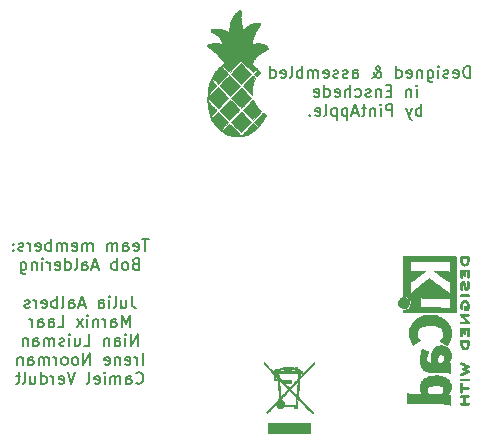
<source format=gbr>
%TF.GenerationSoftware,KiCad,Pcbnew,(6.0.2)*%
%TF.CreationDate,2022-04-11T15:07:28+02:00*%
%TF.ProjectId,V3,56332e6b-6963-4616-945f-706362585858,rev?*%
%TF.SameCoordinates,Original*%
%TF.FileFunction,Legend,Bot*%
%TF.FilePolarity,Positive*%
%FSLAX46Y46*%
G04 Gerber Fmt 4.6, Leading zero omitted, Abs format (unit mm)*
G04 Created by KiCad (PCBNEW (6.0.2)) date 2022-04-11 15:07:28*
%MOMM*%
%LPD*%
G01*
G04 APERTURE LIST*
%ADD10C,0.003527*%
%ADD11C,0.200000*%
%ADD12C,0.150000*%
%ADD13C,0.010000*%
G04 APERTURE END LIST*
D10*
X124449110Y-108297833D02*
X124032833Y-108731750D01*
X124032833Y-108731750D02*
X123919944Y-108858750D01*
X123919944Y-108858750D02*
X124300944Y-109236222D01*
X124300944Y-109236222D02*
X124678416Y-109613694D01*
X124678416Y-109613694D02*
X124667833Y-109380861D01*
X124667833Y-109380861D02*
X124665713Y-109326209D01*
X124665713Y-109326209D02*
X124665924Y-109269584D01*
X124665924Y-109269584D02*
X124668399Y-109211243D01*
X124668399Y-109211243D02*
X124673069Y-109151445D01*
X124673069Y-109151445D02*
X124679869Y-109090448D01*
X124679869Y-109090448D02*
X124688731Y-109028510D01*
X124688731Y-109028510D02*
X124699587Y-108965890D01*
X124699587Y-108965890D02*
X124712371Y-108902847D01*
X124712371Y-108902847D02*
X124727015Y-108839638D01*
X124727015Y-108839638D02*
X124743453Y-108776522D01*
X124743453Y-108776522D02*
X124761616Y-108713758D01*
X124761616Y-108713758D02*
X124781439Y-108651603D01*
X124781439Y-108651603D02*
X124802852Y-108590317D01*
X124802852Y-108590317D02*
X124825791Y-108530157D01*
X124825791Y-108530157D02*
X124850186Y-108471382D01*
X124850186Y-108471382D02*
X124875972Y-108414250D01*
X124875972Y-108414250D02*
X124981805Y-108191999D01*
X124981805Y-108191999D02*
X124883028Y-108089695D01*
X124883028Y-108089695D02*
X124864424Y-108070257D01*
X124864424Y-108070257D02*
X124845986Y-108051936D01*
X124845986Y-108051936D02*
X124828209Y-108035186D01*
X124828209Y-108035186D02*
X124811590Y-108020462D01*
X124811590Y-108020462D02*
X124803870Y-108014002D01*
X124803870Y-108014002D02*
X124796625Y-108008218D01*
X124796625Y-108008218D02*
X124789917Y-108003168D01*
X124789917Y-108003168D02*
X124783809Y-107998909D01*
X124783809Y-107998909D02*
X124778362Y-107995498D01*
X124778362Y-107995498D02*
X124773639Y-107992991D01*
X124773639Y-107992991D02*
X124769701Y-107991445D01*
X124769701Y-107991445D02*
X124768046Y-107991050D01*
X124768046Y-107991050D02*
X124766611Y-107990917D01*
X124766611Y-107990917D02*
X124765229Y-107991317D01*
X124765229Y-107991317D02*
X124763084Y-107992503D01*
X124763084Y-107992503D02*
X124756585Y-107997159D01*
X124756585Y-107997159D02*
X124747286Y-108004730D01*
X124747286Y-108004730D02*
X124735357Y-108015060D01*
X124735357Y-108015060D02*
X124704289Y-108043379D01*
X124704289Y-108043379D02*
X124664746Y-108080875D01*
X124664746Y-108080875D02*
X124618092Y-108126309D01*
X124618092Y-108126309D02*
X124565693Y-108178440D01*
X124565693Y-108178440D02*
X124508910Y-108236028D01*
X124508910Y-108236028D02*
X124449110Y-108297833D01*
X124449110Y-108297833D02*
X124449110Y-108297833D01*
G36*
X124768046Y-107991050D02*
G01*
X124769701Y-107991445D01*
X124773639Y-107992991D01*
X124778362Y-107995498D01*
X124783809Y-107998909D01*
X124789917Y-108003168D01*
X124796625Y-108008218D01*
X124803870Y-108014002D01*
X124811590Y-108020462D01*
X124828209Y-108035186D01*
X124845986Y-108051936D01*
X124864424Y-108070257D01*
X124883028Y-108089695D01*
X124981805Y-108191999D01*
X124875972Y-108414250D01*
X124850186Y-108471382D01*
X124825791Y-108530157D01*
X124802852Y-108590317D01*
X124781439Y-108651603D01*
X124761616Y-108713758D01*
X124743453Y-108776522D01*
X124727015Y-108839638D01*
X124712371Y-108902847D01*
X124699587Y-108965890D01*
X124688731Y-109028510D01*
X124679869Y-109090448D01*
X124673069Y-109151445D01*
X124668399Y-109211243D01*
X124665924Y-109269584D01*
X124665713Y-109326209D01*
X124667833Y-109380861D01*
X124678416Y-109613694D01*
X124300944Y-109236222D01*
X123919944Y-108858750D01*
X124032833Y-108731750D01*
X124449110Y-108297833D01*
X124508910Y-108236028D01*
X124565693Y-108178440D01*
X124618092Y-108126309D01*
X124664746Y-108080875D01*
X124704289Y-108043379D01*
X124735357Y-108015060D01*
X124747286Y-108004730D01*
X124756585Y-107997159D01*
X124763084Y-107992503D01*
X124765229Y-107991317D01*
X124766611Y-107990917D01*
X124768046Y-107991050D01*
G37*
X124768046Y-107991050D02*
X124769701Y-107991445D01*
X124773639Y-107992991D01*
X124778362Y-107995498D01*
X124783809Y-107998909D01*
X124789917Y-108003168D01*
X124796625Y-108008218D01*
X124803870Y-108014002D01*
X124811590Y-108020462D01*
X124828209Y-108035186D01*
X124845986Y-108051936D01*
X124864424Y-108070257D01*
X124883028Y-108089695D01*
X124981805Y-108191999D01*
X124875972Y-108414250D01*
X124850186Y-108471382D01*
X124825791Y-108530157D01*
X124802852Y-108590317D01*
X124781439Y-108651603D01*
X124761616Y-108713758D01*
X124743453Y-108776522D01*
X124727015Y-108839638D01*
X124712371Y-108902847D01*
X124699587Y-108965890D01*
X124688731Y-109028510D01*
X124679869Y-109090448D01*
X124673069Y-109151445D01*
X124668399Y-109211243D01*
X124665924Y-109269584D01*
X124665713Y-109326209D01*
X124667833Y-109380861D01*
X124678416Y-109613694D01*
X124300944Y-109236222D01*
X123919944Y-108858750D01*
X124032833Y-108731750D01*
X124449110Y-108297833D01*
X124508910Y-108236028D01*
X124565693Y-108178440D01*
X124618092Y-108126309D01*
X124664746Y-108080875D01*
X124704289Y-108043379D01*
X124735357Y-108015060D01*
X124747286Y-108004730D01*
X124756585Y-107997159D01*
X124763084Y-107992503D01*
X124765229Y-107991317D01*
X124766611Y-107990917D01*
X124768046Y-107991050D01*
X122360667Y-108389556D02*
X121954972Y-108819944D01*
X121954972Y-108819944D02*
X122385361Y-109267972D01*
X122385361Y-109267972D02*
X122819278Y-109712472D01*
X122819278Y-109712472D02*
X123094444Y-109423194D01*
X123094444Y-109423194D02*
X123214554Y-109301320D01*
X123214554Y-109301320D02*
X123333010Y-109178455D01*
X123333010Y-109178455D02*
X123436253Y-109069479D01*
X123436253Y-109069479D02*
X123510722Y-108989278D01*
X123510722Y-108989278D02*
X123648305Y-108841111D01*
X123648305Y-108841111D02*
X123232027Y-108407194D01*
X123232027Y-108407194D02*
X123066387Y-108237530D01*
X123066387Y-108237530D02*
X122928198Y-108097632D01*
X122928198Y-108097632D02*
X122831680Y-108001390D01*
X122831680Y-108001390D02*
X122791055Y-107962694D01*
X122791055Y-107962694D02*
X122789530Y-107962927D01*
X122789530Y-107962927D02*
X122786958Y-107964271D01*
X122786958Y-107964271D02*
X122778784Y-107970184D01*
X122778784Y-107970184D02*
X122766754Y-107980220D01*
X122766754Y-107980220D02*
X122751092Y-107994169D01*
X122751092Y-107994169D02*
X122709758Y-108032953D01*
X122709758Y-108032953D02*
X122656559Y-108084843D01*
X122656559Y-108084843D02*
X122593272Y-108148144D01*
X122593272Y-108148144D02*
X122521676Y-108221159D01*
X122521676Y-108221159D02*
X122443549Y-108302195D01*
X122443549Y-108302195D02*
X122360667Y-108389556D01*
X122360667Y-108389556D02*
X122360667Y-108389556D01*
G36*
X122831680Y-108001390D02*
G01*
X122928198Y-108097632D01*
X123066387Y-108237530D01*
X123232027Y-108407194D01*
X123648305Y-108841111D01*
X123510722Y-108989278D01*
X123436253Y-109069479D01*
X123333010Y-109178455D01*
X123214554Y-109301320D01*
X123094444Y-109423194D01*
X122819278Y-109712472D01*
X122385361Y-109267972D01*
X121954972Y-108819944D01*
X122360667Y-108389556D01*
X122443549Y-108302195D01*
X122521676Y-108221159D01*
X122593272Y-108148144D01*
X122656559Y-108084843D01*
X122709758Y-108032953D01*
X122751092Y-107994169D01*
X122766754Y-107980220D01*
X122778784Y-107970184D01*
X122786958Y-107964271D01*
X122789530Y-107962927D01*
X122791055Y-107962694D01*
X122831680Y-108001390D01*
G37*
X122831680Y-108001390D02*
X122928198Y-108097632D01*
X123066387Y-108237530D01*
X123232027Y-108407194D01*
X123648305Y-108841111D01*
X123510722Y-108989278D01*
X123436253Y-109069479D01*
X123333010Y-109178455D01*
X123214554Y-109301320D01*
X123094444Y-109423194D01*
X122819278Y-109712472D01*
X122385361Y-109267972D01*
X121954972Y-108819944D01*
X122360667Y-108389556D01*
X122443549Y-108302195D01*
X122521676Y-108221159D01*
X122593272Y-108148144D01*
X122656559Y-108084843D01*
X122709758Y-108032953D01*
X122751092Y-107994169D01*
X122766754Y-107980220D01*
X122778784Y-107970184D01*
X122786958Y-107964271D01*
X122789530Y-107962927D01*
X122791055Y-107962694D01*
X122831680Y-108001390D01*
X123341389Y-111472834D02*
X122925111Y-111913806D01*
X122925111Y-111913806D02*
X123186166Y-112185444D01*
X123186166Y-112185444D02*
X123300378Y-112303404D01*
X123300378Y-112303404D02*
X123417236Y-112425333D01*
X123417236Y-112425333D02*
X123605972Y-112622888D01*
X123605972Y-112622888D02*
X123761194Y-112792222D01*
X123761194Y-112792222D02*
X124195111Y-112333611D01*
X124195111Y-112333611D02*
X124629028Y-111875000D01*
X124629028Y-111875000D02*
X124216277Y-111448139D01*
X124216277Y-111448139D02*
X124054716Y-111283821D01*
X124054716Y-111283821D02*
X123918621Y-111149600D01*
X123918621Y-111149600D02*
X123864774Y-111098220D01*
X123864774Y-111098220D02*
X123822875Y-111059697D01*
X123822875Y-111059697D02*
X123794784Y-111035809D01*
X123794784Y-111035809D02*
X123786498Y-111029908D01*
X123786498Y-111029908D02*
X123782361Y-111028333D01*
X123782361Y-111028333D02*
X123780825Y-111028917D01*
X123780825Y-111028917D02*
X123778222Y-111030651D01*
X123778222Y-111030651D02*
X123769924Y-111037449D01*
X123769924Y-111037449D02*
X123757688Y-111048494D01*
X123757688Y-111048494D02*
X123741736Y-111063555D01*
X123741736Y-111063555D02*
X123699575Y-111104793D01*
X123699575Y-111104793D02*
X123645218Y-111159301D01*
X123645218Y-111159301D02*
X123580444Y-111225220D01*
X123580444Y-111225220D02*
X123507029Y-111300688D01*
X123507029Y-111300688D02*
X123341389Y-111472834D01*
X123341389Y-111472834D02*
X123341389Y-111472834D01*
G36*
X123786498Y-111029908D02*
G01*
X123794784Y-111035809D01*
X123822875Y-111059697D01*
X123864774Y-111098220D01*
X123918621Y-111149600D01*
X124054716Y-111283821D01*
X124216277Y-111448139D01*
X124629028Y-111875000D01*
X123761194Y-112792222D01*
X123605972Y-112622888D01*
X123417236Y-112425333D01*
X123300378Y-112303404D01*
X123186166Y-112185444D01*
X122925111Y-111913806D01*
X123341389Y-111472834D01*
X123507029Y-111300688D01*
X123580444Y-111225220D01*
X123645218Y-111159301D01*
X123699575Y-111104793D01*
X123741736Y-111063555D01*
X123757688Y-111048494D01*
X123769924Y-111037449D01*
X123778222Y-111030651D01*
X123780825Y-111028917D01*
X123782361Y-111028333D01*
X123786498Y-111029908D01*
G37*
X123786498Y-111029908D02*
X123794784Y-111035809D01*
X123822875Y-111059697D01*
X123864774Y-111098220D01*
X123918621Y-111149600D01*
X124054716Y-111283821D01*
X124216277Y-111448139D01*
X124629028Y-111875000D01*
X123761194Y-112792222D01*
X123605972Y-112622888D01*
X123417236Y-112425333D01*
X123300378Y-112303404D01*
X123186166Y-112185444D01*
X122925111Y-111913806D01*
X123341389Y-111472834D01*
X123507029Y-111300688D01*
X123580444Y-111225220D01*
X123645218Y-111159301D01*
X123699575Y-111104793D01*
X123741736Y-111063555D01*
X123757688Y-111048494D01*
X123769924Y-111037449D01*
X123778222Y-111030651D01*
X123780825Y-111028917D01*
X123782361Y-111028333D01*
X123786498Y-111029908D01*
X123355499Y-109437305D02*
X122960389Y-109860639D01*
X122960389Y-109860639D02*
X123355499Y-110276916D01*
X123355499Y-110276916D02*
X123511934Y-110437320D01*
X123511934Y-110437320D02*
X123643895Y-110570604D01*
X123643895Y-110570604D02*
X123737492Y-110662877D01*
X123737492Y-110662877D02*
X123765562Y-110689294D01*
X123765562Y-110689294D02*
X123778833Y-110700249D01*
X123778833Y-110700249D02*
X123780689Y-110700026D01*
X123780689Y-110700026D02*
X123783591Y-110698713D01*
X123783591Y-110698713D02*
X123792420Y-110692918D01*
X123792420Y-110692918D02*
X123805095Y-110683072D01*
X123805095Y-110683072D02*
X123821387Y-110669381D01*
X123821387Y-110669381D02*
X123841069Y-110652052D01*
X123841069Y-110652052D02*
X123863913Y-110631292D01*
X123863913Y-110631292D02*
X123918180Y-110580305D01*
X123918180Y-110580305D02*
X123982369Y-110518073D01*
X123982369Y-110518073D02*
X124054661Y-110446250D01*
X124054661Y-110446250D02*
X124133237Y-110366489D01*
X124133237Y-110366489D02*
X124216277Y-110280444D01*
X124216277Y-110280444D02*
X124632555Y-109850055D01*
X124632555Y-109850055D02*
X124230389Y-109437305D01*
X124230389Y-109437305D02*
X124149663Y-109354588D01*
X124149663Y-109354588D02*
X124072741Y-109276956D01*
X124072741Y-109276956D02*
X124001441Y-109206187D01*
X124001441Y-109206187D02*
X123937583Y-109144059D01*
X123937583Y-109144059D02*
X123882985Y-109092348D01*
X123882985Y-109092348D02*
X123839467Y-109052832D01*
X123839467Y-109052832D02*
X123808847Y-109027290D01*
X123808847Y-109027290D02*
X123798942Y-109020315D01*
X123798942Y-109020315D02*
X123792944Y-109017499D01*
X123792944Y-109017499D02*
X123790448Y-109018043D01*
X123790448Y-109018043D02*
X123786946Y-109019656D01*
X123786946Y-109019656D02*
X123777042Y-109025988D01*
X123777042Y-109025988D02*
X123763458Y-109036289D01*
X123763458Y-109036289D02*
X123746422Y-109050352D01*
X123746422Y-109050352D02*
X123726161Y-109067970D01*
X123726161Y-109067970D02*
X123702903Y-109088937D01*
X123702903Y-109088937D02*
X123648305Y-109140090D01*
X123648305Y-109140090D02*
X123584447Y-109202157D01*
X123584447Y-109202157D02*
X123513147Y-109273484D01*
X123513147Y-109273484D02*
X123436225Y-109352418D01*
X123436225Y-109352418D02*
X123355499Y-109437305D01*
X123355499Y-109437305D02*
X123355499Y-109437305D01*
G36*
X123798942Y-109020315D02*
G01*
X123808847Y-109027290D01*
X123839467Y-109052832D01*
X123882985Y-109092348D01*
X123937583Y-109144059D01*
X124001441Y-109206187D01*
X124072741Y-109276956D01*
X124149663Y-109354588D01*
X124230389Y-109437305D01*
X124632555Y-109850055D01*
X124216277Y-110280444D01*
X124133237Y-110366489D01*
X124054661Y-110446250D01*
X123982369Y-110518073D01*
X123918180Y-110580305D01*
X123863913Y-110631292D01*
X123841069Y-110652052D01*
X123821387Y-110669381D01*
X123805095Y-110683072D01*
X123792420Y-110692918D01*
X123783591Y-110698713D01*
X123780689Y-110700026D01*
X123778833Y-110700249D01*
X123765562Y-110689294D01*
X123737492Y-110662877D01*
X123643895Y-110570604D01*
X123511934Y-110437320D01*
X123355499Y-110276916D01*
X122960389Y-109860639D01*
X123355499Y-109437305D01*
X123436225Y-109352418D01*
X123513147Y-109273484D01*
X123584447Y-109202157D01*
X123648305Y-109140090D01*
X123702903Y-109088937D01*
X123726161Y-109067970D01*
X123746422Y-109050352D01*
X123763458Y-109036289D01*
X123777042Y-109025988D01*
X123786946Y-109019656D01*
X123790448Y-109018043D01*
X123792944Y-109017499D01*
X123798942Y-109020315D01*
G37*
X123798942Y-109020315D02*
X123808847Y-109027290D01*
X123839467Y-109052832D01*
X123882985Y-109092348D01*
X123937583Y-109144059D01*
X124001441Y-109206187D01*
X124072741Y-109276956D01*
X124149663Y-109354588D01*
X124230389Y-109437305D01*
X124632555Y-109850055D01*
X124216277Y-110280444D01*
X124133237Y-110366489D01*
X124054661Y-110446250D01*
X123982369Y-110518073D01*
X123918180Y-110580305D01*
X123863913Y-110631292D01*
X123841069Y-110652052D01*
X123821387Y-110669381D01*
X123805095Y-110683072D01*
X123792420Y-110692918D01*
X123783591Y-110698713D01*
X123780689Y-110700026D01*
X123778833Y-110700249D01*
X123765562Y-110689294D01*
X123737492Y-110662877D01*
X123643895Y-110570604D01*
X123511934Y-110437320D01*
X123355499Y-110276916D01*
X122960389Y-109860639D01*
X123355499Y-109437305D01*
X123436225Y-109352418D01*
X123513147Y-109273484D01*
X123584447Y-109202157D01*
X123648305Y-109140090D01*
X123702903Y-109088937D01*
X123726161Y-109067970D01*
X123746422Y-109050352D01*
X123763458Y-109036289D01*
X123777042Y-109025988D01*
X123786946Y-109019656D01*
X123790448Y-109018043D01*
X123792944Y-109017499D01*
X123798942Y-109020315D01*
X124339750Y-110435666D02*
X123930527Y-110866055D01*
X123930527Y-110866055D02*
X124343277Y-111303499D01*
X124343277Y-111303499D02*
X124756027Y-111740944D01*
X124756027Y-111740944D02*
X125112333Y-111374055D01*
X125112333Y-111374055D02*
X125468639Y-111007166D01*
X125468639Y-111007166D02*
X125334583Y-110866055D01*
X125334583Y-110866055D02*
X125261051Y-110785357D01*
X125261051Y-110785357D02*
X125226559Y-110745814D01*
X125226559Y-110745814D02*
X125193472Y-110706643D01*
X125193472Y-110706643D02*
X125161708Y-110667721D01*
X125161708Y-110667721D02*
X125131185Y-110628922D01*
X125131185Y-110628922D02*
X125101819Y-110590124D01*
X125101819Y-110590124D02*
X125073527Y-110551201D01*
X125073527Y-110551201D02*
X125046228Y-110512030D01*
X125046228Y-110512030D02*
X125019839Y-110472488D01*
X125019839Y-110472488D02*
X124994276Y-110432449D01*
X124994276Y-110432449D02*
X124969458Y-110391790D01*
X124969458Y-110391790D02*
X124945301Y-110350387D01*
X124945301Y-110350387D02*
X124921723Y-110308115D01*
X124921723Y-110308115D02*
X124898641Y-110264852D01*
X124898641Y-110264852D02*
X124875972Y-110220472D01*
X124875972Y-110220472D02*
X124832922Y-110135695D01*
X124832922Y-110135695D02*
X124796156Y-110066132D01*
X124796156Y-110066132D02*
X124781266Y-110039329D01*
X124781266Y-110039329D02*
X124769312Y-110019058D01*
X124769312Y-110019058D02*
X124760747Y-110006228D01*
X124760747Y-110006228D02*
X124757878Y-110002888D01*
X124757878Y-110002888D02*
X124756027Y-110001750D01*
X124756027Y-110001750D02*
X124753251Y-110003987D01*
X124753251Y-110003987D02*
X124746388Y-110010555D01*
X124746388Y-110010555D02*
X124721246Y-110035815D01*
X124721246Y-110035815D02*
X124631232Y-110128750D01*
X124631232Y-110128750D02*
X124499547Y-110266663D01*
X124499547Y-110266663D02*
X124339750Y-110435666D01*
X124339750Y-110435666D02*
X124339750Y-110435666D01*
G36*
X124757878Y-110002888D02*
G01*
X124760747Y-110006228D01*
X124769312Y-110019058D01*
X124781266Y-110039329D01*
X124796156Y-110066132D01*
X124832922Y-110135695D01*
X124875972Y-110220472D01*
X124898641Y-110264852D01*
X124921723Y-110308115D01*
X124945301Y-110350387D01*
X124969458Y-110391790D01*
X124994276Y-110432449D01*
X125019839Y-110472488D01*
X125046228Y-110512030D01*
X125073527Y-110551201D01*
X125101819Y-110590124D01*
X125131185Y-110628922D01*
X125161708Y-110667721D01*
X125193472Y-110706643D01*
X125226559Y-110745814D01*
X125261051Y-110785357D01*
X125334583Y-110866055D01*
X125468639Y-111007166D01*
X124756027Y-111740944D01*
X124343277Y-111303499D01*
X123930527Y-110866055D01*
X124339750Y-110435666D01*
X124499547Y-110266663D01*
X124631232Y-110128750D01*
X124721246Y-110035815D01*
X124746388Y-110010555D01*
X124753251Y-110003987D01*
X124756027Y-110001750D01*
X124757878Y-110002888D01*
G37*
X124757878Y-110002888D02*
X124760747Y-110006228D01*
X124769312Y-110019058D01*
X124781266Y-110039329D01*
X124796156Y-110066132D01*
X124832922Y-110135695D01*
X124875972Y-110220472D01*
X124898641Y-110264852D01*
X124921723Y-110308115D01*
X124945301Y-110350387D01*
X124969458Y-110391790D01*
X124994276Y-110432449D01*
X125019839Y-110472488D01*
X125046228Y-110512030D01*
X125073527Y-110551201D01*
X125101819Y-110590124D01*
X125131185Y-110628922D01*
X125161708Y-110667721D01*
X125193472Y-110706643D01*
X125226559Y-110745814D01*
X125261051Y-110785357D01*
X125334583Y-110866055D01*
X125468639Y-111007166D01*
X124756027Y-111740944D01*
X124343277Y-111303499D01*
X123930527Y-110866055D01*
X124339750Y-110435666D01*
X124499547Y-110266663D01*
X124631232Y-110128750D01*
X124721246Y-110035815D01*
X124746388Y-110010555D01*
X124753251Y-110003987D01*
X124756027Y-110001750D01*
X124757878Y-110002888D01*
X123344916Y-107359444D02*
X123185174Y-107530266D01*
X123185174Y-107530266D02*
X123053875Y-107672975D01*
X123053875Y-107672975D02*
X122964908Y-107772690D01*
X122964908Y-107772690D02*
X122940641Y-107801774D01*
X122940641Y-107801774D02*
X122934321Y-107810308D01*
X122934321Y-107810308D02*
X122932166Y-107814528D01*
X122932166Y-107814528D02*
X122932730Y-107816073D01*
X122932730Y-107816073D02*
X122934404Y-107818707D01*
X122934404Y-107818707D02*
X122940972Y-107827130D01*
X122940972Y-107827130D02*
X122966231Y-107855814D01*
X122966231Y-107855814D02*
X123006208Y-107898802D01*
X123006208Y-107898802D02*
X123059166Y-107954316D01*
X123059166Y-107954316D02*
X123123369Y-108020579D01*
X123123369Y-108020579D02*
X123197080Y-108095813D01*
X123197080Y-108095813D02*
X123278564Y-108178240D01*
X123278564Y-108178240D02*
X123366083Y-108266083D01*
X123366083Y-108266083D02*
X123800000Y-108700000D01*
X123800000Y-108700000D02*
X124205695Y-108266083D01*
X124205695Y-108266083D02*
X124614916Y-107832167D01*
X124614916Y-107832167D02*
X124184528Y-107380611D01*
X124184528Y-107380611D02*
X123754139Y-106925528D01*
X123754139Y-106925528D02*
X123344916Y-107359444D01*
X123344916Y-107359444D02*
X123344916Y-107359444D01*
G36*
X124184528Y-107380611D02*
G01*
X124614916Y-107832167D01*
X124205695Y-108266083D01*
X123800000Y-108700000D01*
X123366083Y-108266083D01*
X123278564Y-108178240D01*
X123197080Y-108095813D01*
X123123369Y-108020579D01*
X123059166Y-107954316D01*
X123006208Y-107898802D01*
X122966231Y-107855814D01*
X122940972Y-107827130D01*
X122934404Y-107818707D01*
X122932730Y-107816073D01*
X122932166Y-107814528D01*
X122934321Y-107810308D01*
X122940641Y-107801774D01*
X122964908Y-107772690D01*
X123053875Y-107672975D01*
X123185174Y-107530266D01*
X123344916Y-107359444D01*
X123754139Y-106925528D01*
X124184528Y-107380611D01*
G37*
X124184528Y-107380611D02*
X124614916Y-107832167D01*
X124205695Y-108266083D01*
X123800000Y-108700000D01*
X123366083Y-108266083D01*
X123278564Y-108178240D01*
X123197080Y-108095813D01*
X123123369Y-108020579D01*
X123059166Y-107954316D01*
X123006208Y-107898802D01*
X122966231Y-107855814D01*
X122940972Y-107827130D01*
X122934404Y-107818707D01*
X122932730Y-107816073D01*
X122932166Y-107814528D01*
X122934321Y-107810308D01*
X122940641Y-107801774D01*
X122964908Y-107772690D01*
X123053875Y-107672975D01*
X123185174Y-107530266D01*
X123344916Y-107359444D01*
X123754139Y-106925528D01*
X124184528Y-107380611D01*
X122392416Y-110446249D02*
X122308859Y-110534554D01*
X122308859Y-110534554D02*
X122231296Y-110618228D01*
X122231296Y-110618228D02*
X122161423Y-110695288D01*
X122161423Y-110695288D02*
X122100934Y-110763749D01*
X122100934Y-110763749D02*
X122051524Y-110821627D01*
X122051524Y-110821627D02*
X122014889Y-110866937D01*
X122014889Y-110866937D02*
X121992723Y-110897695D01*
X121992723Y-110897695D02*
X121987596Y-110906996D01*
X121987596Y-110906996D02*
X121986722Y-110911916D01*
X121986722Y-110911916D02*
X121987585Y-110914102D01*
X121987585Y-110914102D02*
X121989495Y-110917335D01*
X121989495Y-110917335D02*
X121996341Y-110926826D01*
X121996341Y-110926826D02*
X122007031Y-110940162D01*
X122007031Y-110940162D02*
X122021338Y-110957115D01*
X122021338Y-110957115D02*
X122059896Y-111000965D01*
X122059896Y-111000965D02*
X122110194Y-111056555D01*
X122110194Y-111056555D02*
X122170415Y-111122067D01*
X122170415Y-111122067D02*
X122238738Y-111195682D01*
X122238738Y-111195682D02*
X122392416Y-111359944D01*
X122392416Y-111359944D02*
X122791055Y-111776221D01*
X122791055Y-111776221D02*
X123203805Y-111342305D01*
X123203805Y-111342305D02*
X123287693Y-111255000D01*
X123287693Y-111255000D02*
X123366248Y-111171704D01*
X123366248Y-111171704D02*
X123437775Y-111094444D01*
X123437775Y-111094444D02*
X123500579Y-111025246D01*
X123500579Y-111025246D02*
X123552966Y-110966135D01*
X123552966Y-110966135D02*
X123593239Y-110919137D01*
X123593239Y-110919137D02*
X123619704Y-110886278D01*
X123619704Y-110886278D02*
X123627229Y-110875784D01*
X123627229Y-110875784D02*
X123630666Y-110869584D01*
X123630666Y-110869584D02*
X123630454Y-110867077D01*
X123630454Y-110867077D02*
X123629172Y-110863543D01*
X123629172Y-110863543D02*
X123623507Y-110853509D01*
X123623507Y-110853509D02*
X123613884Y-110839701D01*
X123613884Y-110839701D02*
X123600515Y-110822344D01*
X123600515Y-110822344D02*
X123583611Y-110801659D01*
X123583611Y-110801659D02*
X123563384Y-110777868D01*
X123563384Y-110777868D02*
X123513809Y-110721857D01*
X123513809Y-110721857D02*
X123453485Y-110656090D01*
X123453485Y-110656090D02*
X123384108Y-110582344D01*
X123384108Y-110582344D02*
X123307372Y-110502397D01*
X123307372Y-110502397D02*
X123224972Y-110418027D01*
X123224972Y-110418027D02*
X122808694Y-110008805D01*
X122808694Y-110008805D02*
X122392416Y-110446249D01*
X122392416Y-110446249D02*
X122392416Y-110446249D01*
G36*
X123224972Y-110418027D02*
G01*
X123307372Y-110502397D01*
X123384108Y-110582344D01*
X123453485Y-110656090D01*
X123513809Y-110721857D01*
X123563384Y-110777868D01*
X123583611Y-110801659D01*
X123600515Y-110822344D01*
X123613884Y-110839701D01*
X123623507Y-110853509D01*
X123629172Y-110863543D01*
X123630454Y-110867077D01*
X123630666Y-110869584D01*
X123627229Y-110875784D01*
X123619704Y-110886278D01*
X123593239Y-110919137D01*
X123552966Y-110966135D01*
X123500579Y-111025246D01*
X123437775Y-111094444D01*
X123366248Y-111171704D01*
X123287693Y-111255000D01*
X123203805Y-111342305D01*
X122791055Y-111776221D01*
X122392416Y-111359944D01*
X122238738Y-111195682D01*
X122170415Y-111122067D01*
X122110194Y-111056555D01*
X122059896Y-111000965D01*
X122021338Y-110957115D01*
X122007031Y-110940162D01*
X121996341Y-110926826D01*
X121989495Y-110917335D01*
X121987585Y-110914102D01*
X121986722Y-110911916D01*
X121987596Y-110906996D01*
X121992723Y-110897695D01*
X122014889Y-110866937D01*
X122051524Y-110821627D01*
X122100934Y-110763749D01*
X122161423Y-110695288D01*
X122231296Y-110618228D01*
X122308859Y-110534554D01*
X122392416Y-110446249D01*
X122808694Y-110008805D01*
X123224972Y-110418027D01*
G37*
X123224972Y-110418027D02*
X123307372Y-110502397D01*
X123384108Y-110582344D01*
X123453485Y-110656090D01*
X123513809Y-110721857D01*
X123563384Y-110777868D01*
X123583611Y-110801659D01*
X123600515Y-110822344D01*
X123613884Y-110839701D01*
X123623507Y-110853509D01*
X123629172Y-110863543D01*
X123630454Y-110867077D01*
X123630666Y-110869584D01*
X123627229Y-110875784D01*
X123619704Y-110886278D01*
X123593239Y-110919137D01*
X123552966Y-110966135D01*
X123500579Y-111025246D01*
X123437775Y-111094444D01*
X123366248Y-111171704D01*
X123287693Y-111255000D01*
X123203805Y-111342305D01*
X122791055Y-111776221D01*
X122392416Y-111359944D01*
X122238738Y-111195682D01*
X122170415Y-111122067D01*
X122110194Y-111056555D01*
X122059896Y-111000965D01*
X122021338Y-110957115D01*
X122007031Y-110940162D01*
X121996341Y-110926826D01*
X121989495Y-110917335D01*
X121987585Y-110914102D01*
X121986722Y-110911916D01*
X121987596Y-110906996D01*
X121992723Y-110897695D01*
X122014889Y-110866937D01*
X122051524Y-110821627D01*
X122100934Y-110763749D01*
X122161423Y-110695288D01*
X122231296Y-110618228D01*
X122308859Y-110534554D01*
X122392416Y-110446249D01*
X122808694Y-110008805D01*
X123224972Y-110418027D01*
X123341389Y-102671027D02*
X123301161Y-102713197D01*
X123301161Y-102713197D02*
X123262489Y-102756370D01*
X123262489Y-102756370D02*
X123225357Y-102800555D01*
X123225357Y-102800555D02*
X123189749Y-102845763D01*
X123189749Y-102845763D02*
X123155651Y-102892005D01*
X123155651Y-102892005D02*
X123123045Y-102939291D01*
X123123045Y-102939291D02*
X123091918Y-102987630D01*
X123091918Y-102987630D02*
X123062253Y-103037035D01*
X123062253Y-103037035D02*
X123034035Y-103087514D01*
X123034035Y-103087514D02*
X123007249Y-103139079D01*
X123007249Y-103139079D02*
X122981878Y-103191739D01*
X122981878Y-103191739D02*
X122957908Y-103245505D01*
X122957908Y-103245505D02*
X122935323Y-103300387D01*
X122935323Y-103300387D02*
X122914107Y-103356395D01*
X122914107Y-103356395D02*
X122894245Y-103413541D01*
X122894245Y-103413541D02*
X122875722Y-103471833D01*
X122875722Y-103471833D02*
X122860584Y-103537828D01*
X122860584Y-103537828D02*
X122842594Y-103634001D01*
X122842594Y-103634001D02*
X122823198Y-103750514D01*
X122823198Y-103750514D02*
X122803844Y-103877528D01*
X122803844Y-103877528D02*
X122785977Y-104005203D01*
X122785977Y-104005203D02*
X122771046Y-104123700D01*
X122771046Y-104123700D02*
X122760497Y-104223181D01*
X122760497Y-104223181D02*
X122755777Y-104293805D01*
X122755777Y-104293805D02*
X122755501Y-104294664D01*
X122755501Y-104294664D02*
X122754680Y-104295258D01*
X122754680Y-104295258D02*
X122753330Y-104295593D01*
X122753330Y-104295593D02*
X122751464Y-104295672D01*
X122751464Y-104295672D02*
X122746243Y-104295084D01*
X122746243Y-104295084D02*
X122739131Y-104293530D01*
X122739131Y-104293530D02*
X122730241Y-104291045D01*
X122730241Y-104291045D02*
X122719687Y-104287666D01*
X122719687Y-104287666D02*
X122707582Y-104283430D01*
X122707582Y-104283430D02*
X122694041Y-104278372D01*
X122694041Y-104278372D02*
X122679177Y-104272528D01*
X122679177Y-104272528D02*
X122663104Y-104265935D01*
X122663104Y-104265935D02*
X122645936Y-104258629D01*
X122645936Y-104258629D02*
X122627785Y-104250646D01*
X122627785Y-104250646D02*
X122608767Y-104242022D01*
X122608767Y-104242022D02*
X122588994Y-104232793D01*
X122588994Y-104232793D02*
X122568580Y-104222996D01*
X122568580Y-104222996D02*
X122547639Y-104212667D01*
X122547639Y-104212667D02*
X122491823Y-104186381D01*
X122491823Y-104186381D02*
X122434323Y-104161796D01*
X122434323Y-104161796D02*
X122375355Y-104138958D01*
X122375355Y-104138958D02*
X122315136Y-104117913D01*
X122315136Y-104117913D02*
X122253884Y-104098707D01*
X122253884Y-104098707D02*
X122191815Y-104081388D01*
X122191815Y-104081388D02*
X122129147Y-104066001D01*
X122129147Y-104066001D02*
X122066097Y-104052594D01*
X122066097Y-104052594D02*
X122002881Y-104041212D01*
X122002881Y-104041212D02*
X121939717Y-104031902D01*
X121939717Y-104031902D02*
X121876822Y-104024712D01*
X121876822Y-104024712D02*
X121814412Y-104019686D01*
X121814412Y-104019686D02*
X121752705Y-104016872D01*
X121752705Y-104016872D02*
X121691918Y-104016317D01*
X121691918Y-104016317D02*
X121632268Y-104018066D01*
X121632268Y-104018066D02*
X121573972Y-104022167D01*
X121573972Y-104022167D02*
X121461834Y-104032288D01*
X121461834Y-104032288D02*
X121415338Y-104037228D01*
X121415338Y-104037228D02*
X121374708Y-104042286D01*
X121374708Y-104042286D02*
X121339555Y-104047613D01*
X121339555Y-104047613D02*
X121309492Y-104053358D01*
X121309492Y-104053358D02*
X121284132Y-104059672D01*
X121284132Y-104059672D02*
X121263087Y-104066705D01*
X121263087Y-104066705D02*
X121245969Y-104074605D01*
X121245969Y-104074605D02*
X121232391Y-104083524D01*
X121232391Y-104083524D02*
X121221965Y-104093610D01*
X121221965Y-104093610D02*
X121214304Y-104105014D01*
X121214304Y-104105014D02*
X121209020Y-104117886D01*
X121209020Y-104117886D02*
X121205726Y-104132375D01*
X121205726Y-104132375D02*
X121204033Y-104148632D01*
X121204033Y-104148632D02*
X121203555Y-104166806D01*
X121203555Y-104166806D02*
X121203672Y-104173310D01*
X121203672Y-104173310D02*
X121204038Y-104179603D01*
X121204038Y-104179603D02*
X121204671Y-104185702D01*
X121204671Y-104185702D02*
X121205595Y-104191624D01*
X121205595Y-104191624D02*
X121206828Y-104197387D01*
X121206828Y-104197387D02*
X121208392Y-104203005D01*
X121208392Y-104203005D02*
X121210308Y-104208497D01*
X121210308Y-104208497D02*
X121212595Y-104213880D01*
X121212595Y-104213880D02*
X121215275Y-104219169D01*
X121215275Y-104219169D02*
X121218369Y-104224382D01*
X121218369Y-104224382D02*
X121221897Y-104229536D01*
X121221897Y-104229536D02*
X121225879Y-104234647D01*
X121225879Y-104234647D02*
X121230337Y-104239732D01*
X121230337Y-104239732D02*
X121235291Y-104244808D01*
X121235291Y-104244808D02*
X121240762Y-104249892D01*
X121240762Y-104249892D02*
X121246770Y-104255000D01*
X121246770Y-104255000D02*
X121253337Y-104260150D01*
X121253337Y-104260150D02*
X121260482Y-104265358D01*
X121260482Y-104265358D02*
X121268227Y-104270641D01*
X121268227Y-104270641D02*
X121276591Y-104276015D01*
X121276591Y-104276015D02*
X121285597Y-104281498D01*
X121285597Y-104281498D02*
X121295264Y-104287107D01*
X121295264Y-104287107D02*
X121316665Y-104298767D01*
X121316665Y-104298767D02*
X121340959Y-104311129D01*
X121340959Y-104311129D02*
X121368314Y-104324329D01*
X121368314Y-104324329D02*
X121398892Y-104338500D01*
X121398892Y-104338500D02*
X121432861Y-104353778D01*
X121432861Y-104353778D02*
X121484376Y-104378629D01*
X121484376Y-104378629D02*
X121534429Y-104405578D01*
X121534429Y-104405578D02*
X121583046Y-104434657D01*
X121583046Y-104434657D02*
X121630251Y-104465895D01*
X121630251Y-104465895D02*
X121676072Y-104499324D01*
X121676072Y-104499324D02*
X121720533Y-104534976D01*
X121720533Y-104534976D02*
X121763662Y-104572881D01*
X121763662Y-104572881D02*
X121805482Y-104613069D01*
X121805482Y-104613069D02*
X121846022Y-104655573D01*
X121846022Y-104655573D02*
X121885305Y-104700423D01*
X121885305Y-104700423D02*
X121923359Y-104747650D01*
X121923359Y-104747650D02*
X121960209Y-104797285D01*
X121960209Y-104797285D02*
X121995880Y-104849360D01*
X121995880Y-104849360D02*
X122030399Y-104903904D01*
X122030399Y-104903904D02*
X122063791Y-104960950D01*
X122063791Y-104960950D02*
X122096083Y-105020527D01*
X122096083Y-105020527D02*
X122122962Y-105071287D01*
X122122962Y-105071287D02*
X122147732Y-105119691D01*
X122147732Y-105119691D02*
X122169939Y-105164704D01*
X122169939Y-105164704D02*
X122189128Y-105205295D01*
X122189128Y-105205295D02*
X122204845Y-105240428D01*
X122204845Y-105240428D02*
X122216634Y-105269070D01*
X122216634Y-105269070D02*
X122224041Y-105290189D01*
X122224041Y-105290189D02*
X122225959Y-105297603D01*
X122225959Y-105297603D02*
X122226611Y-105302750D01*
X122226611Y-105302750D02*
X122226416Y-105304652D01*
X122226416Y-105304652D02*
X122225834Y-105306389D01*
X122225834Y-105306389D02*
X122224873Y-105307965D01*
X122224873Y-105307965D02*
X122223538Y-105309378D01*
X122223538Y-105309378D02*
X122221836Y-105310631D01*
X122221836Y-105310631D02*
X122219774Y-105311726D01*
X122219774Y-105311726D02*
X122217358Y-105312663D01*
X122217358Y-105312663D02*
X122214594Y-105313443D01*
X122214594Y-105313443D02*
X122211490Y-105314069D01*
X122211490Y-105314069D02*
X122208050Y-105314541D01*
X122208050Y-105314541D02*
X122204283Y-105314860D01*
X122204283Y-105314860D02*
X122200194Y-105315028D01*
X122200194Y-105315028D02*
X122195790Y-105315046D01*
X122195790Y-105315046D02*
X122191077Y-105314916D01*
X122191077Y-105314916D02*
X122180750Y-105314215D01*
X122180750Y-105314215D02*
X122169266Y-105312935D01*
X122169266Y-105312935D02*
X122156676Y-105311087D01*
X122156676Y-105311087D02*
X122143031Y-105308680D01*
X122143031Y-105308680D02*
X122128384Y-105305726D01*
X122128384Y-105305726D02*
X122112787Y-105302235D01*
X122112787Y-105302235D02*
X122096290Y-105298216D01*
X122096290Y-105298216D02*
X122078946Y-105293681D01*
X122078946Y-105293681D02*
X122060805Y-105288639D01*
X122060805Y-105288639D02*
X121999138Y-105272376D01*
X121999138Y-105272376D02*
X121930112Y-105259245D01*
X121930112Y-105259245D02*
X121855051Y-105249153D01*
X121855051Y-105249153D02*
X121775276Y-105242006D01*
X121775276Y-105242006D02*
X121692111Y-105237711D01*
X121692111Y-105237711D02*
X121606880Y-105236177D01*
X121606880Y-105236177D02*
X121520904Y-105237308D01*
X121520904Y-105237308D02*
X121435507Y-105241013D01*
X121435507Y-105241013D02*
X121352011Y-105247199D01*
X121352011Y-105247199D02*
X121271741Y-105255772D01*
X121271741Y-105255772D02*
X121196017Y-105266640D01*
X121196017Y-105266640D02*
X121126165Y-105279709D01*
X121126165Y-105279709D02*
X121063505Y-105294886D01*
X121063505Y-105294886D02*
X121009362Y-105312079D01*
X121009362Y-105312079D02*
X120965058Y-105331194D01*
X120965058Y-105331194D02*
X120931916Y-105352138D01*
X120931916Y-105352138D02*
X120924045Y-105358717D01*
X120924045Y-105358717D02*
X120916982Y-105365246D01*
X120916982Y-105365246D02*
X120910751Y-105371758D01*
X120910751Y-105371758D02*
X120905375Y-105378287D01*
X120905375Y-105378287D02*
X120900878Y-105384864D01*
X120900878Y-105384864D02*
X120897283Y-105391524D01*
X120897283Y-105391524D02*
X120894613Y-105398298D01*
X120894613Y-105398298D02*
X120892890Y-105405220D01*
X120892890Y-105405220D02*
X120892140Y-105412324D01*
X120892140Y-105412324D02*
X120892384Y-105419641D01*
X120892384Y-105419641D02*
X120893646Y-105427205D01*
X120893646Y-105427205D02*
X120895950Y-105435048D01*
X120895950Y-105435048D02*
X120899318Y-105443204D01*
X120899318Y-105443204D02*
X120903774Y-105451706D01*
X120903774Y-105451706D02*
X120909340Y-105460586D01*
X120909340Y-105460586D02*
X120916042Y-105469878D01*
X120916042Y-105469878D02*
X120923900Y-105479614D01*
X120923900Y-105479614D02*
X120932940Y-105489828D01*
X120932940Y-105489828D02*
X120943183Y-105500552D01*
X120943183Y-105500552D02*
X120954654Y-105511819D01*
X120954654Y-105511819D02*
X120967376Y-105523662D01*
X120967376Y-105523662D02*
X120981371Y-105536115D01*
X120981371Y-105536115D02*
X120996663Y-105549209D01*
X120996663Y-105549209D02*
X121013276Y-105562979D01*
X121013276Y-105562979D02*
X121031232Y-105577456D01*
X121031232Y-105577456D02*
X121050555Y-105592675D01*
X121050555Y-105592675D02*
X121093395Y-105625466D01*
X121093395Y-105625466D02*
X121141981Y-105661616D01*
X121141981Y-105661616D02*
X121196500Y-105701389D01*
X121196500Y-105701389D02*
X121304870Y-105783400D01*
X121304870Y-105783400D02*
X121414733Y-105872293D01*
X121414733Y-105872293D02*
X121524689Y-105966520D01*
X121524689Y-105966520D02*
X121633338Y-106064530D01*
X121633338Y-106064530D02*
X121739279Y-106164772D01*
X121739279Y-106164772D02*
X121841112Y-106265696D01*
X121841112Y-106265696D02*
X121937436Y-106365751D01*
X121937436Y-106365751D02*
X122026850Y-106463389D01*
X122026850Y-106463389D02*
X122107956Y-106557057D01*
X122107956Y-106557057D02*
X122179351Y-106645207D01*
X122179351Y-106645207D02*
X122239636Y-106726287D01*
X122239636Y-106726287D02*
X122287410Y-106798748D01*
X122287410Y-106798748D02*
X122321273Y-106861039D01*
X122321273Y-106861039D02*
X122332550Y-106887886D01*
X122332550Y-106887886D02*
X122339824Y-106911609D01*
X122339824Y-106911609D02*
X122342920Y-106932015D01*
X122342920Y-106932015D02*
X122341662Y-106948909D01*
X122341662Y-106948909D02*
X122335877Y-106962099D01*
X122335877Y-106962099D02*
X122325389Y-106971389D01*
X122325389Y-106971389D02*
X122258180Y-107011018D01*
X122258180Y-107011018D02*
X122190382Y-107055587D01*
X122190382Y-107055587D02*
X122122316Y-107104745D01*
X122122316Y-107104745D02*
X122054301Y-107158140D01*
X122054301Y-107158140D02*
X121986658Y-107215422D01*
X121986658Y-107215422D02*
X121919708Y-107276238D01*
X121919708Y-107276238D02*
X121853771Y-107340238D01*
X121853771Y-107340238D02*
X121789166Y-107407069D01*
X121789166Y-107407069D02*
X121726216Y-107476381D01*
X121726216Y-107476381D02*
X121665239Y-107547822D01*
X121665239Y-107547822D02*
X121606557Y-107621041D01*
X121606557Y-107621041D02*
X121550490Y-107695686D01*
X121550490Y-107695686D02*
X121497358Y-107771406D01*
X121497358Y-107771406D02*
X121447482Y-107847849D01*
X121447482Y-107847849D02*
X121401182Y-107924664D01*
X121401182Y-107924664D02*
X121358778Y-108001500D01*
X121358778Y-108001500D02*
X121281113Y-108161940D01*
X121281113Y-108161940D02*
X121210900Y-108331692D01*
X121210900Y-108331692D02*
X121148232Y-108509733D01*
X121148232Y-108509733D02*
X121093202Y-108695039D01*
X121093202Y-108695039D02*
X121045903Y-108886588D01*
X121045903Y-108886588D02*
X121006427Y-109083356D01*
X121006427Y-109083356D02*
X120974868Y-109284321D01*
X120974868Y-109284321D02*
X120951319Y-109488458D01*
X120951319Y-109488458D02*
X120935873Y-109694745D01*
X120935873Y-109694745D02*
X120928623Y-109902159D01*
X120928623Y-109902159D02*
X120929662Y-110109676D01*
X120929662Y-110109676D02*
X120939082Y-110316273D01*
X120939082Y-110316273D02*
X120956978Y-110520927D01*
X120956978Y-110520927D02*
X120983441Y-110722615D01*
X120983441Y-110722615D02*
X121018566Y-110920313D01*
X121018566Y-110920313D02*
X121062444Y-111112999D01*
X121062444Y-111112999D02*
X121102140Y-111254924D01*
X121102140Y-111254924D02*
X121148337Y-111393458D01*
X121148337Y-111393458D02*
X121200839Y-111528354D01*
X121200839Y-111528354D02*
X121259449Y-111659364D01*
X121259449Y-111659364D02*
X121323970Y-111786240D01*
X121323970Y-111786240D02*
X121394207Y-111908734D01*
X121394207Y-111908734D02*
X121469963Y-112026598D01*
X121469963Y-112026598D02*
X121551041Y-112139583D01*
X121551041Y-112139583D02*
X121637246Y-112247442D01*
X121637246Y-112247442D02*
X121728381Y-112349927D01*
X121728381Y-112349927D02*
X121824250Y-112446789D01*
X121824250Y-112446789D02*
X121924655Y-112537781D01*
X121924655Y-112537781D02*
X122029402Y-112622654D01*
X122029402Y-112622654D02*
X122138292Y-112701161D01*
X122138292Y-112701161D02*
X122251131Y-112773053D01*
X122251131Y-112773053D02*
X122367722Y-112838083D01*
X122367722Y-112838083D02*
X122515574Y-112910305D01*
X122515574Y-112910305D02*
X122662863Y-112972186D01*
X122662863Y-112972186D02*
X122809687Y-113023722D01*
X122809687Y-113023722D02*
X122956144Y-113064908D01*
X122956144Y-113064908D02*
X123102333Y-113095737D01*
X123102333Y-113095737D02*
X123248350Y-113116205D01*
X123248350Y-113116205D02*
X123394296Y-113126307D01*
X123394296Y-113126307D02*
X123540267Y-113126037D01*
X123540267Y-113126037D02*
X123686362Y-113115391D01*
X123686362Y-113115391D02*
X123832680Y-113094363D01*
X123832680Y-113094363D02*
X123979318Y-113062948D01*
X123979318Y-113062948D02*
X124126374Y-113021141D01*
X124126374Y-113021141D02*
X124273947Y-112968937D01*
X124273947Y-112968937D02*
X124422136Y-112906330D01*
X124422136Y-112906330D02*
X124571037Y-112833315D01*
X124571037Y-112833315D02*
X124720750Y-112749888D01*
X124720750Y-112749888D02*
X124800346Y-112699576D01*
X124800346Y-112699576D02*
X124880113Y-112642897D01*
X124880113Y-112642897D02*
X124959642Y-112580348D01*
X124959642Y-112580348D02*
X125038525Y-112512425D01*
X125038525Y-112512425D02*
X125116354Y-112439623D01*
X125116354Y-112439623D02*
X125192721Y-112362439D01*
X125192721Y-112362439D02*
X125267217Y-112281369D01*
X125267217Y-112281369D02*
X125339434Y-112196909D01*
X125339434Y-112196909D02*
X125408964Y-112109555D01*
X125408964Y-112109555D02*
X125475398Y-112019804D01*
X125475398Y-112019804D02*
X125538329Y-111928150D01*
X125538329Y-111928150D02*
X125597348Y-111835091D01*
X125597348Y-111835091D02*
X125652046Y-111741123D01*
X125652046Y-111741123D02*
X125702017Y-111646741D01*
X125702017Y-111646741D02*
X125746850Y-111552442D01*
X125746850Y-111552442D02*
X125786139Y-111458722D01*
X125786139Y-111458722D02*
X125856694Y-111275277D01*
X125856694Y-111275277D02*
X125757916Y-111201194D01*
X125757916Y-111201194D02*
X125747221Y-111194129D01*
X125747221Y-111194129D02*
X125736350Y-111187503D01*
X125736350Y-111187503D02*
X125725376Y-111181343D01*
X125725376Y-111181343D02*
X125714370Y-111175673D01*
X125714370Y-111175673D02*
X125703406Y-111170520D01*
X125703406Y-111170520D02*
X125692556Y-111165909D01*
X125692556Y-111165909D02*
X125681892Y-111161867D01*
X125681892Y-111161867D02*
X125671486Y-111158420D01*
X125671486Y-111158420D02*
X125661411Y-111155592D01*
X125661411Y-111155592D02*
X125651739Y-111153410D01*
X125651739Y-111153410D02*
X125642542Y-111151901D01*
X125642542Y-111151901D02*
X125633893Y-111151088D01*
X125633893Y-111151088D02*
X125625864Y-111151000D01*
X125625864Y-111151000D02*
X125618528Y-111151661D01*
X125618528Y-111151661D02*
X125611956Y-111153096D01*
X125611956Y-111153096D02*
X125608980Y-111154113D01*
X125608980Y-111154113D02*
X125606222Y-111155333D01*
X125606222Y-111155333D02*
X125599889Y-111159106D01*
X125599889Y-111159106D02*
X125590285Y-111166330D01*
X125590285Y-111166330D02*
X125577611Y-111176820D01*
X125577611Y-111176820D02*
X125562070Y-111190390D01*
X125562070Y-111190390D02*
X125523188Y-111226026D01*
X125523188Y-111226026D02*
X125475253Y-111271750D01*
X125475253Y-111271750D02*
X125419877Y-111326072D01*
X125419877Y-111326072D02*
X125358671Y-111387505D01*
X125358671Y-111387505D02*
X125293249Y-111454561D01*
X125293249Y-111454561D02*
X125225222Y-111525750D01*
X125225222Y-111525750D02*
X124893611Y-111871472D01*
X124893611Y-111871472D02*
X125066472Y-112047860D01*
X125066472Y-112047860D02*
X125122241Y-112105208D01*
X125122241Y-112105208D02*
X125144560Y-112128794D01*
X125144560Y-112128794D02*
X125163376Y-112149450D01*
X125163376Y-112149450D02*
X125178842Y-112167522D01*
X125178842Y-112167522D02*
X125191116Y-112183356D01*
X125191116Y-112183356D02*
X125196103Y-112190543D01*
X125196103Y-112190543D02*
X125200350Y-112197299D01*
X125200350Y-112197299D02*
X125203876Y-112203670D01*
X125203876Y-112203670D02*
X125206701Y-112209697D01*
X125206701Y-112209697D02*
X125208844Y-112215425D01*
X125208844Y-112215425D02*
X125210324Y-112220897D01*
X125210324Y-112220897D02*
X125211160Y-112226155D01*
X125211160Y-112226155D02*
X125211373Y-112231243D01*
X125211373Y-112231243D02*
X125210981Y-112236205D01*
X125210981Y-112236205D02*
X125210003Y-112241083D01*
X125210003Y-112241083D02*
X125208460Y-112245921D01*
X125208460Y-112245921D02*
X125206370Y-112250763D01*
X125206370Y-112250763D02*
X125203754Y-112255651D01*
X125203754Y-112255651D02*
X125200629Y-112260629D01*
X125200629Y-112260629D02*
X125192935Y-112271027D01*
X125192935Y-112271027D02*
X125183442Y-112282303D01*
X125183442Y-112282303D02*
X125172305Y-112294805D01*
X125172305Y-112294805D02*
X125105277Y-112368888D01*
X125105277Y-112368888D02*
X124932416Y-112199555D01*
X124932416Y-112199555D02*
X124759555Y-112030222D01*
X124759555Y-112030222D02*
X124339750Y-112464138D01*
X124339750Y-112464138D02*
X124255876Y-112552773D01*
X124255876Y-112552773D02*
X124177417Y-112637440D01*
X124177417Y-112637440D02*
X124106152Y-112716154D01*
X124106152Y-112716154D02*
X124043857Y-112786930D01*
X124043857Y-112786930D02*
X123992312Y-112847784D01*
X123992312Y-112847784D02*
X123953293Y-112896732D01*
X123953293Y-112896732D02*
X123939036Y-112916121D01*
X123939036Y-112916121D02*
X123928577Y-112931789D01*
X123928577Y-112931789D02*
X123922139Y-112943489D01*
X123922139Y-112943489D02*
X123919944Y-112950972D01*
X123919944Y-112950972D02*
X123919841Y-112953596D01*
X123919841Y-112953596D02*
X123919536Y-112956177D01*
X123919536Y-112956177D02*
X123919031Y-112958711D01*
X123919031Y-112958711D02*
X123918332Y-112961197D01*
X123918332Y-112961197D02*
X123917441Y-112963630D01*
X123917441Y-112963630D02*
X123916363Y-112966009D01*
X123916363Y-112966009D02*
X123915101Y-112968332D01*
X123915101Y-112968332D02*
X123913660Y-112970595D01*
X123913660Y-112970595D02*
X123912043Y-112972796D01*
X123912043Y-112972796D02*
X123910255Y-112974932D01*
X123910255Y-112974932D02*
X123908298Y-112977001D01*
X123908298Y-112977001D02*
X123906177Y-112979001D01*
X123906177Y-112979001D02*
X123903897Y-112980928D01*
X123903897Y-112980928D02*
X123901459Y-112982780D01*
X123901459Y-112982780D02*
X123898870Y-112984555D01*
X123898870Y-112984555D02*
X123896132Y-112986249D01*
X123896132Y-112986249D02*
X123893249Y-112987861D01*
X123893249Y-112987861D02*
X123890225Y-112989388D01*
X123890225Y-112989388D02*
X123887064Y-112990827D01*
X123887064Y-112990827D02*
X123883771Y-112992175D01*
X123883771Y-112992175D02*
X123880348Y-112993430D01*
X123880348Y-112993430D02*
X123876799Y-112994590D01*
X123876799Y-112994590D02*
X123873130Y-112995651D01*
X123873130Y-112995651D02*
X123869343Y-112996612D01*
X123869343Y-112996612D02*
X123865442Y-112997470D01*
X123865442Y-112997470D02*
X123861431Y-112998221D01*
X123861431Y-112998221D02*
X123857314Y-112998864D01*
X123857314Y-112998864D02*
X123853096Y-112999396D01*
X123853096Y-112999396D02*
X123848779Y-112999814D01*
X123848779Y-112999814D02*
X123844367Y-113000116D01*
X123844367Y-113000116D02*
X123839866Y-113000299D01*
X123839866Y-113000299D02*
X123835278Y-113000361D01*
X123835278Y-113000361D02*
X123816075Y-113000843D01*
X123816075Y-113000843D02*
X123793440Y-113002235D01*
X123793440Y-113002235D02*
X123768243Y-113004453D01*
X123768243Y-113004453D02*
X123741350Y-113007416D01*
X123741350Y-113007416D02*
X123713631Y-113011040D01*
X123713631Y-113011040D02*
X123685953Y-113015243D01*
X123685953Y-113015243D02*
X123659185Y-113019943D01*
X123659185Y-113019943D02*
X123634194Y-113025055D01*
X123634194Y-113025055D02*
X123597883Y-113031787D01*
X123597883Y-113031787D02*
X123583143Y-113034194D01*
X123583143Y-113034194D02*
X123570584Y-113035914D01*
X123570584Y-113035914D02*
X123560133Y-113036911D01*
X123560133Y-113036911D02*
X123551718Y-113037148D01*
X123551718Y-113037148D02*
X123548252Y-113036970D01*
X123548252Y-113036970D02*
X123545268Y-113036589D01*
X123545268Y-113036589D02*
X123542756Y-113035999D01*
X123542756Y-113035999D02*
X123540708Y-113035198D01*
X123540708Y-113035198D02*
X123539115Y-113034179D01*
X123539115Y-113034179D02*
X123537967Y-113032939D01*
X123537967Y-113032939D02*
X123537257Y-113031472D01*
X123537257Y-113031472D02*
X123536974Y-113029775D01*
X123536974Y-113029775D02*
X123537109Y-113027843D01*
X123537109Y-113027843D02*
X123537654Y-113025671D01*
X123537654Y-113025671D02*
X123538599Y-113023255D01*
X123538599Y-113023255D02*
X123539936Y-113020591D01*
X123539936Y-113020591D02*
X123543748Y-113014497D01*
X123543748Y-113014497D02*
X123549018Y-113007355D01*
X123549018Y-113007355D02*
X123555672Y-112999127D01*
X123555672Y-112999127D02*
X123563639Y-112989778D01*
X123563639Y-112989778D02*
X123567141Y-112985206D01*
X123567141Y-112985206D02*
X123570368Y-112980739D01*
X123570368Y-112980739D02*
X123573312Y-112976358D01*
X123573312Y-112976358D02*
X123575965Y-112972042D01*
X123575965Y-112972042D02*
X123578322Y-112967773D01*
X123578322Y-112967773D02*
X123580374Y-112963531D01*
X123580374Y-112963531D02*
X123582115Y-112959297D01*
X123582115Y-112959297D02*
X123583537Y-112955051D01*
X123583537Y-112955051D02*
X123584634Y-112950774D01*
X123584634Y-112950774D02*
X123585399Y-112946447D01*
X123585399Y-112946447D02*
X123585823Y-112942050D01*
X123585823Y-112942050D02*
X123585901Y-112937563D01*
X123585901Y-112937563D02*
X123585624Y-112932969D01*
X123585624Y-112932969D02*
X123584987Y-112928246D01*
X123584987Y-112928246D02*
X123583981Y-112923376D01*
X123583981Y-112923376D02*
X123582600Y-112918340D01*
X123582600Y-112918340D02*
X123580837Y-112913117D01*
X123580837Y-112913117D02*
X123578684Y-112907689D01*
X123578684Y-112907689D02*
X123576135Y-112902036D01*
X123576135Y-112902036D02*
X123573181Y-112896140D01*
X123573181Y-112896140D02*
X123569817Y-112889979D01*
X123569817Y-112889979D02*
X123566035Y-112883536D01*
X123566035Y-112883536D02*
X123561828Y-112876790D01*
X123561828Y-112876790D02*
X123557189Y-112869723D01*
X123557189Y-112869723D02*
X123552111Y-112862314D01*
X123552111Y-112862314D02*
X123546586Y-112854545D01*
X123546586Y-112854545D02*
X123534169Y-112837848D01*
X123534169Y-112837848D02*
X123519881Y-112819477D01*
X123519881Y-112819477D02*
X123503666Y-112799277D01*
X123503666Y-112799277D02*
X123475657Y-112766163D01*
X123475657Y-112766163D02*
X123437686Y-112723540D01*
X123437686Y-112723540D02*
X123391363Y-112673146D01*
X123391363Y-112673146D02*
X123338302Y-112616715D01*
X123338302Y-112616715D02*
X123280114Y-112555985D01*
X123280114Y-112555985D02*
X123218412Y-112492692D01*
X123218412Y-112492692D02*
X123154809Y-112428571D01*
X123154809Y-112428571D02*
X123090916Y-112365361D01*
X123090916Y-112365361D02*
X122787528Y-112065500D01*
X122787528Y-112065500D02*
X122501778Y-112358305D01*
X122501778Y-112358305D02*
X122411234Y-112449621D01*
X122411234Y-112449621D02*
X122340988Y-112518654D01*
X122340988Y-112518654D02*
X122312379Y-112545499D01*
X122312379Y-112545499D02*
X122287527Y-112567595D01*
X122287527Y-112567595D02*
X122265993Y-112585215D01*
X122265993Y-112585215D02*
X122247337Y-112598635D01*
X122247337Y-112598635D02*
X122231120Y-112608127D01*
X122231120Y-112608127D02*
X122223789Y-112611486D01*
X122223789Y-112611486D02*
X122216903Y-112613966D01*
X122216903Y-112613966D02*
X122210407Y-112615600D01*
X122210407Y-112615600D02*
X122204246Y-112616424D01*
X122204246Y-112616424D02*
X122198366Y-112616472D01*
X122198366Y-112616472D02*
X122192711Y-112615778D01*
X122192711Y-112615778D02*
X122187227Y-112614375D01*
X122187227Y-112614375D02*
X122181858Y-112612299D01*
X122181858Y-112612299D02*
X122171248Y-112606262D01*
X122171248Y-112606262D02*
X122160442Y-112597941D01*
X122160442Y-112597941D02*
X122149000Y-112587610D01*
X122149000Y-112587610D02*
X122135975Y-112575793D01*
X122135975Y-112575793D02*
X122130201Y-112570314D01*
X122130201Y-112570314D02*
X122125001Y-112565004D01*
X122125001Y-112565004D02*
X122120434Y-112559774D01*
X122120434Y-112559774D02*
X122116560Y-112554535D01*
X122116560Y-112554535D02*
X122114901Y-112551885D01*
X122114901Y-112551885D02*
X122113439Y-112549200D01*
X122113439Y-112549200D02*
X122112180Y-112546468D01*
X122112180Y-112546468D02*
X122111131Y-112543679D01*
X122111131Y-112543679D02*
X122110301Y-112540821D01*
X122110301Y-112540821D02*
X122109697Y-112537884D01*
X122109697Y-112537884D02*
X122109326Y-112534856D01*
X122109326Y-112534856D02*
X122109196Y-112531727D01*
X122109196Y-112531727D02*
X122109314Y-112528485D01*
X122109314Y-112528485D02*
X122109688Y-112525119D01*
X122109688Y-112525119D02*
X122110326Y-112521618D01*
X122110326Y-112521618D02*
X122111235Y-112517972D01*
X122111235Y-112517972D02*
X122112421Y-112514168D01*
X122112421Y-112514168D02*
X122113894Y-112510196D01*
X122113894Y-112510196D02*
X122115661Y-112506046D01*
X122115661Y-112506046D02*
X122117728Y-112501705D01*
X122117728Y-112501705D02*
X122120103Y-112497163D01*
X122120103Y-112497163D02*
X122122795Y-112492408D01*
X122122795Y-112492408D02*
X122129156Y-112482218D01*
X122129156Y-112482218D02*
X122136871Y-112471047D01*
X122136871Y-112471047D02*
X122146000Y-112458805D01*
X122146000Y-112458805D02*
X122156603Y-112445404D01*
X122156603Y-112445404D02*
X122168740Y-112430756D01*
X122168740Y-112430756D02*
X122182471Y-112414772D01*
X122182471Y-112414772D02*
X122197857Y-112397363D01*
X122197857Y-112397363D02*
X122214957Y-112378442D01*
X122214957Y-112378442D02*
X122233832Y-112357919D01*
X122233832Y-112357919D02*
X122254541Y-112335707D01*
X122254541Y-112335707D02*
X122277144Y-112311716D01*
X122277144Y-112311716D02*
X122328275Y-112258046D01*
X122328275Y-112258046D02*
X122387706Y-112196201D01*
X122387706Y-112196201D02*
X122455916Y-112125472D01*
X122455916Y-112125472D02*
X122667583Y-111906749D01*
X122667583Y-111906749D02*
X122244250Y-111483416D01*
X122244250Y-111483416D02*
X121820916Y-111060083D01*
X121820916Y-111060083D02*
X121566917Y-111314083D01*
X121566917Y-111314083D02*
X121312917Y-111564555D01*
X121312917Y-111564555D02*
X121270583Y-111469305D01*
X121270583Y-111469305D02*
X121263262Y-111452950D01*
X121263262Y-111452950D02*
X121260104Y-111445331D01*
X121260104Y-111445331D02*
X121257320Y-111438017D01*
X121257320Y-111438017D02*
X121254936Y-111430959D01*
X121254936Y-111430959D02*
X121252980Y-111424106D01*
X121252980Y-111424106D02*
X121251480Y-111417411D01*
X121251480Y-111417411D02*
X121250464Y-111410821D01*
X121250464Y-111410821D02*
X121249960Y-111404289D01*
X121249960Y-111404289D02*
X121249995Y-111397764D01*
X121249995Y-111397764D02*
X121250597Y-111391196D01*
X121250597Y-111391196D02*
X121251794Y-111384535D01*
X121251794Y-111384535D02*
X121253614Y-111377733D01*
X121253614Y-111377733D02*
X121256084Y-111370739D01*
X121256084Y-111370739D02*
X121259232Y-111363503D01*
X121259232Y-111363503D02*
X121263087Y-111355976D01*
X121263087Y-111355976D02*
X121267675Y-111348107D01*
X121267675Y-111348107D02*
X121273025Y-111339848D01*
X121273025Y-111339848D02*
X121279164Y-111331149D01*
X121279164Y-111331149D02*
X121286121Y-111321959D01*
X121286121Y-111321959D02*
X121293922Y-111312229D01*
X121293922Y-111312229D02*
X121302596Y-111301909D01*
X121302596Y-111301909D02*
X121312170Y-111290950D01*
X121312170Y-111290950D02*
X121322673Y-111279302D01*
X121322673Y-111279302D02*
X121346574Y-111253738D01*
X121346574Y-111253738D02*
X121374522Y-111224821D01*
X121374522Y-111224821D02*
X121406738Y-111192152D01*
X121406738Y-111192152D02*
X121443444Y-111155333D01*
X121443444Y-111155333D02*
X121487280Y-111110705D01*
X121487280Y-111110705D02*
X121528221Y-111067524D01*
X121528221Y-111067524D02*
X121565359Y-111026906D01*
X121565359Y-111026906D02*
X121597784Y-110989968D01*
X121597784Y-110989968D02*
X121624587Y-110957825D01*
X121624587Y-110957825D02*
X121644858Y-110931595D01*
X121644858Y-110931595D02*
X121652260Y-110921045D01*
X121652260Y-110921045D02*
X121657688Y-110912392D01*
X121657688Y-110912392D02*
X121661028Y-110905775D01*
X121661028Y-110905775D02*
X121662167Y-110901333D01*
X121662167Y-110901333D02*
X121661726Y-110898929D01*
X121661726Y-110898929D02*
X121660418Y-110895700D01*
X121660418Y-110895700D02*
X121655290Y-110886864D01*
X121655290Y-110886864D02*
X121646958Y-110875009D01*
X121646958Y-110875009D02*
X121635598Y-110860323D01*
X121635598Y-110860323D02*
X121621385Y-110842990D01*
X121621385Y-110842990D02*
X121604496Y-110823198D01*
X121604496Y-110823198D02*
X121563389Y-110776979D01*
X121563389Y-110776979D02*
X121513683Y-110723153D01*
X121513683Y-110723153D02*
X121456783Y-110663208D01*
X121456783Y-110663208D02*
X121394097Y-110598633D01*
X121394097Y-110598633D02*
X121327027Y-110530916D01*
X121327027Y-110530916D02*
X121222483Y-110426819D01*
X121222483Y-110426819D02*
X121142205Y-110344385D01*
X121142205Y-110344385D02*
X121110172Y-110309896D01*
X121110172Y-110309896D02*
X121083011Y-110279149D01*
X121083011Y-110279149D02*
X121060326Y-110251585D01*
X121060326Y-110251585D02*
X121041719Y-110226646D01*
X121041719Y-110226646D02*
X121026790Y-110203774D01*
X121026790Y-110203774D02*
X121015143Y-110182411D01*
X121015143Y-110182411D02*
X121006380Y-110161998D01*
X121006380Y-110161998D02*
X121000102Y-110141979D01*
X121000102Y-110141979D02*
X120995912Y-110121794D01*
X120995912Y-110121794D02*
X120993412Y-110100886D01*
X120993412Y-110100886D02*
X120992203Y-110078696D01*
X120992203Y-110078696D02*
X120991889Y-110054667D01*
X120991889Y-110054667D02*
X120991889Y-109913556D01*
X120991889Y-109913556D02*
X121401111Y-110326306D01*
X121401111Y-110326306D02*
X121562121Y-110487536D01*
X121562121Y-110487536D02*
X121697003Y-110618670D01*
X121697003Y-110618670D02*
X121750202Y-110668920D01*
X121750202Y-110668920D02*
X121791537Y-110706809D01*
X121791537Y-110706809D02*
X121819228Y-110730725D01*
X121819228Y-110730725D02*
X121827403Y-110736939D01*
X121827403Y-110736939D02*
X121831500Y-110739055D01*
X121831500Y-110739055D02*
X121836298Y-110736117D01*
X121836298Y-110736117D02*
X121845246Y-110728782D01*
X121845246Y-110728782D02*
X121874660Y-110701848D01*
X121874660Y-110701848D02*
X121917882Y-110660114D01*
X121917882Y-110660114D02*
X121973052Y-110605440D01*
X121973052Y-110605440D02*
X122038309Y-110539687D01*
X122038309Y-110539687D02*
X122111793Y-110464715D01*
X122111793Y-110464715D02*
X122191644Y-110382384D01*
X122191644Y-110382384D02*
X122276000Y-110294555D01*
X122276000Y-110294555D02*
X122699333Y-109857111D01*
X122699333Y-109857111D02*
X122254833Y-109412611D01*
X122254833Y-109412611D02*
X121810333Y-108968111D01*
X121810333Y-108968111D02*
X121397583Y-109387916D01*
X121397583Y-109387916D02*
X120988361Y-109807722D01*
X120988361Y-109807722D02*
X121009528Y-109648972D01*
X121009528Y-109648972D02*
X121013136Y-109623470D01*
X121013136Y-109623470D02*
X121017561Y-109599569D01*
X121017561Y-109599569D02*
X121023124Y-109576806D01*
X121023124Y-109576806D02*
X121026431Y-109565705D01*
X121026431Y-109565705D02*
X121030143Y-109554714D01*
X121030143Y-109554714D02*
X121034299Y-109543775D01*
X121034299Y-109543775D02*
X121038940Y-109532829D01*
X121038940Y-109532829D02*
X121044105Y-109521819D01*
X121044105Y-109521819D02*
X121049835Y-109510686D01*
X121049835Y-109510686D02*
X121056170Y-109499372D01*
X121056170Y-109499372D02*
X121063149Y-109487819D01*
X121063149Y-109487819D02*
X121070813Y-109475969D01*
X121070813Y-109475969D02*
X121079201Y-109463764D01*
X121079201Y-109463764D02*
X121098313Y-109438055D01*
X121098313Y-109438055D02*
X121120804Y-109410227D01*
X121120804Y-109410227D02*
X121146995Y-109379815D01*
X121146995Y-109379815D02*
X121177207Y-109346355D01*
X121177207Y-109346355D02*
X121211760Y-109309380D01*
X121211760Y-109309380D02*
X121250974Y-109268427D01*
X121250974Y-109268427D02*
X121344666Y-109172722D01*
X121344666Y-109172722D02*
X121408952Y-109107644D01*
X121408952Y-109107644D02*
X121468690Y-109045667D01*
X121468690Y-109045667D02*
X121522640Y-108988237D01*
X121522640Y-108988237D02*
X121569562Y-108936802D01*
X121569562Y-108936802D02*
X121608216Y-108892808D01*
X121608216Y-108892808D02*
X121637362Y-108857702D01*
X121637362Y-108857702D02*
X121655759Y-108832932D01*
X121655759Y-108832932D02*
X121660539Y-108824875D01*
X121660539Y-108824875D02*
X121662167Y-108819944D01*
X121662167Y-108819944D02*
X121661920Y-108818045D01*
X121661920Y-108818045D02*
X121661190Y-108815664D01*
X121661190Y-108815664D02*
X121658322Y-108809513D01*
X121658322Y-108809513D02*
X121653655Y-108801604D01*
X121653655Y-108801604D02*
X121647284Y-108792053D01*
X121647284Y-108792053D02*
X121639300Y-108780972D01*
X121639300Y-108780972D02*
X121629797Y-108768474D01*
X121629797Y-108768474D02*
X121618867Y-108754675D01*
X121618867Y-108754675D02*
X121606604Y-108739687D01*
X121606604Y-108739687D02*
X121593101Y-108723624D01*
X121593101Y-108723624D02*
X121578451Y-108706600D01*
X121578451Y-108706600D02*
X121546081Y-108670124D01*
X121546081Y-108670124D02*
X121510238Y-108631167D01*
X121510238Y-108631167D02*
X121471667Y-108590638D01*
X121471667Y-108590638D02*
X121408766Y-108526442D01*
X121408766Y-108526442D02*
X121383463Y-108500171D01*
X121383463Y-108500171D02*
X121362030Y-108477253D01*
X121362030Y-108477253D02*
X121344297Y-108457292D01*
X121344297Y-108457292D02*
X121330094Y-108439888D01*
X121330094Y-108439888D02*
X121319249Y-108424644D01*
X121319249Y-108424644D02*
X121315034Y-108417708D01*
X121315034Y-108417708D02*
X121311593Y-108411163D01*
X121311593Y-108411163D02*
X121308908Y-108404958D01*
X121308908Y-108404958D02*
X121306956Y-108399046D01*
X121306956Y-108399046D02*
X121305715Y-108393374D01*
X121305715Y-108393374D02*
X121305165Y-108387895D01*
X121305165Y-108387895D02*
X121305284Y-108382557D01*
X121305284Y-108382557D02*
X121306051Y-108377312D01*
X121306051Y-108377312D02*
X121307445Y-108372110D01*
X121307445Y-108372110D02*
X121309444Y-108366900D01*
X121309444Y-108366900D02*
X121312027Y-108361634D01*
X121312027Y-108361634D02*
X121315172Y-108356261D01*
X121315172Y-108356261D02*
X121323066Y-108344996D01*
X121323066Y-108344996D02*
X121332954Y-108332709D01*
X121332954Y-108332709D02*
X121344666Y-108319000D01*
X121344666Y-108319000D02*
X121408166Y-108237861D01*
X121408166Y-108237861D02*
X121612778Y-108456583D01*
X121612778Y-108456583D02*
X121813861Y-108678833D01*
X121813861Y-108678833D02*
X122233666Y-108237861D01*
X122233666Y-108237861D02*
X122649944Y-107800416D01*
X122649944Y-107800416D02*
X122378305Y-107525250D01*
X122378305Y-107525250D02*
X122324417Y-107470721D01*
X122324417Y-107470721D02*
X122274622Y-107419086D01*
X122274622Y-107419086D02*
X122230035Y-107371585D01*
X122230035Y-107371585D02*
X122191774Y-107329458D01*
X122191774Y-107329458D02*
X122160954Y-107293946D01*
X122160954Y-107293946D02*
X122138692Y-107266289D01*
X122138692Y-107266289D02*
X122131119Y-107255793D01*
X122131119Y-107255793D02*
X122126104Y-107247727D01*
X122126104Y-107247727D02*
X122123786Y-107242244D01*
X122123786Y-107242244D02*
X122123682Y-107240520D01*
X122123682Y-107240520D02*
X122124305Y-107239500D01*
X122124305Y-107239500D02*
X122125952Y-107238555D01*
X122125952Y-107238555D02*
X122128219Y-107237067D01*
X122128219Y-107237067D02*
X122134448Y-107232610D01*
X122134448Y-107232610D02*
X122142661Y-107226415D01*
X122142661Y-107226415D02*
X122152528Y-107218774D01*
X122152528Y-107218774D02*
X122175899Y-107200308D01*
X122175899Y-107200308D02*
X122201916Y-107179528D01*
X122201916Y-107179528D02*
X122207143Y-107175750D01*
X122207143Y-107175750D02*
X122212267Y-107172371D01*
X122212267Y-107172371D02*
X122217332Y-107169421D01*
X122217332Y-107169421D02*
X122222380Y-107166926D01*
X122222380Y-107166926D02*
X122227454Y-107164913D01*
X122227454Y-107164913D02*
X122232597Y-107163412D01*
X122232597Y-107163412D02*
X122237850Y-107162450D01*
X122237850Y-107162450D02*
X122243258Y-107162054D01*
X122243258Y-107162054D02*
X122248861Y-107162253D01*
X122248861Y-107162253D02*
X122254704Y-107163073D01*
X122254704Y-107163073D02*
X122260828Y-107164543D01*
X122260828Y-107164543D02*
X122267277Y-107166691D01*
X122267277Y-107166691D02*
X122274092Y-107169544D01*
X122274092Y-107169544D02*
X122281317Y-107173131D01*
X122281317Y-107173131D02*
X122288994Y-107177478D01*
X122288994Y-107177478D02*
X122297166Y-107182614D01*
X122297166Y-107182614D02*
X122305876Y-107188567D01*
X122305876Y-107188567D02*
X122315165Y-107195364D01*
X122315165Y-107195364D02*
X122325078Y-107203033D01*
X122325078Y-107203033D02*
X122335655Y-107211601D01*
X122335655Y-107211601D02*
X122346941Y-107221098D01*
X122346941Y-107221098D02*
X122358977Y-107231549D01*
X122358977Y-107231549D02*
X122371806Y-107242984D01*
X122371806Y-107242984D02*
X122385471Y-107255430D01*
X122385471Y-107255430D02*
X122415480Y-107283465D01*
X122415480Y-107283465D02*
X122449343Y-107315877D01*
X122449343Y-107315877D02*
X122487403Y-107352889D01*
X122487403Y-107352889D02*
X122530000Y-107394722D01*
X122530000Y-107394722D02*
X122794583Y-107655777D01*
X122794583Y-107655777D02*
X122995666Y-107444111D01*
X122995666Y-107444111D02*
X123203806Y-107223184D01*
X123203806Y-107223184D02*
X123319120Y-107100318D01*
X123319120Y-107100318D02*
X123422528Y-106989027D01*
X123422528Y-106989027D02*
X123478133Y-106930837D01*
X123478133Y-106930837D02*
X123528037Y-106880858D01*
X123528037Y-106880858D02*
X123551241Y-106859060D01*
X123551241Y-106859060D02*
X123573488Y-106839448D01*
X123573488Y-106839448D02*
X123594931Y-106822066D01*
X123594931Y-106822066D02*
X123615729Y-106806961D01*
X123615729Y-106806961D02*
X123636035Y-106794176D01*
X123636035Y-106794176D02*
X123656006Y-106783756D01*
X123656006Y-106783756D02*
X123675798Y-106775745D01*
X123675798Y-106775745D02*
X123695565Y-106770188D01*
X123695565Y-106770188D02*
X123715465Y-106767130D01*
X123715465Y-106767130D02*
X123735652Y-106766615D01*
X123735652Y-106766615D02*
X123756282Y-106768687D01*
X123756282Y-106768687D02*
X123777510Y-106773392D01*
X123777510Y-106773392D02*
X123799494Y-106780774D01*
X123799494Y-106780774D02*
X123822387Y-106790877D01*
X123822387Y-106790877D02*
X123846346Y-106803746D01*
X123846346Y-106803746D02*
X123871527Y-106819426D01*
X123871527Y-106819426D02*
X123898085Y-106837960D01*
X123898085Y-106837960D02*
X123926176Y-106859395D01*
X123926176Y-106859395D02*
X123955955Y-106883774D01*
X123955955Y-106883774D02*
X123987578Y-106911141D01*
X123987578Y-106911141D02*
X124021202Y-106941542D01*
X124021202Y-106941542D02*
X124056981Y-106975021D01*
X124056981Y-106975021D02*
X124135628Y-107051391D01*
X124135628Y-107051391D02*
X124224765Y-107140608D01*
X124224765Y-107140608D02*
X124325639Y-107243028D01*
X124325639Y-107243028D02*
X124766611Y-107691056D01*
X124766611Y-107691056D02*
X124890083Y-107553472D01*
X124890083Y-107553472D02*
X124929963Y-107509195D01*
X124929963Y-107509195D02*
X124946482Y-107491414D01*
X124946482Y-107491414D02*
X124961079Y-107476412D01*
X124961079Y-107476412D02*
X124974022Y-107464098D01*
X124974022Y-107464098D02*
X124979958Y-107458919D01*
X124979958Y-107458919D02*
X124985581Y-107454377D01*
X124985581Y-107454377D02*
X124990925Y-107450461D01*
X124990925Y-107450461D02*
X124996023Y-107447158D01*
X124996023Y-107447158D02*
X125000909Y-107444457D01*
X125000909Y-107444457D02*
X125005617Y-107442347D01*
X125005617Y-107442347D02*
X125010181Y-107440815D01*
X125010181Y-107440815D02*
X125014633Y-107439851D01*
X125014633Y-107439851D02*
X125019008Y-107439442D01*
X125019008Y-107439442D02*
X125023339Y-107439577D01*
X125023339Y-107439577D02*
X125027660Y-107440244D01*
X125027660Y-107440244D02*
X125032003Y-107441432D01*
X125032003Y-107441432D02*
X125036404Y-107443129D01*
X125036404Y-107443129D02*
X125040895Y-107445324D01*
X125040895Y-107445324D02*
X125045510Y-107448004D01*
X125045510Y-107448004D02*
X125050283Y-107451158D01*
X125050283Y-107451158D02*
X125060436Y-107458842D01*
X125060436Y-107458842D02*
X125071622Y-107468284D01*
X125071622Y-107468284D02*
X125084110Y-107479389D01*
X125084110Y-107479389D02*
X125097079Y-107491220D01*
X125097079Y-107491220D02*
X125108157Y-107501775D01*
X125108157Y-107501775D02*
X125112964Y-107506666D01*
X125112964Y-107506666D02*
X125117271Y-107511348D01*
X125117271Y-107511348D02*
X125121069Y-107515858D01*
X125121069Y-107515858D02*
X125124349Y-107520234D01*
X125124349Y-107520234D02*
X125127102Y-107524511D01*
X125127102Y-107524511D02*
X125129319Y-107528727D01*
X125129319Y-107528727D02*
X125130990Y-107532918D01*
X125130990Y-107532918D02*
X125132108Y-107537121D01*
X125132108Y-107537121D02*
X125132662Y-107541374D01*
X125132662Y-107541374D02*
X125132643Y-107545713D01*
X125132643Y-107545713D02*
X125132044Y-107550174D01*
X125132044Y-107550174D02*
X125130854Y-107554795D01*
X125130854Y-107554795D02*
X125129064Y-107559612D01*
X125129064Y-107559612D02*
X125126666Y-107564662D01*
X125126666Y-107564662D02*
X125123651Y-107569983D01*
X125123651Y-107569983D02*
X125120009Y-107575610D01*
X125120009Y-107575610D02*
X125115731Y-107581581D01*
X125115731Y-107581581D02*
X125110808Y-107587932D01*
X125110808Y-107587932D02*
X125105232Y-107594701D01*
X125105232Y-107594701D02*
X125098993Y-107601924D01*
X125098993Y-107601924D02*
X125092083Y-107609637D01*
X125092083Y-107609637D02*
X125084491Y-107617879D01*
X125084491Y-107617879D02*
X125067230Y-107636092D01*
X125067230Y-107636092D02*
X125024139Y-107680472D01*
X125024139Y-107680472D02*
X124893611Y-107814528D01*
X124893611Y-107814528D02*
X124964166Y-107909777D01*
X124964166Y-107909777D02*
X124971556Y-107919609D01*
X124971556Y-107919609D02*
X124979132Y-107929228D01*
X124979132Y-107929228D02*
X124986831Y-107938590D01*
X124986831Y-107938590D02*
X124994593Y-107947646D01*
X124994593Y-107947646D02*
X125002355Y-107956351D01*
X125002355Y-107956351D02*
X125010055Y-107964658D01*
X125010055Y-107964658D02*
X125017631Y-107972520D01*
X125017631Y-107972520D02*
X125025020Y-107979892D01*
X125025020Y-107979892D02*
X125032162Y-107986726D01*
X125032162Y-107986726D02*
X125038994Y-107992977D01*
X125038994Y-107992977D02*
X125045453Y-107998596D01*
X125045453Y-107998596D02*
X125051479Y-108003539D01*
X125051479Y-108003539D02*
X125057008Y-108007759D01*
X125057008Y-108007759D02*
X125061979Y-108011208D01*
X125061979Y-108011208D02*
X125066331Y-108013841D01*
X125066331Y-108013841D02*
X125070000Y-108015611D01*
X125070000Y-108015611D02*
X125072168Y-108016036D01*
X125072168Y-108016036D02*
X125074696Y-108015997D01*
X125074696Y-108015997D02*
X125077572Y-108015502D01*
X125077572Y-108015502D02*
X125080783Y-108014564D01*
X125080783Y-108014564D02*
X125084317Y-108013191D01*
X125084317Y-108013191D02*
X125088161Y-108011394D01*
X125088161Y-108011394D02*
X125096733Y-108006571D01*
X125096733Y-108006571D02*
X125106401Y-108000177D01*
X125106401Y-108000177D02*
X125117066Y-107992295D01*
X125117066Y-107992295D02*
X125128631Y-107983007D01*
X125128631Y-107983007D02*
X125140996Y-107972396D01*
X125140996Y-107972396D02*
X125154064Y-107960545D01*
X125154064Y-107960545D02*
X125167737Y-107947536D01*
X125167737Y-107947536D02*
X125181916Y-107933452D01*
X125181916Y-107933452D02*
X125196503Y-107918377D01*
X125196503Y-107918377D02*
X125211401Y-107902391D01*
X125211401Y-107902391D02*
X125226510Y-107885579D01*
X125226510Y-107885579D02*
X125241733Y-107868023D01*
X125241733Y-107868023D02*
X125256972Y-107849805D01*
X125256972Y-107849805D02*
X125405138Y-107673417D01*
X125405138Y-107673417D02*
X125147610Y-107415889D01*
X125147610Y-107415889D02*
X125093626Y-107362545D01*
X125093626Y-107362545D02*
X125038525Y-107309284D01*
X125038525Y-107309284D02*
X124983838Y-107257511D01*
X124983838Y-107257511D02*
X124931093Y-107208632D01*
X124931093Y-107208632D02*
X124881821Y-107164052D01*
X124881821Y-107164052D02*
X124837552Y-107125178D01*
X124837552Y-107125178D02*
X124799814Y-107093414D01*
X124799814Y-107093414D02*
X124770139Y-107070166D01*
X124770139Y-107070166D02*
X124650194Y-106981972D01*
X124650194Y-106981972D02*
X124741917Y-106805583D01*
X124741917Y-106805583D02*
X124777089Y-106741636D01*
X124777089Y-106741636D02*
X124817585Y-106676992D01*
X124817585Y-106676992D02*
X124863103Y-106611944D01*
X124863103Y-106611944D02*
X124913344Y-106546788D01*
X124913344Y-106546788D02*
X124968009Y-106481817D01*
X124968009Y-106481817D02*
X125026798Y-106417328D01*
X125026798Y-106417328D02*
X125089411Y-106353613D01*
X125089411Y-106353613D02*
X125155548Y-106290969D01*
X125155548Y-106290969D02*
X125224910Y-106229688D01*
X125224910Y-106229688D02*
X125297197Y-106170066D01*
X125297197Y-106170066D02*
X125372109Y-106112398D01*
X125372109Y-106112398D02*
X125449346Y-106056978D01*
X125449346Y-106056978D02*
X125528609Y-106004100D01*
X125528609Y-106004100D02*
X125609598Y-105954059D01*
X125609598Y-105954059D02*
X125692014Y-105907149D01*
X125692014Y-105907149D02*
X125775555Y-105863666D01*
X125775555Y-105863666D02*
X125820563Y-105840180D01*
X125820563Y-105840180D02*
X125860449Y-105818487D01*
X125860449Y-105818487D02*
X125895385Y-105798314D01*
X125895385Y-105798314D02*
X125925541Y-105779386D01*
X125925541Y-105779386D02*
X125951087Y-105761429D01*
X125951087Y-105761429D02*
X125962185Y-105752729D01*
X125962185Y-105752729D02*
X125972195Y-105744170D01*
X125972195Y-105744170D02*
X125981137Y-105735716D01*
X125981137Y-105735716D02*
X125989033Y-105727335D01*
X125989033Y-105727335D02*
X125995905Y-105718990D01*
X125995905Y-105718990D02*
X126001774Y-105710649D01*
X126001774Y-105710649D02*
X126006661Y-105702277D01*
X126006661Y-105702277D02*
X126010587Y-105693840D01*
X126010587Y-105693840D02*
X126013575Y-105685303D01*
X126013575Y-105685303D02*
X126015644Y-105676632D01*
X126015644Y-105676632D02*
X126016817Y-105667794D01*
X126016817Y-105667794D02*
X126017114Y-105658753D01*
X126017114Y-105658753D02*
X126016558Y-105649476D01*
X126016558Y-105649476D02*
X126015169Y-105639928D01*
X126015169Y-105639928D02*
X126012968Y-105630075D01*
X126012968Y-105630075D02*
X126009978Y-105619884D01*
X126009978Y-105619884D02*
X126001712Y-105598346D01*
X126001712Y-105598346D02*
X125990542Y-105575040D01*
X125990542Y-105575040D02*
X125976639Y-105549694D01*
X125976639Y-105549694D02*
X125963231Y-105527889D01*
X125963231Y-105527889D02*
X125948176Y-105506798D01*
X125948176Y-105506798D02*
X125931520Y-105486435D01*
X125931520Y-105486435D02*
X125913311Y-105466812D01*
X125913311Y-105466812D02*
X125893595Y-105447941D01*
X125893595Y-105447941D02*
X125872420Y-105429833D01*
X125872420Y-105429833D02*
X125849833Y-105412503D01*
X125849833Y-105412503D02*
X125825881Y-105395960D01*
X125825881Y-105395960D02*
X125800611Y-105380219D01*
X125800611Y-105380219D02*
X125774071Y-105365291D01*
X125774071Y-105365291D02*
X125746307Y-105351189D01*
X125746307Y-105351189D02*
X125717367Y-105337924D01*
X125717367Y-105337924D02*
X125687298Y-105325510D01*
X125687298Y-105325510D02*
X125656147Y-105313958D01*
X125656147Y-105313958D02*
X125623961Y-105303280D01*
X125623961Y-105303280D02*
X125590788Y-105293489D01*
X125590788Y-105293489D02*
X125521666Y-105276618D01*
X125521666Y-105276618D02*
X125449160Y-105263441D01*
X125449160Y-105263441D02*
X125373646Y-105254058D01*
X125373646Y-105254058D02*
X125295502Y-105248565D01*
X125295502Y-105248565D02*
X125215104Y-105247062D01*
X125215104Y-105247062D02*
X125132831Y-105249647D01*
X125132831Y-105249647D02*
X125049059Y-105256417D01*
X125049059Y-105256417D02*
X124964166Y-105267472D01*
X124964166Y-105267472D02*
X124913730Y-105274899D01*
X124913730Y-105274899D02*
X124866270Y-105281252D01*
X124866270Y-105281252D02*
X124822780Y-105286448D01*
X124822780Y-105286448D02*
X124784250Y-105290403D01*
X124784250Y-105290403D02*
X124751673Y-105293035D01*
X124751673Y-105293035D02*
X124726041Y-105294261D01*
X124726041Y-105294261D02*
X124708348Y-105293999D01*
X124708348Y-105293999D02*
X124702787Y-105293285D01*
X124702787Y-105293285D02*
X124699583Y-105292167D01*
X124699583Y-105292167D02*
X124698973Y-105290857D01*
X124698973Y-105290857D02*
X124698466Y-105288922D01*
X124698466Y-105288922D02*
X124697757Y-105283244D01*
X124697757Y-105283244D02*
X124697452Y-105275261D01*
X124697452Y-105275261D02*
X124697544Y-105265102D01*
X124697544Y-105265102D02*
X124698029Y-105252897D01*
X124698029Y-105252897D02*
X124698901Y-105238774D01*
X124698901Y-105238774D02*
X124701788Y-105205295D01*
X124701788Y-105205295D02*
X124706163Y-105165697D01*
X124706163Y-105165697D02*
X124711985Y-105121014D01*
X124711985Y-105121014D02*
X124719213Y-105072280D01*
X124719213Y-105072280D02*
X124727805Y-105020527D01*
X124727805Y-105020527D02*
X124738427Y-104962905D01*
X124738427Y-104962905D02*
X124751756Y-104903835D01*
X124751756Y-104903835D02*
X124767772Y-104843360D01*
X124767772Y-104843360D02*
X124786455Y-104781520D01*
X124786455Y-104781520D02*
X124807783Y-104718358D01*
X124807783Y-104718358D02*
X124831737Y-104653914D01*
X124831737Y-104653914D02*
X124858295Y-104588230D01*
X124858295Y-104588230D02*
X124887437Y-104521347D01*
X124887437Y-104521347D02*
X124919142Y-104453306D01*
X124919142Y-104453306D02*
X124953390Y-104384150D01*
X124953390Y-104384150D02*
X124990159Y-104313918D01*
X124990159Y-104313918D02*
X125029430Y-104242653D01*
X125029430Y-104242653D02*
X125071181Y-104170395D01*
X125071181Y-104170395D02*
X125115392Y-104097187D01*
X125115392Y-104097187D02*
X125162042Y-104023069D01*
X125162042Y-104023069D02*
X125211111Y-103948083D01*
X125211111Y-103948083D02*
X125249682Y-103888952D01*
X125249682Y-103888952D02*
X125285525Y-103831556D01*
X125285525Y-103831556D02*
X125317895Y-103777303D01*
X125317895Y-103777303D02*
X125346048Y-103727597D01*
X125346048Y-103727597D02*
X125369240Y-103683845D01*
X125369240Y-103683845D02*
X125386728Y-103647451D01*
X125386728Y-103647451D02*
X125393099Y-103632453D01*
X125393099Y-103632453D02*
X125397766Y-103619821D01*
X125397766Y-103619821D02*
X125400634Y-103609732D01*
X125400634Y-103609732D02*
X125401611Y-103602362D01*
X125401611Y-103602362D02*
X125401278Y-103593318D01*
X125401278Y-103593318D02*
X125400276Y-103584705D01*
X125400276Y-103584705D02*
X125398593Y-103576522D01*
X125398593Y-103576522D02*
X125396222Y-103568765D01*
X125396222Y-103568765D02*
X125393154Y-103561431D01*
X125393154Y-103561431D02*
X125389379Y-103554519D01*
X125389379Y-103554519D02*
X125384888Y-103548026D01*
X125384888Y-103548026D02*
X125379672Y-103541948D01*
X125379672Y-103541948D02*
X125373723Y-103536284D01*
X125373723Y-103536284D02*
X125367030Y-103531031D01*
X125367030Y-103531031D02*
X125359586Y-103526185D01*
X125359586Y-103526185D02*
X125351381Y-103521746D01*
X125351381Y-103521746D02*
X125342406Y-103517710D01*
X125342406Y-103517710D02*
X125332652Y-103514074D01*
X125332652Y-103514074D02*
X125322110Y-103510836D01*
X125322110Y-103510836D02*
X125310770Y-103507993D01*
X125310770Y-103507993D02*
X125298625Y-103505543D01*
X125298625Y-103505543D02*
X125285664Y-103503484D01*
X125285664Y-103503484D02*
X125271879Y-103501811D01*
X125271879Y-103501811D02*
X125257261Y-103500524D01*
X125257261Y-103500524D02*
X125241800Y-103499620D01*
X125241800Y-103499620D02*
X125225489Y-103499095D01*
X125225489Y-103499095D02*
X125208316Y-103498947D01*
X125208316Y-103498947D02*
X125190275Y-103499174D01*
X125190275Y-103499174D02*
X125171354Y-103499773D01*
X125171354Y-103499773D02*
X125151547Y-103500741D01*
X125151547Y-103500741D02*
X125130842Y-103502077D01*
X125130842Y-103502077D02*
X125109232Y-103503777D01*
X125109232Y-103503777D02*
X125086708Y-103505838D01*
X125086708Y-103505838D02*
X125063259Y-103508259D01*
X125063259Y-103508259D02*
X125013555Y-103514167D01*
X125013555Y-103514167D02*
X124951171Y-103523222D01*
X124951171Y-103523222D02*
X124889697Y-103534514D01*
X124889697Y-103534514D02*
X124829132Y-103548048D01*
X124829132Y-103548048D02*
X124769477Y-103563831D01*
X124769477Y-103563831D02*
X124710731Y-103581867D01*
X124710731Y-103581867D02*
X124652895Y-103602161D01*
X124652895Y-103602161D02*
X124595968Y-103624719D01*
X124595968Y-103624719D02*
X124539951Y-103649545D01*
X124539951Y-103649545D02*
X124484843Y-103676645D01*
X124484843Y-103676645D02*
X124430645Y-103706024D01*
X124430645Y-103706024D02*
X124377356Y-103737687D01*
X124377356Y-103737687D02*
X124324977Y-103771639D01*
X124324977Y-103771639D02*
X124273507Y-103807886D01*
X124273507Y-103807886D02*
X124222947Y-103846432D01*
X124222947Y-103846432D02*
X124173296Y-103887283D01*
X124173296Y-103887283D02*
X124124555Y-103930444D01*
X124124555Y-103930444D02*
X124076090Y-103973108D01*
X124076090Y-103973108D02*
X124033825Y-104008496D01*
X124033825Y-104008496D02*
X124014993Y-104023462D01*
X124014993Y-104023462D02*
X123997679Y-104036608D01*
X123997679Y-104036608D02*
X123981875Y-104047936D01*
X123981875Y-104047936D02*
X123967569Y-104057444D01*
X123967569Y-104057444D02*
X123954752Y-104065134D01*
X123954752Y-104065134D02*
X123943412Y-104071004D01*
X123943412Y-104071004D02*
X123933541Y-104075055D01*
X123933541Y-104075055D02*
X123925126Y-104077288D01*
X123925126Y-104077288D02*
X123921462Y-104077722D01*
X123921462Y-104077722D02*
X123918158Y-104077701D01*
X123918158Y-104077701D02*
X123915214Y-104077226D01*
X123915214Y-104077226D02*
X123912627Y-104076296D01*
X123912627Y-104076296D02*
X123910397Y-104074911D01*
X123910397Y-104074911D02*
X123908522Y-104073071D01*
X123908522Y-104073071D02*
X123907002Y-104070777D01*
X123907002Y-104070777D02*
X123905833Y-104068028D01*
X123905833Y-104068028D02*
X123879593Y-103988840D01*
X123879593Y-103988840D02*
X123855156Y-103906473D01*
X123855156Y-103906473D02*
X123832590Y-103821554D01*
X123832590Y-103821554D02*
X123811961Y-103734708D01*
X123811961Y-103734708D02*
X123793338Y-103646559D01*
X123793338Y-103646559D02*
X123776787Y-103557733D01*
X123776787Y-103557733D02*
X123762375Y-103468856D01*
X123762375Y-103468856D02*
X123750170Y-103380552D01*
X123750170Y-103380552D02*
X123740238Y-103293447D01*
X123740238Y-103293447D02*
X123732648Y-103208167D01*
X123732648Y-103208167D02*
X123727466Y-103125335D01*
X123727466Y-103125335D02*
X123724759Y-103045579D01*
X123724759Y-103045579D02*
X123724594Y-102969522D01*
X123724594Y-102969522D02*
X123727040Y-102897791D01*
X123727040Y-102897791D02*
X123732162Y-102831011D01*
X123732162Y-102831011D02*
X123740028Y-102769806D01*
X123740028Y-102769806D02*
X123745392Y-102734139D01*
X123745392Y-102734139D02*
X123749581Y-102700561D01*
X123749581Y-102700561D02*
X123752596Y-102669074D01*
X123752596Y-102669074D02*
X123754442Y-102639678D01*
X123754442Y-102639678D02*
X123755119Y-102612375D01*
X123755119Y-102612375D02*
X123754631Y-102587166D01*
X123754631Y-102587166D02*
X123752980Y-102564052D01*
X123752980Y-102564052D02*
X123750170Y-102543036D01*
X123750170Y-102543036D02*
X123746201Y-102524117D01*
X123746201Y-102524117D02*
X123741078Y-102507298D01*
X123741078Y-102507298D02*
X123734802Y-102492580D01*
X123734802Y-102492580D02*
X123727377Y-102479963D01*
X123727377Y-102479963D02*
X123718804Y-102469450D01*
X123718804Y-102469450D02*
X123709087Y-102461041D01*
X123709087Y-102461041D02*
X123698227Y-102454738D01*
X123698227Y-102454738D02*
X123686229Y-102450542D01*
X123686229Y-102450542D02*
X123673093Y-102448454D01*
X123673093Y-102448454D02*
X123658823Y-102448476D01*
X123658823Y-102448476D02*
X123643421Y-102450609D01*
X123643421Y-102450609D02*
X123626890Y-102454855D01*
X123626890Y-102454855D02*
X123609233Y-102461214D01*
X123609233Y-102461214D02*
X123590452Y-102469688D01*
X123590452Y-102469688D02*
X123570549Y-102480278D01*
X123570549Y-102480278D02*
X123549527Y-102492985D01*
X123549527Y-102492985D02*
X123527390Y-102507811D01*
X123527390Y-102507811D02*
X123504138Y-102524757D01*
X123504138Y-102524757D02*
X123479776Y-102543825D01*
X123479776Y-102543825D02*
X123454305Y-102565015D01*
X123454305Y-102565015D02*
X123400048Y-102613768D01*
X123400048Y-102613768D02*
X123341389Y-102671027D01*
X123341389Y-102671027D02*
X123341389Y-102671027D01*
G36*
X123686229Y-102450542D02*
G01*
X123698227Y-102454738D01*
X123709087Y-102461041D01*
X123718804Y-102469450D01*
X123727377Y-102479963D01*
X123734802Y-102492580D01*
X123741078Y-102507298D01*
X123746201Y-102524117D01*
X123750170Y-102543036D01*
X123752980Y-102564052D01*
X123754631Y-102587166D01*
X123755119Y-102612375D01*
X123754442Y-102639678D01*
X123752596Y-102669074D01*
X123749581Y-102700561D01*
X123745392Y-102734139D01*
X123740028Y-102769806D01*
X123732162Y-102831011D01*
X123727040Y-102897791D01*
X123724594Y-102969522D01*
X123724759Y-103045579D01*
X123727466Y-103125335D01*
X123732648Y-103208167D01*
X123740238Y-103293447D01*
X123750170Y-103380552D01*
X123762375Y-103468856D01*
X123776787Y-103557733D01*
X123793338Y-103646559D01*
X123811961Y-103734708D01*
X123832590Y-103821554D01*
X123855156Y-103906473D01*
X123879593Y-103988840D01*
X123905833Y-104068028D01*
X123907002Y-104070777D01*
X123908522Y-104073071D01*
X123910397Y-104074911D01*
X123912627Y-104076296D01*
X123915214Y-104077226D01*
X123918158Y-104077701D01*
X123921462Y-104077722D01*
X123925126Y-104077288D01*
X123933541Y-104075055D01*
X123943412Y-104071004D01*
X123954752Y-104065134D01*
X123967569Y-104057444D01*
X123981875Y-104047936D01*
X123997679Y-104036608D01*
X124014993Y-104023462D01*
X124033825Y-104008496D01*
X124076090Y-103973108D01*
X124124555Y-103930444D01*
X124173296Y-103887283D01*
X124222947Y-103846432D01*
X124273507Y-103807886D01*
X124324977Y-103771639D01*
X124377356Y-103737687D01*
X124430645Y-103706024D01*
X124484843Y-103676645D01*
X124539951Y-103649545D01*
X124595968Y-103624719D01*
X124652895Y-103602161D01*
X124710731Y-103581867D01*
X124769477Y-103563831D01*
X124829132Y-103548048D01*
X124889697Y-103534514D01*
X124951171Y-103523222D01*
X125013555Y-103514167D01*
X125063259Y-103508259D01*
X125086708Y-103505838D01*
X125109232Y-103503777D01*
X125130842Y-103502077D01*
X125151547Y-103500741D01*
X125171354Y-103499773D01*
X125190275Y-103499174D01*
X125208316Y-103498947D01*
X125225489Y-103499095D01*
X125241800Y-103499620D01*
X125257261Y-103500524D01*
X125271879Y-103501811D01*
X125285664Y-103503484D01*
X125298625Y-103505543D01*
X125310770Y-103507993D01*
X125322110Y-103510836D01*
X125332652Y-103514074D01*
X125342406Y-103517710D01*
X125351381Y-103521746D01*
X125359586Y-103526185D01*
X125367030Y-103531031D01*
X125373723Y-103536284D01*
X125379672Y-103541948D01*
X125384888Y-103548026D01*
X125389379Y-103554519D01*
X125393154Y-103561431D01*
X125396222Y-103568765D01*
X125398593Y-103576522D01*
X125400276Y-103584705D01*
X125401278Y-103593318D01*
X125401611Y-103602362D01*
X125400634Y-103609732D01*
X125397766Y-103619821D01*
X125393099Y-103632453D01*
X125386728Y-103647451D01*
X125369240Y-103683845D01*
X125346048Y-103727597D01*
X125317895Y-103777303D01*
X125285525Y-103831556D01*
X125249682Y-103888952D01*
X125211111Y-103948083D01*
X125162042Y-104023069D01*
X125115392Y-104097187D01*
X125071181Y-104170395D01*
X125029430Y-104242653D01*
X124990159Y-104313918D01*
X124953390Y-104384150D01*
X124919142Y-104453306D01*
X124887437Y-104521347D01*
X124858295Y-104588230D01*
X124831737Y-104653914D01*
X124807783Y-104718358D01*
X124786455Y-104781520D01*
X124767772Y-104843360D01*
X124751756Y-104903835D01*
X124738427Y-104962905D01*
X124727805Y-105020527D01*
X124719213Y-105072280D01*
X124711985Y-105121014D01*
X124706163Y-105165697D01*
X124701788Y-105205295D01*
X124698901Y-105238774D01*
X124698029Y-105252897D01*
X124697544Y-105265102D01*
X124697452Y-105275261D01*
X124697757Y-105283244D01*
X124698466Y-105288922D01*
X124698973Y-105290857D01*
X124699583Y-105292167D01*
X124702787Y-105293285D01*
X124708348Y-105293999D01*
X124726041Y-105294261D01*
X124751673Y-105293035D01*
X124784250Y-105290403D01*
X124822780Y-105286448D01*
X124866270Y-105281252D01*
X124913730Y-105274899D01*
X124964166Y-105267472D01*
X125049059Y-105256417D01*
X125132831Y-105249647D01*
X125215104Y-105247062D01*
X125295502Y-105248565D01*
X125373646Y-105254058D01*
X125449160Y-105263441D01*
X125521666Y-105276618D01*
X125590788Y-105293489D01*
X125623961Y-105303280D01*
X125656147Y-105313958D01*
X125687298Y-105325510D01*
X125717367Y-105337924D01*
X125746307Y-105351189D01*
X125774071Y-105365291D01*
X125800611Y-105380219D01*
X125825881Y-105395960D01*
X125849833Y-105412503D01*
X125872420Y-105429833D01*
X125893595Y-105447941D01*
X125913311Y-105466812D01*
X125931520Y-105486435D01*
X125948176Y-105506798D01*
X125963231Y-105527889D01*
X125976639Y-105549694D01*
X125990542Y-105575040D01*
X126001712Y-105598346D01*
X126009978Y-105619884D01*
X126012968Y-105630075D01*
X126015169Y-105639928D01*
X126016558Y-105649476D01*
X126017114Y-105658753D01*
X126016817Y-105667794D01*
X126015644Y-105676632D01*
X126013575Y-105685303D01*
X126010587Y-105693840D01*
X126006661Y-105702277D01*
X126001774Y-105710649D01*
X125995905Y-105718990D01*
X125989033Y-105727335D01*
X125981137Y-105735716D01*
X125972195Y-105744170D01*
X125962185Y-105752729D01*
X125951087Y-105761429D01*
X125925541Y-105779386D01*
X125895385Y-105798314D01*
X125860449Y-105818487D01*
X125820563Y-105840180D01*
X125775555Y-105863666D01*
X125692014Y-105907149D01*
X125609598Y-105954059D01*
X125528609Y-106004100D01*
X125449346Y-106056978D01*
X125372109Y-106112398D01*
X125297197Y-106170066D01*
X125224910Y-106229688D01*
X125155548Y-106290969D01*
X125089411Y-106353613D01*
X125026798Y-106417328D01*
X124968009Y-106481817D01*
X124913344Y-106546788D01*
X124863103Y-106611944D01*
X124817585Y-106676992D01*
X124777089Y-106741636D01*
X124741917Y-106805583D01*
X124650194Y-106981972D01*
X124770139Y-107070166D01*
X124799814Y-107093414D01*
X124837552Y-107125178D01*
X124881821Y-107164052D01*
X124931093Y-107208632D01*
X124983838Y-107257511D01*
X125038525Y-107309284D01*
X125093626Y-107362545D01*
X125147610Y-107415889D01*
X125405138Y-107673417D01*
X125256972Y-107849805D01*
X125241733Y-107868023D01*
X125226510Y-107885579D01*
X125211401Y-107902391D01*
X125196503Y-107918377D01*
X125181916Y-107933452D01*
X125167737Y-107947536D01*
X125154064Y-107960545D01*
X125140996Y-107972396D01*
X125128631Y-107983007D01*
X125117066Y-107992295D01*
X125106401Y-108000177D01*
X125096733Y-108006571D01*
X125088161Y-108011394D01*
X125084317Y-108013191D01*
X125080783Y-108014564D01*
X125077572Y-108015502D01*
X125074696Y-108015997D01*
X125072168Y-108016036D01*
X125070000Y-108015611D01*
X125066331Y-108013841D01*
X125061979Y-108011208D01*
X125057008Y-108007759D01*
X125051479Y-108003539D01*
X125045453Y-107998596D01*
X125038994Y-107992977D01*
X125032162Y-107986726D01*
X125025020Y-107979892D01*
X125017631Y-107972520D01*
X125010055Y-107964658D01*
X125002355Y-107956351D01*
X124994593Y-107947646D01*
X124986831Y-107938590D01*
X124979132Y-107929228D01*
X124971556Y-107919609D01*
X124964166Y-107909777D01*
X124893611Y-107814528D01*
X125024139Y-107680472D01*
X125067230Y-107636092D01*
X125084491Y-107617879D01*
X125092083Y-107609637D01*
X125098993Y-107601924D01*
X125105232Y-107594701D01*
X125110808Y-107587932D01*
X125115731Y-107581581D01*
X125120009Y-107575610D01*
X125123651Y-107569983D01*
X125126666Y-107564662D01*
X125129064Y-107559612D01*
X125130854Y-107554795D01*
X125132044Y-107550174D01*
X125132643Y-107545713D01*
X125132662Y-107541374D01*
X125132108Y-107537121D01*
X125130990Y-107532918D01*
X125129319Y-107528727D01*
X125127102Y-107524511D01*
X125124349Y-107520234D01*
X125121069Y-107515858D01*
X125117271Y-107511348D01*
X125112964Y-107506666D01*
X125108157Y-107501775D01*
X125097079Y-107491220D01*
X125084110Y-107479389D01*
X125071622Y-107468284D01*
X125060436Y-107458842D01*
X125050283Y-107451158D01*
X125045510Y-107448004D01*
X125040895Y-107445324D01*
X125036404Y-107443129D01*
X125032003Y-107441432D01*
X125027660Y-107440244D01*
X125023339Y-107439577D01*
X125019008Y-107439442D01*
X125014633Y-107439851D01*
X125010181Y-107440815D01*
X125005617Y-107442347D01*
X125000909Y-107444457D01*
X124996023Y-107447158D01*
X124990925Y-107450461D01*
X124985581Y-107454377D01*
X124979958Y-107458919D01*
X124974022Y-107464098D01*
X124961079Y-107476412D01*
X124946482Y-107491414D01*
X124929963Y-107509195D01*
X124890083Y-107553472D01*
X124766611Y-107691056D01*
X124325639Y-107243028D01*
X124224765Y-107140608D01*
X124135628Y-107051391D01*
X124056981Y-106975021D01*
X124021202Y-106941542D01*
X123987578Y-106911141D01*
X123955955Y-106883774D01*
X123926176Y-106859395D01*
X123898085Y-106837960D01*
X123871527Y-106819426D01*
X123846346Y-106803746D01*
X123822387Y-106790877D01*
X123799494Y-106780774D01*
X123777510Y-106773392D01*
X123756282Y-106768687D01*
X123735652Y-106766615D01*
X123715465Y-106767130D01*
X123695565Y-106770188D01*
X123675798Y-106775745D01*
X123656006Y-106783756D01*
X123636035Y-106794176D01*
X123615729Y-106806961D01*
X123594931Y-106822066D01*
X123573488Y-106839448D01*
X123551241Y-106859060D01*
X123528037Y-106880858D01*
X123478133Y-106930837D01*
X123422528Y-106989027D01*
X123319120Y-107100318D01*
X123203806Y-107223184D01*
X122995666Y-107444111D01*
X122794583Y-107655777D01*
X122530000Y-107394722D01*
X122487403Y-107352889D01*
X122449343Y-107315877D01*
X122415480Y-107283465D01*
X122385471Y-107255430D01*
X122371806Y-107242984D01*
X122358977Y-107231549D01*
X122346941Y-107221098D01*
X122335655Y-107211601D01*
X122325078Y-107203033D01*
X122315165Y-107195364D01*
X122305876Y-107188567D01*
X122297166Y-107182614D01*
X122288994Y-107177478D01*
X122281317Y-107173131D01*
X122274092Y-107169544D01*
X122267277Y-107166691D01*
X122260828Y-107164543D01*
X122254704Y-107163073D01*
X122248861Y-107162253D01*
X122243258Y-107162054D01*
X122237850Y-107162450D01*
X122232597Y-107163412D01*
X122227454Y-107164913D01*
X122222380Y-107166926D01*
X122217332Y-107169421D01*
X122212267Y-107172371D01*
X122207143Y-107175750D01*
X122201916Y-107179528D01*
X122175899Y-107200308D01*
X122152528Y-107218774D01*
X122142661Y-107226415D01*
X122134448Y-107232610D01*
X122128219Y-107237067D01*
X122125952Y-107238555D01*
X122124305Y-107239500D01*
X122123682Y-107240520D01*
X122123786Y-107242244D01*
X122126104Y-107247727D01*
X122131119Y-107255793D01*
X122138692Y-107266289D01*
X122160954Y-107293946D01*
X122191774Y-107329458D01*
X122230035Y-107371585D01*
X122274622Y-107419086D01*
X122324417Y-107470721D01*
X122378305Y-107525250D01*
X122649944Y-107800416D01*
X122233666Y-108237861D01*
X121813861Y-108678833D01*
X121612778Y-108456583D01*
X121408166Y-108237861D01*
X121344666Y-108319000D01*
X121332954Y-108332709D01*
X121323066Y-108344996D01*
X121315172Y-108356261D01*
X121312027Y-108361634D01*
X121309444Y-108366900D01*
X121307445Y-108372110D01*
X121306051Y-108377312D01*
X121305284Y-108382557D01*
X121305165Y-108387895D01*
X121305715Y-108393374D01*
X121306956Y-108399046D01*
X121308908Y-108404958D01*
X121311593Y-108411163D01*
X121315034Y-108417708D01*
X121319249Y-108424644D01*
X121330094Y-108439888D01*
X121344297Y-108457292D01*
X121362030Y-108477253D01*
X121383463Y-108500171D01*
X121408766Y-108526442D01*
X121471667Y-108590638D01*
X121510238Y-108631167D01*
X121546081Y-108670124D01*
X121578451Y-108706600D01*
X121593101Y-108723624D01*
X121606604Y-108739687D01*
X121618867Y-108754675D01*
X121629797Y-108768474D01*
X121639300Y-108780972D01*
X121647284Y-108792053D01*
X121653655Y-108801604D01*
X121658322Y-108809513D01*
X121661190Y-108815664D01*
X121661920Y-108818045D01*
X121662167Y-108819944D01*
X121660539Y-108824875D01*
X121655759Y-108832932D01*
X121637362Y-108857702D01*
X121608216Y-108892808D01*
X121569562Y-108936802D01*
X121522640Y-108988237D01*
X121468690Y-109045667D01*
X121408952Y-109107644D01*
X121344666Y-109172722D01*
X121250974Y-109268427D01*
X121211760Y-109309380D01*
X121177207Y-109346355D01*
X121146995Y-109379815D01*
X121120804Y-109410227D01*
X121098313Y-109438055D01*
X121079201Y-109463764D01*
X121070813Y-109475969D01*
X121063149Y-109487819D01*
X121056170Y-109499372D01*
X121049835Y-109510686D01*
X121044105Y-109521819D01*
X121038940Y-109532829D01*
X121034299Y-109543775D01*
X121030143Y-109554714D01*
X121026431Y-109565705D01*
X121023124Y-109576806D01*
X121017561Y-109599569D01*
X121013136Y-109623470D01*
X121009528Y-109648972D01*
X120988361Y-109807722D01*
X121397583Y-109387916D01*
X121810333Y-108968111D01*
X122699333Y-109857111D01*
X122276000Y-110294555D01*
X122191644Y-110382384D01*
X122111793Y-110464715D01*
X122038309Y-110539687D01*
X121973052Y-110605440D01*
X121917882Y-110660114D01*
X121874660Y-110701848D01*
X121845246Y-110728782D01*
X121836298Y-110736117D01*
X121831500Y-110739055D01*
X121827403Y-110736939D01*
X121819228Y-110730725D01*
X121791537Y-110706809D01*
X121750202Y-110668920D01*
X121697003Y-110618670D01*
X121562121Y-110487536D01*
X121401111Y-110326306D01*
X120991889Y-109913556D01*
X120991889Y-110054667D01*
X120992203Y-110078696D01*
X120993412Y-110100886D01*
X120995912Y-110121794D01*
X121000102Y-110141979D01*
X121006380Y-110161998D01*
X121015143Y-110182411D01*
X121026790Y-110203774D01*
X121041719Y-110226646D01*
X121060326Y-110251585D01*
X121083011Y-110279149D01*
X121110172Y-110309896D01*
X121142205Y-110344385D01*
X121222483Y-110426819D01*
X121327027Y-110530916D01*
X121394097Y-110598633D01*
X121456783Y-110663208D01*
X121513683Y-110723153D01*
X121563389Y-110776979D01*
X121604496Y-110823198D01*
X121621385Y-110842990D01*
X121635598Y-110860323D01*
X121646958Y-110875009D01*
X121655290Y-110886864D01*
X121660418Y-110895700D01*
X121661726Y-110898929D01*
X121662167Y-110901333D01*
X121661028Y-110905775D01*
X121657688Y-110912392D01*
X121652260Y-110921045D01*
X121644858Y-110931595D01*
X121624587Y-110957825D01*
X121597784Y-110989968D01*
X121565359Y-111026906D01*
X121528221Y-111067524D01*
X121487280Y-111110705D01*
X121443444Y-111155333D01*
X121406738Y-111192152D01*
X121374522Y-111224821D01*
X121346574Y-111253738D01*
X121322673Y-111279302D01*
X121312170Y-111290950D01*
X121302596Y-111301909D01*
X121293922Y-111312229D01*
X121286121Y-111321959D01*
X121279164Y-111331149D01*
X121273025Y-111339848D01*
X121267675Y-111348107D01*
X121263087Y-111355976D01*
X121259232Y-111363503D01*
X121256084Y-111370739D01*
X121253614Y-111377733D01*
X121251794Y-111384535D01*
X121250597Y-111391196D01*
X121249995Y-111397764D01*
X121249960Y-111404289D01*
X121250464Y-111410821D01*
X121251480Y-111417411D01*
X121252980Y-111424106D01*
X121254936Y-111430959D01*
X121257320Y-111438017D01*
X121260104Y-111445331D01*
X121263262Y-111452950D01*
X121270583Y-111469305D01*
X121312917Y-111564555D01*
X121566917Y-111314083D01*
X121820916Y-111060083D01*
X122244250Y-111483416D01*
X122667583Y-111906749D01*
X122455916Y-112125472D01*
X122387706Y-112196201D01*
X122328275Y-112258046D01*
X122277144Y-112311716D01*
X122254541Y-112335707D01*
X122233832Y-112357919D01*
X122214957Y-112378442D01*
X122197857Y-112397363D01*
X122182471Y-112414772D01*
X122168740Y-112430756D01*
X122156603Y-112445404D01*
X122146000Y-112458805D01*
X122136871Y-112471047D01*
X122129156Y-112482218D01*
X122122795Y-112492408D01*
X122120103Y-112497163D01*
X122117728Y-112501705D01*
X122115661Y-112506046D01*
X122113894Y-112510196D01*
X122112421Y-112514168D01*
X122111235Y-112517972D01*
X122110326Y-112521618D01*
X122109688Y-112525119D01*
X122109314Y-112528485D01*
X122109196Y-112531727D01*
X122109326Y-112534856D01*
X122109697Y-112537884D01*
X122110301Y-112540821D01*
X122111131Y-112543679D01*
X122112180Y-112546468D01*
X122113439Y-112549200D01*
X122114901Y-112551885D01*
X122116560Y-112554535D01*
X122120434Y-112559774D01*
X122125001Y-112565004D01*
X122130201Y-112570314D01*
X122135975Y-112575793D01*
X122149000Y-112587610D01*
X122160442Y-112597941D01*
X122171248Y-112606262D01*
X122181858Y-112612299D01*
X122187227Y-112614375D01*
X122192711Y-112615778D01*
X122198366Y-112616472D01*
X122204246Y-112616424D01*
X122210407Y-112615600D01*
X122216903Y-112613966D01*
X122223789Y-112611486D01*
X122231120Y-112608127D01*
X122247337Y-112598635D01*
X122265993Y-112585215D01*
X122287527Y-112567595D01*
X122312379Y-112545499D01*
X122340988Y-112518654D01*
X122411234Y-112449621D01*
X122501778Y-112358305D01*
X122787528Y-112065500D01*
X123090916Y-112365361D01*
X123154809Y-112428571D01*
X123218412Y-112492692D01*
X123280114Y-112555985D01*
X123338302Y-112616715D01*
X123391363Y-112673146D01*
X123437686Y-112723540D01*
X123475657Y-112766163D01*
X123503666Y-112799277D01*
X123519881Y-112819477D01*
X123534169Y-112837848D01*
X123546586Y-112854545D01*
X123552111Y-112862314D01*
X123557189Y-112869723D01*
X123561828Y-112876790D01*
X123566035Y-112883536D01*
X123569817Y-112889979D01*
X123573181Y-112896140D01*
X123576135Y-112902036D01*
X123578684Y-112907689D01*
X123580837Y-112913117D01*
X123582600Y-112918340D01*
X123583981Y-112923376D01*
X123584987Y-112928246D01*
X123585624Y-112932969D01*
X123585901Y-112937563D01*
X123585823Y-112942050D01*
X123585399Y-112946447D01*
X123584634Y-112950774D01*
X123583537Y-112955051D01*
X123582115Y-112959297D01*
X123580374Y-112963531D01*
X123578322Y-112967773D01*
X123575965Y-112972042D01*
X123573312Y-112976358D01*
X123570368Y-112980739D01*
X123567141Y-112985206D01*
X123563639Y-112989778D01*
X123555672Y-112999127D01*
X123549018Y-113007355D01*
X123543748Y-113014497D01*
X123539936Y-113020591D01*
X123538599Y-113023255D01*
X123537654Y-113025671D01*
X123537109Y-113027843D01*
X123536974Y-113029775D01*
X123537257Y-113031472D01*
X123537967Y-113032939D01*
X123539115Y-113034179D01*
X123540708Y-113035198D01*
X123542756Y-113035999D01*
X123545268Y-113036589D01*
X123548252Y-113036970D01*
X123551718Y-113037148D01*
X123560133Y-113036911D01*
X123570584Y-113035914D01*
X123583143Y-113034194D01*
X123597883Y-113031787D01*
X123634194Y-113025055D01*
X123659185Y-113019943D01*
X123685953Y-113015243D01*
X123713631Y-113011040D01*
X123741350Y-113007416D01*
X123768243Y-113004453D01*
X123793440Y-113002235D01*
X123816075Y-113000843D01*
X123835278Y-113000361D01*
X123839866Y-113000299D01*
X123844367Y-113000116D01*
X123848779Y-112999814D01*
X123853096Y-112999396D01*
X123857314Y-112998864D01*
X123861431Y-112998221D01*
X123865442Y-112997470D01*
X123869343Y-112996612D01*
X123873130Y-112995651D01*
X123876799Y-112994590D01*
X123880348Y-112993430D01*
X123883771Y-112992175D01*
X123887064Y-112990827D01*
X123890225Y-112989388D01*
X123893249Y-112987861D01*
X123896132Y-112986249D01*
X123898870Y-112984555D01*
X123901459Y-112982780D01*
X123903897Y-112980928D01*
X123906177Y-112979001D01*
X123908298Y-112977001D01*
X123910255Y-112974932D01*
X123912043Y-112972796D01*
X123913660Y-112970595D01*
X123915101Y-112968332D01*
X123916363Y-112966009D01*
X123917441Y-112963630D01*
X123918332Y-112961197D01*
X123919031Y-112958711D01*
X123919536Y-112956177D01*
X123919841Y-112953596D01*
X123919944Y-112950972D01*
X123922139Y-112943489D01*
X123928577Y-112931789D01*
X123939036Y-112916121D01*
X123953293Y-112896732D01*
X123992312Y-112847784D01*
X124043857Y-112786930D01*
X124106152Y-112716154D01*
X124177417Y-112637440D01*
X124255876Y-112552773D01*
X124339750Y-112464138D01*
X124759555Y-112030222D01*
X125105277Y-112368888D01*
X125172305Y-112294805D01*
X125183442Y-112282303D01*
X125192935Y-112271027D01*
X125200629Y-112260629D01*
X125203754Y-112255651D01*
X125206370Y-112250763D01*
X125208460Y-112245921D01*
X125210003Y-112241083D01*
X125210981Y-112236205D01*
X125211373Y-112231243D01*
X125211160Y-112226155D01*
X125210324Y-112220897D01*
X125208844Y-112215425D01*
X125206701Y-112209697D01*
X125203876Y-112203670D01*
X125200350Y-112197299D01*
X125196103Y-112190543D01*
X125191116Y-112183356D01*
X125178842Y-112167522D01*
X125163376Y-112149450D01*
X125144560Y-112128794D01*
X125122241Y-112105208D01*
X125066472Y-112047860D01*
X124893611Y-111871472D01*
X125225222Y-111525750D01*
X125293249Y-111454561D01*
X125358671Y-111387505D01*
X125419877Y-111326072D01*
X125475253Y-111271750D01*
X125523188Y-111226026D01*
X125562070Y-111190390D01*
X125577611Y-111176820D01*
X125590285Y-111166330D01*
X125599889Y-111159106D01*
X125606222Y-111155333D01*
X125608980Y-111154113D01*
X125611956Y-111153096D01*
X125618528Y-111151661D01*
X125625864Y-111151000D01*
X125633893Y-111151088D01*
X125642542Y-111151901D01*
X125651739Y-111153410D01*
X125661411Y-111155592D01*
X125671486Y-111158420D01*
X125681892Y-111161867D01*
X125692556Y-111165909D01*
X125703406Y-111170520D01*
X125714370Y-111175673D01*
X125725376Y-111181343D01*
X125736350Y-111187503D01*
X125747221Y-111194129D01*
X125757916Y-111201194D01*
X125856694Y-111275277D01*
X125786139Y-111458722D01*
X125746850Y-111552442D01*
X125702017Y-111646741D01*
X125652046Y-111741123D01*
X125597348Y-111835091D01*
X125538329Y-111928150D01*
X125475398Y-112019804D01*
X125408964Y-112109555D01*
X125339434Y-112196909D01*
X125267217Y-112281369D01*
X125192721Y-112362439D01*
X125116354Y-112439623D01*
X125038525Y-112512425D01*
X124959642Y-112580348D01*
X124880113Y-112642897D01*
X124800346Y-112699576D01*
X124720750Y-112749888D01*
X124571037Y-112833315D01*
X124422136Y-112906330D01*
X124273947Y-112968937D01*
X124126374Y-113021141D01*
X123979318Y-113062948D01*
X123832680Y-113094363D01*
X123686362Y-113115391D01*
X123540267Y-113126037D01*
X123394296Y-113126307D01*
X123248350Y-113116205D01*
X123102333Y-113095737D01*
X122956144Y-113064908D01*
X122809687Y-113023722D01*
X122662863Y-112972186D01*
X122515574Y-112910305D01*
X122367722Y-112838083D01*
X122251131Y-112773053D01*
X122138292Y-112701161D01*
X122029402Y-112622654D01*
X121924655Y-112537781D01*
X121824250Y-112446789D01*
X121728381Y-112349927D01*
X121637246Y-112247442D01*
X121551041Y-112139583D01*
X121469963Y-112026598D01*
X121394207Y-111908734D01*
X121323970Y-111786240D01*
X121259449Y-111659364D01*
X121200839Y-111528354D01*
X121148337Y-111393458D01*
X121102140Y-111254924D01*
X121062444Y-111112999D01*
X121018566Y-110920313D01*
X120983441Y-110722615D01*
X120956978Y-110520927D01*
X120939082Y-110316273D01*
X120929662Y-110109676D01*
X120928623Y-109902159D01*
X120935873Y-109694745D01*
X120951319Y-109488458D01*
X120974868Y-109284321D01*
X121006427Y-109083356D01*
X121045903Y-108886588D01*
X121093202Y-108695039D01*
X121148232Y-108509733D01*
X121210900Y-108331692D01*
X121281113Y-108161940D01*
X121358778Y-108001500D01*
X121401182Y-107924664D01*
X121447482Y-107847849D01*
X121497358Y-107771406D01*
X121550490Y-107695686D01*
X121606557Y-107621041D01*
X121665239Y-107547822D01*
X121726216Y-107476381D01*
X121789166Y-107407069D01*
X121853771Y-107340238D01*
X121919708Y-107276238D01*
X121986658Y-107215422D01*
X122054301Y-107158140D01*
X122122316Y-107104745D01*
X122190382Y-107055587D01*
X122258180Y-107011018D01*
X122325389Y-106971389D01*
X122335877Y-106962099D01*
X122341662Y-106948909D01*
X122342920Y-106932015D01*
X122339824Y-106911609D01*
X122332550Y-106887886D01*
X122321273Y-106861039D01*
X122287410Y-106798748D01*
X122239636Y-106726287D01*
X122179351Y-106645207D01*
X122107956Y-106557057D01*
X122026850Y-106463389D01*
X121937436Y-106365751D01*
X121841112Y-106265696D01*
X121739279Y-106164772D01*
X121633338Y-106064530D01*
X121524689Y-105966520D01*
X121414733Y-105872293D01*
X121304870Y-105783400D01*
X121196500Y-105701389D01*
X121141981Y-105661616D01*
X121093395Y-105625466D01*
X121050555Y-105592675D01*
X121031232Y-105577456D01*
X121013276Y-105562979D01*
X120996663Y-105549209D01*
X120981371Y-105536115D01*
X120967376Y-105523662D01*
X120954654Y-105511819D01*
X120943183Y-105500552D01*
X120932940Y-105489828D01*
X120923900Y-105479614D01*
X120916042Y-105469878D01*
X120909340Y-105460586D01*
X120903774Y-105451706D01*
X120899318Y-105443204D01*
X120895950Y-105435048D01*
X120893646Y-105427205D01*
X120892384Y-105419641D01*
X120892140Y-105412324D01*
X120892890Y-105405220D01*
X120894613Y-105398298D01*
X120897283Y-105391524D01*
X120900878Y-105384864D01*
X120905375Y-105378287D01*
X120910751Y-105371758D01*
X120916982Y-105365246D01*
X120924045Y-105358717D01*
X120931916Y-105352138D01*
X120965058Y-105331194D01*
X121009362Y-105312079D01*
X121063505Y-105294886D01*
X121126165Y-105279709D01*
X121196017Y-105266640D01*
X121271741Y-105255772D01*
X121352011Y-105247199D01*
X121435507Y-105241013D01*
X121520904Y-105237308D01*
X121606880Y-105236177D01*
X121692111Y-105237711D01*
X121775276Y-105242006D01*
X121855051Y-105249153D01*
X121930112Y-105259245D01*
X121999138Y-105272376D01*
X122060805Y-105288639D01*
X122078946Y-105293681D01*
X122096290Y-105298216D01*
X122112787Y-105302235D01*
X122128384Y-105305726D01*
X122143031Y-105308680D01*
X122156676Y-105311087D01*
X122169266Y-105312935D01*
X122180750Y-105314215D01*
X122191077Y-105314916D01*
X122195790Y-105315046D01*
X122200194Y-105315028D01*
X122204283Y-105314860D01*
X122208050Y-105314541D01*
X122211490Y-105314069D01*
X122214594Y-105313443D01*
X122217358Y-105312663D01*
X122219774Y-105311726D01*
X122221836Y-105310631D01*
X122223538Y-105309378D01*
X122224873Y-105307965D01*
X122225834Y-105306389D01*
X122226416Y-105304652D01*
X122226611Y-105302750D01*
X122225959Y-105297603D01*
X122224041Y-105290189D01*
X122216634Y-105269070D01*
X122204845Y-105240428D01*
X122189128Y-105205295D01*
X122169939Y-105164704D01*
X122147732Y-105119691D01*
X122122962Y-105071287D01*
X122096083Y-105020527D01*
X122063791Y-104960950D01*
X122030399Y-104903904D01*
X121995880Y-104849360D01*
X121960209Y-104797285D01*
X121923359Y-104747650D01*
X121885305Y-104700423D01*
X121846022Y-104655573D01*
X121805482Y-104613069D01*
X121763662Y-104572881D01*
X121720533Y-104534976D01*
X121676072Y-104499324D01*
X121630251Y-104465895D01*
X121583046Y-104434657D01*
X121534429Y-104405578D01*
X121484376Y-104378629D01*
X121432861Y-104353778D01*
X121398892Y-104338500D01*
X121368314Y-104324329D01*
X121340959Y-104311129D01*
X121316665Y-104298767D01*
X121295264Y-104287107D01*
X121285597Y-104281498D01*
X121276591Y-104276015D01*
X121268227Y-104270641D01*
X121260482Y-104265358D01*
X121253337Y-104260150D01*
X121246770Y-104255000D01*
X121240762Y-104249892D01*
X121235291Y-104244808D01*
X121230337Y-104239732D01*
X121225879Y-104234647D01*
X121221897Y-104229536D01*
X121218369Y-104224382D01*
X121215275Y-104219169D01*
X121212595Y-104213880D01*
X121210308Y-104208497D01*
X121208392Y-104203005D01*
X121206828Y-104197387D01*
X121205595Y-104191624D01*
X121204671Y-104185702D01*
X121204038Y-104179603D01*
X121203672Y-104173310D01*
X121203555Y-104166806D01*
X121204033Y-104148632D01*
X121205726Y-104132375D01*
X121209020Y-104117886D01*
X121214304Y-104105014D01*
X121221965Y-104093610D01*
X121232391Y-104083524D01*
X121245969Y-104074605D01*
X121263087Y-104066705D01*
X121284132Y-104059672D01*
X121309492Y-104053358D01*
X121339555Y-104047613D01*
X121374708Y-104042286D01*
X121415338Y-104037228D01*
X121461834Y-104032288D01*
X121573972Y-104022167D01*
X121632268Y-104018066D01*
X121691918Y-104016317D01*
X121752705Y-104016872D01*
X121814412Y-104019686D01*
X121876822Y-104024712D01*
X121939717Y-104031902D01*
X122002881Y-104041212D01*
X122066097Y-104052594D01*
X122129147Y-104066001D01*
X122191815Y-104081388D01*
X122253884Y-104098707D01*
X122315136Y-104117913D01*
X122375355Y-104138958D01*
X122434323Y-104161796D01*
X122491823Y-104186381D01*
X122547639Y-104212667D01*
X122568580Y-104222996D01*
X122588994Y-104232793D01*
X122608767Y-104242022D01*
X122627785Y-104250646D01*
X122645936Y-104258629D01*
X122663104Y-104265935D01*
X122679177Y-104272528D01*
X122694041Y-104278372D01*
X122707582Y-104283430D01*
X122719687Y-104287666D01*
X122730241Y-104291045D01*
X122739131Y-104293530D01*
X122746243Y-104295084D01*
X122751464Y-104295672D01*
X122753330Y-104295593D01*
X122754680Y-104295258D01*
X122755501Y-104294664D01*
X122755777Y-104293805D01*
X122760497Y-104223181D01*
X122771046Y-104123700D01*
X122785977Y-104005203D01*
X122803844Y-103877528D01*
X122823198Y-103750514D01*
X122842594Y-103634001D01*
X122860584Y-103537828D01*
X122875722Y-103471833D01*
X122894245Y-103413541D01*
X122914107Y-103356395D01*
X122935323Y-103300387D01*
X122957908Y-103245505D01*
X122981878Y-103191739D01*
X123007249Y-103139079D01*
X123034035Y-103087514D01*
X123062253Y-103037035D01*
X123091918Y-102987630D01*
X123123045Y-102939291D01*
X123155651Y-102892005D01*
X123189749Y-102845763D01*
X123225357Y-102800555D01*
X123262489Y-102756370D01*
X123301161Y-102713197D01*
X123341389Y-102671027D01*
X123400048Y-102613768D01*
X123454305Y-102565015D01*
X123479776Y-102543825D01*
X123504138Y-102524757D01*
X123527390Y-102507811D01*
X123549527Y-102492985D01*
X123570549Y-102480278D01*
X123590452Y-102469688D01*
X123609233Y-102461214D01*
X123626890Y-102454855D01*
X123643421Y-102450609D01*
X123658823Y-102448476D01*
X123673093Y-102448454D01*
X123686229Y-102450542D01*
G37*
X123686229Y-102450542D02*
X123698227Y-102454738D01*
X123709087Y-102461041D01*
X123718804Y-102469450D01*
X123727377Y-102479963D01*
X123734802Y-102492580D01*
X123741078Y-102507298D01*
X123746201Y-102524117D01*
X123750170Y-102543036D01*
X123752980Y-102564052D01*
X123754631Y-102587166D01*
X123755119Y-102612375D01*
X123754442Y-102639678D01*
X123752596Y-102669074D01*
X123749581Y-102700561D01*
X123745392Y-102734139D01*
X123740028Y-102769806D01*
X123732162Y-102831011D01*
X123727040Y-102897791D01*
X123724594Y-102969522D01*
X123724759Y-103045579D01*
X123727466Y-103125335D01*
X123732648Y-103208167D01*
X123740238Y-103293447D01*
X123750170Y-103380552D01*
X123762375Y-103468856D01*
X123776787Y-103557733D01*
X123793338Y-103646559D01*
X123811961Y-103734708D01*
X123832590Y-103821554D01*
X123855156Y-103906473D01*
X123879593Y-103988840D01*
X123905833Y-104068028D01*
X123907002Y-104070777D01*
X123908522Y-104073071D01*
X123910397Y-104074911D01*
X123912627Y-104076296D01*
X123915214Y-104077226D01*
X123918158Y-104077701D01*
X123921462Y-104077722D01*
X123925126Y-104077288D01*
X123933541Y-104075055D01*
X123943412Y-104071004D01*
X123954752Y-104065134D01*
X123967569Y-104057444D01*
X123981875Y-104047936D01*
X123997679Y-104036608D01*
X124014993Y-104023462D01*
X124033825Y-104008496D01*
X124076090Y-103973108D01*
X124124555Y-103930444D01*
X124173296Y-103887283D01*
X124222947Y-103846432D01*
X124273507Y-103807886D01*
X124324977Y-103771639D01*
X124377356Y-103737687D01*
X124430645Y-103706024D01*
X124484843Y-103676645D01*
X124539951Y-103649545D01*
X124595968Y-103624719D01*
X124652895Y-103602161D01*
X124710731Y-103581867D01*
X124769477Y-103563831D01*
X124829132Y-103548048D01*
X124889697Y-103534514D01*
X124951171Y-103523222D01*
X125013555Y-103514167D01*
X125063259Y-103508259D01*
X125086708Y-103505838D01*
X125109232Y-103503777D01*
X125130842Y-103502077D01*
X125151547Y-103500741D01*
X125171354Y-103499773D01*
X125190275Y-103499174D01*
X125208316Y-103498947D01*
X125225489Y-103499095D01*
X125241800Y-103499620D01*
X125257261Y-103500524D01*
X125271879Y-103501811D01*
X125285664Y-103503484D01*
X125298625Y-103505543D01*
X125310770Y-103507993D01*
X125322110Y-103510836D01*
X125332652Y-103514074D01*
X125342406Y-103517710D01*
X125351381Y-103521746D01*
X125359586Y-103526185D01*
X125367030Y-103531031D01*
X125373723Y-103536284D01*
X125379672Y-103541948D01*
X125384888Y-103548026D01*
X125389379Y-103554519D01*
X125393154Y-103561431D01*
X125396222Y-103568765D01*
X125398593Y-103576522D01*
X125400276Y-103584705D01*
X125401278Y-103593318D01*
X125401611Y-103602362D01*
X125400634Y-103609732D01*
X125397766Y-103619821D01*
X125393099Y-103632453D01*
X125386728Y-103647451D01*
X125369240Y-103683845D01*
X125346048Y-103727597D01*
X125317895Y-103777303D01*
X125285525Y-103831556D01*
X125249682Y-103888952D01*
X125211111Y-103948083D01*
X125162042Y-104023069D01*
X125115392Y-104097187D01*
X125071181Y-104170395D01*
X125029430Y-104242653D01*
X124990159Y-104313918D01*
X124953390Y-104384150D01*
X124919142Y-104453306D01*
X124887437Y-104521347D01*
X124858295Y-104588230D01*
X124831737Y-104653914D01*
X124807783Y-104718358D01*
X124786455Y-104781520D01*
X124767772Y-104843360D01*
X124751756Y-104903835D01*
X124738427Y-104962905D01*
X124727805Y-105020527D01*
X124719213Y-105072280D01*
X124711985Y-105121014D01*
X124706163Y-105165697D01*
X124701788Y-105205295D01*
X124698901Y-105238774D01*
X124698029Y-105252897D01*
X124697544Y-105265102D01*
X124697452Y-105275261D01*
X124697757Y-105283244D01*
X124698466Y-105288922D01*
X124698973Y-105290857D01*
X124699583Y-105292167D01*
X124702787Y-105293285D01*
X124708348Y-105293999D01*
X124726041Y-105294261D01*
X124751673Y-105293035D01*
X124784250Y-105290403D01*
X124822780Y-105286448D01*
X124866270Y-105281252D01*
X124913730Y-105274899D01*
X124964166Y-105267472D01*
X125049059Y-105256417D01*
X125132831Y-105249647D01*
X125215104Y-105247062D01*
X125295502Y-105248565D01*
X125373646Y-105254058D01*
X125449160Y-105263441D01*
X125521666Y-105276618D01*
X125590788Y-105293489D01*
X125623961Y-105303280D01*
X125656147Y-105313958D01*
X125687298Y-105325510D01*
X125717367Y-105337924D01*
X125746307Y-105351189D01*
X125774071Y-105365291D01*
X125800611Y-105380219D01*
X125825881Y-105395960D01*
X125849833Y-105412503D01*
X125872420Y-105429833D01*
X125893595Y-105447941D01*
X125913311Y-105466812D01*
X125931520Y-105486435D01*
X125948176Y-105506798D01*
X125963231Y-105527889D01*
X125976639Y-105549694D01*
X125990542Y-105575040D01*
X126001712Y-105598346D01*
X126009978Y-105619884D01*
X126012968Y-105630075D01*
X126015169Y-105639928D01*
X126016558Y-105649476D01*
X126017114Y-105658753D01*
X126016817Y-105667794D01*
X126015644Y-105676632D01*
X126013575Y-105685303D01*
X126010587Y-105693840D01*
X126006661Y-105702277D01*
X126001774Y-105710649D01*
X125995905Y-105718990D01*
X125989033Y-105727335D01*
X125981137Y-105735716D01*
X125972195Y-105744170D01*
X125962185Y-105752729D01*
X125951087Y-105761429D01*
X125925541Y-105779386D01*
X125895385Y-105798314D01*
X125860449Y-105818487D01*
X125820563Y-105840180D01*
X125775555Y-105863666D01*
X125692014Y-105907149D01*
X125609598Y-105954059D01*
X125528609Y-106004100D01*
X125449346Y-106056978D01*
X125372109Y-106112398D01*
X125297197Y-106170066D01*
X125224910Y-106229688D01*
X125155548Y-106290969D01*
X125089411Y-106353613D01*
X125026798Y-106417328D01*
X124968009Y-106481817D01*
X124913344Y-106546788D01*
X124863103Y-106611944D01*
X124817585Y-106676992D01*
X124777089Y-106741636D01*
X124741917Y-106805583D01*
X124650194Y-106981972D01*
X124770139Y-107070166D01*
X124799814Y-107093414D01*
X124837552Y-107125178D01*
X124881821Y-107164052D01*
X124931093Y-107208632D01*
X124983838Y-107257511D01*
X125038525Y-107309284D01*
X125093626Y-107362545D01*
X125147610Y-107415889D01*
X125405138Y-107673417D01*
X125256972Y-107849805D01*
X125241733Y-107868023D01*
X125226510Y-107885579D01*
X125211401Y-107902391D01*
X125196503Y-107918377D01*
X125181916Y-107933452D01*
X125167737Y-107947536D01*
X125154064Y-107960545D01*
X125140996Y-107972396D01*
X125128631Y-107983007D01*
X125117066Y-107992295D01*
X125106401Y-108000177D01*
X125096733Y-108006571D01*
X125088161Y-108011394D01*
X125084317Y-108013191D01*
X125080783Y-108014564D01*
X125077572Y-108015502D01*
X125074696Y-108015997D01*
X125072168Y-108016036D01*
X125070000Y-108015611D01*
X125066331Y-108013841D01*
X125061979Y-108011208D01*
X125057008Y-108007759D01*
X125051479Y-108003539D01*
X125045453Y-107998596D01*
X125038994Y-107992977D01*
X125032162Y-107986726D01*
X125025020Y-107979892D01*
X125017631Y-107972520D01*
X125010055Y-107964658D01*
X125002355Y-107956351D01*
X124994593Y-107947646D01*
X124986831Y-107938590D01*
X124979132Y-107929228D01*
X124971556Y-107919609D01*
X124964166Y-107909777D01*
X124893611Y-107814528D01*
X125024139Y-107680472D01*
X125067230Y-107636092D01*
X125084491Y-107617879D01*
X125092083Y-107609637D01*
X125098993Y-107601924D01*
X125105232Y-107594701D01*
X125110808Y-107587932D01*
X125115731Y-107581581D01*
X125120009Y-107575610D01*
X125123651Y-107569983D01*
X125126666Y-107564662D01*
X125129064Y-107559612D01*
X125130854Y-107554795D01*
X125132044Y-107550174D01*
X125132643Y-107545713D01*
X125132662Y-107541374D01*
X125132108Y-107537121D01*
X125130990Y-107532918D01*
X125129319Y-107528727D01*
X125127102Y-107524511D01*
X125124349Y-107520234D01*
X125121069Y-107515858D01*
X125117271Y-107511348D01*
X125112964Y-107506666D01*
X125108157Y-107501775D01*
X125097079Y-107491220D01*
X125084110Y-107479389D01*
X125071622Y-107468284D01*
X125060436Y-107458842D01*
X125050283Y-107451158D01*
X125045510Y-107448004D01*
X125040895Y-107445324D01*
X125036404Y-107443129D01*
X125032003Y-107441432D01*
X125027660Y-107440244D01*
X125023339Y-107439577D01*
X125019008Y-107439442D01*
X125014633Y-107439851D01*
X125010181Y-107440815D01*
X125005617Y-107442347D01*
X125000909Y-107444457D01*
X124996023Y-107447158D01*
X124990925Y-107450461D01*
X124985581Y-107454377D01*
X124979958Y-107458919D01*
X124974022Y-107464098D01*
X124961079Y-107476412D01*
X124946482Y-107491414D01*
X124929963Y-107509195D01*
X124890083Y-107553472D01*
X124766611Y-107691056D01*
X124325639Y-107243028D01*
X124224765Y-107140608D01*
X124135628Y-107051391D01*
X124056981Y-106975021D01*
X124021202Y-106941542D01*
X123987578Y-106911141D01*
X123955955Y-106883774D01*
X123926176Y-106859395D01*
X123898085Y-106837960D01*
X123871527Y-106819426D01*
X123846346Y-106803746D01*
X123822387Y-106790877D01*
X123799494Y-106780774D01*
X123777510Y-106773392D01*
X123756282Y-106768687D01*
X123735652Y-106766615D01*
X123715465Y-106767130D01*
X123695565Y-106770188D01*
X123675798Y-106775745D01*
X123656006Y-106783756D01*
X123636035Y-106794176D01*
X123615729Y-106806961D01*
X123594931Y-106822066D01*
X123573488Y-106839448D01*
X123551241Y-106859060D01*
X123528037Y-106880858D01*
X123478133Y-106930837D01*
X123422528Y-106989027D01*
X123319120Y-107100318D01*
X123203806Y-107223184D01*
X122995666Y-107444111D01*
X122794583Y-107655777D01*
X122530000Y-107394722D01*
X122487403Y-107352889D01*
X122449343Y-107315877D01*
X122415480Y-107283465D01*
X122385471Y-107255430D01*
X122371806Y-107242984D01*
X122358977Y-107231549D01*
X122346941Y-107221098D01*
X122335655Y-107211601D01*
X122325078Y-107203033D01*
X122315165Y-107195364D01*
X122305876Y-107188567D01*
X122297166Y-107182614D01*
X122288994Y-107177478D01*
X122281317Y-107173131D01*
X122274092Y-107169544D01*
X122267277Y-107166691D01*
X122260828Y-107164543D01*
X122254704Y-107163073D01*
X122248861Y-107162253D01*
X122243258Y-107162054D01*
X122237850Y-107162450D01*
X122232597Y-107163412D01*
X122227454Y-107164913D01*
X122222380Y-107166926D01*
X122217332Y-107169421D01*
X122212267Y-107172371D01*
X122207143Y-107175750D01*
X122201916Y-107179528D01*
X122175899Y-107200308D01*
X122152528Y-107218774D01*
X122142661Y-107226415D01*
X122134448Y-107232610D01*
X122128219Y-107237067D01*
X122125952Y-107238555D01*
X122124305Y-107239500D01*
X122123682Y-107240520D01*
X122123786Y-107242244D01*
X122126104Y-107247727D01*
X122131119Y-107255793D01*
X122138692Y-107266289D01*
X122160954Y-107293946D01*
X122191774Y-107329458D01*
X122230035Y-107371585D01*
X122274622Y-107419086D01*
X122324417Y-107470721D01*
X122378305Y-107525250D01*
X122649944Y-107800416D01*
X122233666Y-108237861D01*
X121813861Y-108678833D01*
X121612778Y-108456583D01*
X121408166Y-108237861D01*
X121344666Y-108319000D01*
X121332954Y-108332709D01*
X121323066Y-108344996D01*
X121315172Y-108356261D01*
X121312027Y-108361634D01*
X121309444Y-108366900D01*
X121307445Y-108372110D01*
X121306051Y-108377312D01*
X121305284Y-108382557D01*
X121305165Y-108387895D01*
X121305715Y-108393374D01*
X121306956Y-108399046D01*
X121308908Y-108404958D01*
X121311593Y-108411163D01*
X121315034Y-108417708D01*
X121319249Y-108424644D01*
X121330094Y-108439888D01*
X121344297Y-108457292D01*
X121362030Y-108477253D01*
X121383463Y-108500171D01*
X121408766Y-108526442D01*
X121471667Y-108590638D01*
X121510238Y-108631167D01*
X121546081Y-108670124D01*
X121578451Y-108706600D01*
X121593101Y-108723624D01*
X121606604Y-108739687D01*
X121618867Y-108754675D01*
X121629797Y-108768474D01*
X121639300Y-108780972D01*
X121647284Y-108792053D01*
X121653655Y-108801604D01*
X121658322Y-108809513D01*
X121661190Y-108815664D01*
X121661920Y-108818045D01*
X121662167Y-108819944D01*
X121660539Y-108824875D01*
X121655759Y-108832932D01*
X121637362Y-108857702D01*
X121608216Y-108892808D01*
X121569562Y-108936802D01*
X121522640Y-108988237D01*
X121468690Y-109045667D01*
X121408952Y-109107644D01*
X121344666Y-109172722D01*
X121250974Y-109268427D01*
X121211760Y-109309380D01*
X121177207Y-109346355D01*
X121146995Y-109379815D01*
X121120804Y-109410227D01*
X121098313Y-109438055D01*
X121079201Y-109463764D01*
X121070813Y-109475969D01*
X121063149Y-109487819D01*
X121056170Y-109499372D01*
X121049835Y-109510686D01*
X121044105Y-109521819D01*
X121038940Y-109532829D01*
X121034299Y-109543775D01*
X121030143Y-109554714D01*
X121026431Y-109565705D01*
X121023124Y-109576806D01*
X121017561Y-109599569D01*
X121013136Y-109623470D01*
X121009528Y-109648972D01*
X120988361Y-109807722D01*
X121397583Y-109387916D01*
X121810333Y-108968111D01*
X122699333Y-109857111D01*
X122276000Y-110294555D01*
X122191644Y-110382384D01*
X122111793Y-110464715D01*
X122038309Y-110539687D01*
X121973052Y-110605440D01*
X121917882Y-110660114D01*
X121874660Y-110701848D01*
X121845246Y-110728782D01*
X121836298Y-110736117D01*
X121831500Y-110739055D01*
X121827403Y-110736939D01*
X121819228Y-110730725D01*
X121791537Y-110706809D01*
X121750202Y-110668920D01*
X121697003Y-110618670D01*
X121562121Y-110487536D01*
X121401111Y-110326306D01*
X120991889Y-109913556D01*
X120991889Y-110054667D01*
X120992203Y-110078696D01*
X120993412Y-110100886D01*
X120995912Y-110121794D01*
X121000102Y-110141979D01*
X121006380Y-110161998D01*
X121015143Y-110182411D01*
X121026790Y-110203774D01*
X121041719Y-110226646D01*
X121060326Y-110251585D01*
X121083011Y-110279149D01*
X121110172Y-110309896D01*
X121142205Y-110344385D01*
X121222483Y-110426819D01*
X121327027Y-110530916D01*
X121394097Y-110598633D01*
X121456783Y-110663208D01*
X121513683Y-110723153D01*
X121563389Y-110776979D01*
X121604496Y-110823198D01*
X121621385Y-110842990D01*
X121635598Y-110860323D01*
X121646958Y-110875009D01*
X121655290Y-110886864D01*
X121660418Y-110895700D01*
X121661726Y-110898929D01*
X121662167Y-110901333D01*
X121661028Y-110905775D01*
X121657688Y-110912392D01*
X121652260Y-110921045D01*
X121644858Y-110931595D01*
X121624587Y-110957825D01*
X121597784Y-110989968D01*
X121565359Y-111026906D01*
X121528221Y-111067524D01*
X121487280Y-111110705D01*
X121443444Y-111155333D01*
X121406738Y-111192152D01*
X121374522Y-111224821D01*
X121346574Y-111253738D01*
X121322673Y-111279302D01*
X121312170Y-111290950D01*
X121302596Y-111301909D01*
X121293922Y-111312229D01*
X121286121Y-111321959D01*
X121279164Y-111331149D01*
X121273025Y-111339848D01*
X121267675Y-111348107D01*
X121263087Y-111355976D01*
X121259232Y-111363503D01*
X121256084Y-111370739D01*
X121253614Y-111377733D01*
X121251794Y-111384535D01*
X121250597Y-111391196D01*
X121249995Y-111397764D01*
X121249960Y-111404289D01*
X121250464Y-111410821D01*
X121251480Y-111417411D01*
X121252980Y-111424106D01*
X121254936Y-111430959D01*
X121257320Y-111438017D01*
X121260104Y-111445331D01*
X121263262Y-111452950D01*
X121270583Y-111469305D01*
X121312917Y-111564555D01*
X121566917Y-111314083D01*
X121820916Y-111060083D01*
X122244250Y-111483416D01*
X122667583Y-111906749D01*
X122455916Y-112125472D01*
X122387706Y-112196201D01*
X122328275Y-112258046D01*
X122277144Y-112311716D01*
X122254541Y-112335707D01*
X122233832Y-112357919D01*
X122214957Y-112378442D01*
X122197857Y-112397363D01*
X122182471Y-112414772D01*
X122168740Y-112430756D01*
X122156603Y-112445404D01*
X122146000Y-112458805D01*
X122136871Y-112471047D01*
X122129156Y-112482218D01*
X122122795Y-112492408D01*
X122120103Y-112497163D01*
X122117728Y-112501705D01*
X122115661Y-112506046D01*
X122113894Y-112510196D01*
X122112421Y-112514168D01*
X122111235Y-112517972D01*
X122110326Y-112521618D01*
X122109688Y-112525119D01*
X122109314Y-112528485D01*
X122109196Y-112531727D01*
X122109326Y-112534856D01*
X122109697Y-112537884D01*
X122110301Y-112540821D01*
X122111131Y-112543679D01*
X122112180Y-112546468D01*
X122113439Y-112549200D01*
X122114901Y-112551885D01*
X122116560Y-112554535D01*
X122120434Y-112559774D01*
X122125001Y-112565004D01*
X122130201Y-112570314D01*
X122135975Y-112575793D01*
X122149000Y-112587610D01*
X122160442Y-112597941D01*
X122171248Y-112606262D01*
X122181858Y-112612299D01*
X122187227Y-112614375D01*
X122192711Y-112615778D01*
X122198366Y-112616472D01*
X122204246Y-112616424D01*
X122210407Y-112615600D01*
X122216903Y-112613966D01*
X122223789Y-112611486D01*
X122231120Y-112608127D01*
X122247337Y-112598635D01*
X122265993Y-112585215D01*
X122287527Y-112567595D01*
X122312379Y-112545499D01*
X122340988Y-112518654D01*
X122411234Y-112449621D01*
X122501778Y-112358305D01*
X122787528Y-112065500D01*
X123090916Y-112365361D01*
X123154809Y-112428571D01*
X123218412Y-112492692D01*
X123280114Y-112555985D01*
X123338302Y-112616715D01*
X123391363Y-112673146D01*
X123437686Y-112723540D01*
X123475657Y-112766163D01*
X123503666Y-112799277D01*
X123519881Y-112819477D01*
X123534169Y-112837848D01*
X123546586Y-112854545D01*
X123552111Y-112862314D01*
X123557189Y-112869723D01*
X123561828Y-112876790D01*
X123566035Y-112883536D01*
X123569817Y-112889979D01*
X123573181Y-112896140D01*
X123576135Y-112902036D01*
X123578684Y-112907689D01*
X123580837Y-112913117D01*
X123582600Y-112918340D01*
X123583981Y-112923376D01*
X123584987Y-112928246D01*
X123585624Y-112932969D01*
X123585901Y-112937563D01*
X123585823Y-112942050D01*
X123585399Y-112946447D01*
X123584634Y-112950774D01*
X123583537Y-112955051D01*
X123582115Y-112959297D01*
X123580374Y-112963531D01*
X123578322Y-112967773D01*
X123575965Y-112972042D01*
X123573312Y-112976358D01*
X123570368Y-112980739D01*
X123567141Y-112985206D01*
X123563639Y-112989778D01*
X123555672Y-112999127D01*
X123549018Y-113007355D01*
X123543748Y-113014497D01*
X123539936Y-113020591D01*
X123538599Y-113023255D01*
X123537654Y-113025671D01*
X123537109Y-113027843D01*
X123536974Y-113029775D01*
X123537257Y-113031472D01*
X123537967Y-113032939D01*
X123539115Y-113034179D01*
X123540708Y-113035198D01*
X123542756Y-113035999D01*
X123545268Y-113036589D01*
X123548252Y-113036970D01*
X123551718Y-113037148D01*
X123560133Y-113036911D01*
X123570584Y-113035914D01*
X123583143Y-113034194D01*
X123597883Y-113031787D01*
X123634194Y-113025055D01*
X123659185Y-113019943D01*
X123685953Y-113015243D01*
X123713631Y-113011040D01*
X123741350Y-113007416D01*
X123768243Y-113004453D01*
X123793440Y-113002235D01*
X123816075Y-113000843D01*
X123835278Y-113000361D01*
X123839866Y-113000299D01*
X123844367Y-113000116D01*
X123848779Y-112999814D01*
X123853096Y-112999396D01*
X123857314Y-112998864D01*
X123861431Y-112998221D01*
X123865442Y-112997470D01*
X123869343Y-112996612D01*
X123873130Y-112995651D01*
X123876799Y-112994590D01*
X123880348Y-112993430D01*
X123883771Y-112992175D01*
X123887064Y-112990827D01*
X123890225Y-112989388D01*
X123893249Y-112987861D01*
X123896132Y-112986249D01*
X123898870Y-112984555D01*
X123901459Y-112982780D01*
X123903897Y-112980928D01*
X123906177Y-112979001D01*
X123908298Y-112977001D01*
X123910255Y-112974932D01*
X123912043Y-112972796D01*
X123913660Y-112970595D01*
X123915101Y-112968332D01*
X123916363Y-112966009D01*
X123917441Y-112963630D01*
X123918332Y-112961197D01*
X123919031Y-112958711D01*
X123919536Y-112956177D01*
X123919841Y-112953596D01*
X123919944Y-112950972D01*
X123922139Y-112943489D01*
X123928577Y-112931789D01*
X123939036Y-112916121D01*
X123953293Y-112896732D01*
X123992312Y-112847784D01*
X124043857Y-112786930D01*
X124106152Y-112716154D01*
X124177417Y-112637440D01*
X124255876Y-112552773D01*
X124339750Y-112464138D01*
X124759555Y-112030222D01*
X125105277Y-112368888D01*
X125172305Y-112294805D01*
X125183442Y-112282303D01*
X125192935Y-112271027D01*
X125200629Y-112260629D01*
X125203754Y-112255651D01*
X125206370Y-112250763D01*
X125208460Y-112245921D01*
X125210003Y-112241083D01*
X125210981Y-112236205D01*
X125211373Y-112231243D01*
X125211160Y-112226155D01*
X125210324Y-112220897D01*
X125208844Y-112215425D01*
X125206701Y-112209697D01*
X125203876Y-112203670D01*
X125200350Y-112197299D01*
X125196103Y-112190543D01*
X125191116Y-112183356D01*
X125178842Y-112167522D01*
X125163376Y-112149450D01*
X125144560Y-112128794D01*
X125122241Y-112105208D01*
X125066472Y-112047860D01*
X124893611Y-111871472D01*
X125225222Y-111525750D01*
X125293249Y-111454561D01*
X125358671Y-111387505D01*
X125419877Y-111326072D01*
X125475253Y-111271750D01*
X125523188Y-111226026D01*
X125562070Y-111190390D01*
X125577611Y-111176820D01*
X125590285Y-111166330D01*
X125599889Y-111159106D01*
X125606222Y-111155333D01*
X125608980Y-111154113D01*
X125611956Y-111153096D01*
X125618528Y-111151661D01*
X125625864Y-111151000D01*
X125633893Y-111151088D01*
X125642542Y-111151901D01*
X125651739Y-111153410D01*
X125661411Y-111155592D01*
X125671486Y-111158420D01*
X125681892Y-111161867D01*
X125692556Y-111165909D01*
X125703406Y-111170520D01*
X125714370Y-111175673D01*
X125725376Y-111181343D01*
X125736350Y-111187503D01*
X125747221Y-111194129D01*
X125757916Y-111201194D01*
X125856694Y-111275277D01*
X125786139Y-111458722D01*
X125746850Y-111552442D01*
X125702017Y-111646741D01*
X125652046Y-111741123D01*
X125597348Y-111835091D01*
X125538329Y-111928150D01*
X125475398Y-112019804D01*
X125408964Y-112109555D01*
X125339434Y-112196909D01*
X125267217Y-112281369D01*
X125192721Y-112362439D01*
X125116354Y-112439623D01*
X125038525Y-112512425D01*
X124959642Y-112580348D01*
X124880113Y-112642897D01*
X124800346Y-112699576D01*
X124720750Y-112749888D01*
X124571037Y-112833315D01*
X124422136Y-112906330D01*
X124273947Y-112968937D01*
X124126374Y-113021141D01*
X123979318Y-113062948D01*
X123832680Y-113094363D01*
X123686362Y-113115391D01*
X123540267Y-113126037D01*
X123394296Y-113126307D01*
X123248350Y-113116205D01*
X123102333Y-113095737D01*
X122956144Y-113064908D01*
X122809687Y-113023722D01*
X122662863Y-112972186D01*
X122515574Y-112910305D01*
X122367722Y-112838083D01*
X122251131Y-112773053D01*
X122138292Y-112701161D01*
X122029402Y-112622654D01*
X121924655Y-112537781D01*
X121824250Y-112446789D01*
X121728381Y-112349927D01*
X121637246Y-112247442D01*
X121551041Y-112139583D01*
X121469963Y-112026598D01*
X121394207Y-111908734D01*
X121323970Y-111786240D01*
X121259449Y-111659364D01*
X121200839Y-111528354D01*
X121148337Y-111393458D01*
X121102140Y-111254924D01*
X121062444Y-111112999D01*
X121018566Y-110920313D01*
X120983441Y-110722615D01*
X120956978Y-110520927D01*
X120939082Y-110316273D01*
X120929662Y-110109676D01*
X120928623Y-109902159D01*
X120935873Y-109694745D01*
X120951319Y-109488458D01*
X120974868Y-109284321D01*
X121006427Y-109083356D01*
X121045903Y-108886588D01*
X121093202Y-108695039D01*
X121148232Y-108509733D01*
X121210900Y-108331692D01*
X121281113Y-108161940D01*
X121358778Y-108001500D01*
X121401182Y-107924664D01*
X121447482Y-107847849D01*
X121497358Y-107771406D01*
X121550490Y-107695686D01*
X121606557Y-107621041D01*
X121665239Y-107547822D01*
X121726216Y-107476381D01*
X121789166Y-107407069D01*
X121853771Y-107340238D01*
X121919708Y-107276238D01*
X121986658Y-107215422D01*
X122054301Y-107158140D01*
X122122316Y-107104745D01*
X122190382Y-107055587D01*
X122258180Y-107011018D01*
X122325389Y-106971389D01*
X122335877Y-106962099D01*
X122341662Y-106948909D01*
X122342920Y-106932015D01*
X122339824Y-106911609D01*
X122332550Y-106887886D01*
X122321273Y-106861039D01*
X122287410Y-106798748D01*
X122239636Y-106726287D01*
X122179351Y-106645207D01*
X122107956Y-106557057D01*
X122026850Y-106463389D01*
X121937436Y-106365751D01*
X121841112Y-106265696D01*
X121739279Y-106164772D01*
X121633338Y-106064530D01*
X121524689Y-105966520D01*
X121414733Y-105872293D01*
X121304870Y-105783400D01*
X121196500Y-105701389D01*
X121141981Y-105661616D01*
X121093395Y-105625466D01*
X121050555Y-105592675D01*
X121031232Y-105577456D01*
X121013276Y-105562979D01*
X120996663Y-105549209D01*
X120981371Y-105536115D01*
X120967376Y-105523662D01*
X120954654Y-105511819D01*
X120943183Y-105500552D01*
X120932940Y-105489828D01*
X120923900Y-105479614D01*
X120916042Y-105469878D01*
X120909340Y-105460586D01*
X120903774Y-105451706D01*
X120899318Y-105443204D01*
X120895950Y-105435048D01*
X120893646Y-105427205D01*
X120892384Y-105419641D01*
X120892140Y-105412324D01*
X120892890Y-105405220D01*
X120894613Y-105398298D01*
X120897283Y-105391524D01*
X120900878Y-105384864D01*
X120905375Y-105378287D01*
X120910751Y-105371758D01*
X120916982Y-105365246D01*
X120924045Y-105358717D01*
X120931916Y-105352138D01*
X120965058Y-105331194D01*
X121009362Y-105312079D01*
X121063505Y-105294886D01*
X121126165Y-105279709D01*
X121196017Y-105266640D01*
X121271741Y-105255772D01*
X121352011Y-105247199D01*
X121435507Y-105241013D01*
X121520904Y-105237308D01*
X121606880Y-105236177D01*
X121692111Y-105237711D01*
X121775276Y-105242006D01*
X121855051Y-105249153D01*
X121930112Y-105259245D01*
X121999138Y-105272376D01*
X122060805Y-105288639D01*
X122078946Y-105293681D01*
X122096290Y-105298216D01*
X122112787Y-105302235D01*
X122128384Y-105305726D01*
X122143031Y-105308680D01*
X122156676Y-105311087D01*
X122169266Y-105312935D01*
X122180750Y-105314215D01*
X122191077Y-105314916D01*
X122195790Y-105315046D01*
X122200194Y-105315028D01*
X122204283Y-105314860D01*
X122208050Y-105314541D01*
X122211490Y-105314069D01*
X122214594Y-105313443D01*
X122217358Y-105312663D01*
X122219774Y-105311726D01*
X122221836Y-105310631D01*
X122223538Y-105309378D01*
X122224873Y-105307965D01*
X122225834Y-105306389D01*
X122226416Y-105304652D01*
X122226611Y-105302750D01*
X122225959Y-105297603D01*
X122224041Y-105290189D01*
X122216634Y-105269070D01*
X122204845Y-105240428D01*
X122189128Y-105205295D01*
X122169939Y-105164704D01*
X122147732Y-105119691D01*
X122122962Y-105071287D01*
X122096083Y-105020527D01*
X122063791Y-104960950D01*
X122030399Y-104903904D01*
X121995880Y-104849360D01*
X121960209Y-104797285D01*
X121923359Y-104747650D01*
X121885305Y-104700423D01*
X121846022Y-104655573D01*
X121805482Y-104613069D01*
X121763662Y-104572881D01*
X121720533Y-104534976D01*
X121676072Y-104499324D01*
X121630251Y-104465895D01*
X121583046Y-104434657D01*
X121534429Y-104405578D01*
X121484376Y-104378629D01*
X121432861Y-104353778D01*
X121398892Y-104338500D01*
X121368314Y-104324329D01*
X121340959Y-104311129D01*
X121316665Y-104298767D01*
X121295264Y-104287107D01*
X121285597Y-104281498D01*
X121276591Y-104276015D01*
X121268227Y-104270641D01*
X121260482Y-104265358D01*
X121253337Y-104260150D01*
X121246770Y-104255000D01*
X121240762Y-104249892D01*
X121235291Y-104244808D01*
X121230337Y-104239732D01*
X121225879Y-104234647D01*
X121221897Y-104229536D01*
X121218369Y-104224382D01*
X121215275Y-104219169D01*
X121212595Y-104213880D01*
X121210308Y-104208497D01*
X121208392Y-104203005D01*
X121206828Y-104197387D01*
X121205595Y-104191624D01*
X121204671Y-104185702D01*
X121204038Y-104179603D01*
X121203672Y-104173310D01*
X121203555Y-104166806D01*
X121204033Y-104148632D01*
X121205726Y-104132375D01*
X121209020Y-104117886D01*
X121214304Y-104105014D01*
X121221965Y-104093610D01*
X121232391Y-104083524D01*
X121245969Y-104074605D01*
X121263087Y-104066705D01*
X121284132Y-104059672D01*
X121309492Y-104053358D01*
X121339555Y-104047613D01*
X121374708Y-104042286D01*
X121415338Y-104037228D01*
X121461834Y-104032288D01*
X121573972Y-104022167D01*
X121632268Y-104018066D01*
X121691918Y-104016317D01*
X121752705Y-104016872D01*
X121814412Y-104019686D01*
X121876822Y-104024712D01*
X121939717Y-104031902D01*
X122002881Y-104041212D01*
X122066097Y-104052594D01*
X122129147Y-104066001D01*
X122191815Y-104081388D01*
X122253884Y-104098707D01*
X122315136Y-104117913D01*
X122375355Y-104138958D01*
X122434323Y-104161796D01*
X122491823Y-104186381D01*
X122547639Y-104212667D01*
X122568580Y-104222996D01*
X122588994Y-104232793D01*
X122608767Y-104242022D01*
X122627785Y-104250646D01*
X122645936Y-104258629D01*
X122663104Y-104265935D01*
X122679177Y-104272528D01*
X122694041Y-104278372D01*
X122707582Y-104283430D01*
X122719687Y-104287666D01*
X122730241Y-104291045D01*
X122739131Y-104293530D01*
X122746243Y-104295084D01*
X122751464Y-104295672D01*
X122753330Y-104295593D01*
X122754680Y-104295258D01*
X122755501Y-104294664D01*
X122755777Y-104293805D01*
X122760497Y-104223181D01*
X122771046Y-104123700D01*
X122785977Y-104005203D01*
X122803844Y-103877528D01*
X122823198Y-103750514D01*
X122842594Y-103634001D01*
X122860584Y-103537828D01*
X122875722Y-103471833D01*
X122894245Y-103413541D01*
X122914107Y-103356395D01*
X122935323Y-103300387D01*
X122957908Y-103245505D01*
X122981878Y-103191739D01*
X123007249Y-103139079D01*
X123034035Y-103087514D01*
X123062253Y-103037035D01*
X123091918Y-102987630D01*
X123123045Y-102939291D01*
X123155651Y-102892005D01*
X123189749Y-102845763D01*
X123225357Y-102800555D01*
X123262489Y-102756370D01*
X123301161Y-102713197D01*
X123341389Y-102671027D01*
X123400048Y-102613768D01*
X123454305Y-102565015D01*
X123479776Y-102543825D01*
X123504138Y-102524757D01*
X123527390Y-102507811D01*
X123549527Y-102492985D01*
X123570549Y-102480278D01*
X123590452Y-102469688D01*
X123609233Y-102461214D01*
X123626890Y-102454855D01*
X123643421Y-102450609D01*
X123658823Y-102448476D01*
X123673093Y-102448454D01*
X123686229Y-102450542D01*
D11*
X115959523Y-121817380D02*
X115388095Y-121817380D01*
X115673809Y-122817380D02*
X115673809Y-121817380D01*
X114673809Y-122769761D02*
X114769047Y-122817380D01*
X114959523Y-122817380D01*
X115054761Y-122769761D01*
X115102380Y-122674523D01*
X115102380Y-122293571D01*
X115054761Y-122198333D01*
X114959523Y-122150714D01*
X114769047Y-122150714D01*
X114673809Y-122198333D01*
X114626190Y-122293571D01*
X114626190Y-122388809D01*
X115102380Y-122484047D01*
X113769047Y-122817380D02*
X113769047Y-122293571D01*
X113816666Y-122198333D01*
X113911904Y-122150714D01*
X114102380Y-122150714D01*
X114197619Y-122198333D01*
X113769047Y-122769761D02*
X113864285Y-122817380D01*
X114102380Y-122817380D01*
X114197619Y-122769761D01*
X114245238Y-122674523D01*
X114245238Y-122579285D01*
X114197619Y-122484047D01*
X114102380Y-122436428D01*
X113864285Y-122436428D01*
X113769047Y-122388809D01*
X113292857Y-122817380D02*
X113292857Y-122150714D01*
X113292857Y-122245952D02*
X113245238Y-122198333D01*
X113150000Y-122150714D01*
X113007142Y-122150714D01*
X112911904Y-122198333D01*
X112864285Y-122293571D01*
X112864285Y-122817380D01*
X112864285Y-122293571D02*
X112816666Y-122198333D01*
X112721428Y-122150714D01*
X112578571Y-122150714D01*
X112483333Y-122198333D01*
X112435714Y-122293571D01*
X112435714Y-122817380D01*
X111197619Y-122817380D02*
X111197619Y-122150714D01*
X111197619Y-122245952D02*
X111150000Y-122198333D01*
X111054761Y-122150714D01*
X110911904Y-122150714D01*
X110816666Y-122198333D01*
X110769047Y-122293571D01*
X110769047Y-122817380D01*
X110769047Y-122293571D02*
X110721428Y-122198333D01*
X110626190Y-122150714D01*
X110483333Y-122150714D01*
X110388095Y-122198333D01*
X110340476Y-122293571D01*
X110340476Y-122817380D01*
X109483333Y-122769761D02*
X109578571Y-122817380D01*
X109769047Y-122817380D01*
X109864285Y-122769761D01*
X109911904Y-122674523D01*
X109911904Y-122293571D01*
X109864285Y-122198333D01*
X109769047Y-122150714D01*
X109578571Y-122150714D01*
X109483333Y-122198333D01*
X109435714Y-122293571D01*
X109435714Y-122388809D01*
X109911904Y-122484047D01*
X109007142Y-122817380D02*
X109007142Y-122150714D01*
X109007142Y-122245952D02*
X108959523Y-122198333D01*
X108864285Y-122150714D01*
X108721428Y-122150714D01*
X108626190Y-122198333D01*
X108578571Y-122293571D01*
X108578571Y-122817380D01*
X108578571Y-122293571D02*
X108530952Y-122198333D01*
X108435714Y-122150714D01*
X108292857Y-122150714D01*
X108197619Y-122198333D01*
X108150000Y-122293571D01*
X108150000Y-122817380D01*
X107673809Y-122817380D02*
X107673809Y-121817380D01*
X107673809Y-122198333D02*
X107578571Y-122150714D01*
X107388095Y-122150714D01*
X107292857Y-122198333D01*
X107245238Y-122245952D01*
X107197619Y-122341190D01*
X107197619Y-122626904D01*
X107245238Y-122722142D01*
X107292857Y-122769761D01*
X107388095Y-122817380D01*
X107578571Y-122817380D01*
X107673809Y-122769761D01*
X106388095Y-122769761D02*
X106483333Y-122817380D01*
X106673809Y-122817380D01*
X106769047Y-122769761D01*
X106816666Y-122674523D01*
X106816666Y-122293571D01*
X106769047Y-122198333D01*
X106673809Y-122150714D01*
X106483333Y-122150714D01*
X106388095Y-122198333D01*
X106340476Y-122293571D01*
X106340476Y-122388809D01*
X106816666Y-122484047D01*
X105911904Y-122817380D02*
X105911904Y-122150714D01*
X105911904Y-122341190D02*
X105864285Y-122245952D01*
X105816666Y-122198333D01*
X105721428Y-122150714D01*
X105626190Y-122150714D01*
X105340476Y-122769761D02*
X105245238Y-122817380D01*
X105054761Y-122817380D01*
X104959523Y-122769761D01*
X104911904Y-122674523D01*
X104911904Y-122626904D01*
X104959523Y-122531666D01*
X105054761Y-122484047D01*
X105197619Y-122484047D01*
X105292857Y-122436428D01*
X105340476Y-122341190D01*
X105340476Y-122293571D01*
X105292857Y-122198333D01*
X105197619Y-122150714D01*
X105054761Y-122150714D01*
X104959523Y-122198333D01*
X104483333Y-122722142D02*
X104435714Y-122769761D01*
X104483333Y-122817380D01*
X104530952Y-122769761D01*
X104483333Y-122722142D01*
X104483333Y-122817380D01*
X104483333Y-122198333D02*
X104435714Y-122245952D01*
X104483333Y-122293571D01*
X104530952Y-122245952D01*
X104483333Y-122198333D01*
X104483333Y-122293571D01*
X114840476Y-123903571D02*
X114697619Y-123951190D01*
X114650000Y-123998809D01*
X114602380Y-124094047D01*
X114602380Y-124236904D01*
X114650000Y-124332142D01*
X114697619Y-124379761D01*
X114792857Y-124427380D01*
X115173809Y-124427380D01*
X115173809Y-123427380D01*
X114840476Y-123427380D01*
X114745238Y-123475000D01*
X114697619Y-123522619D01*
X114650000Y-123617857D01*
X114650000Y-123713095D01*
X114697619Y-123808333D01*
X114745238Y-123855952D01*
X114840476Y-123903571D01*
X115173809Y-123903571D01*
X114030952Y-124427380D02*
X114126190Y-124379761D01*
X114173809Y-124332142D01*
X114221428Y-124236904D01*
X114221428Y-123951190D01*
X114173809Y-123855952D01*
X114126190Y-123808333D01*
X114030952Y-123760714D01*
X113888095Y-123760714D01*
X113792857Y-123808333D01*
X113745238Y-123855952D01*
X113697619Y-123951190D01*
X113697619Y-124236904D01*
X113745238Y-124332142D01*
X113792857Y-124379761D01*
X113888095Y-124427380D01*
X114030952Y-124427380D01*
X113269047Y-124427380D02*
X113269047Y-123427380D01*
X113269047Y-123808333D02*
X113173809Y-123760714D01*
X112983333Y-123760714D01*
X112888095Y-123808333D01*
X112840476Y-123855952D01*
X112792857Y-123951190D01*
X112792857Y-124236904D01*
X112840476Y-124332142D01*
X112888095Y-124379761D01*
X112983333Y-124427380D01*
X113173809Y-124427380D01*
X113269047Y-124379761D01*
X111650000Y-124141666D02*
X111173809Y-124141666D01*
X111745238Y-124427380D02*
X111411904Y-123427380D01*
X111078571Y-124427380D01*
X110316666Y-124427380D02*
X110316666Y-123903571D01*
X110364285Y-123808333D01*
X110459523Y-123760714D01*
X110650000Y-123760714D01*
X110745238Y-123808333D01*
X110316666Y-124379761D02*
X110411904Y-124427380D01*
X110650000Y-124427380D01*
X110745238Y-124379761D01*
X110792857Y-124284523D01*
X110792857Y-124189285D01*
X110745238Y-124094047D01*
X110650000Y-124046428D01*
X110411904Y-124046428D01*
X110316666Y-123998809D01*
X109697619Y-124427380D02*
X109792857Y-124379761D01*
X109840476Y-124284523D01*
X109840476Y-123427380D01*
X108888095Y-124427380D02*
X108888095Y-123427380D01*
X108888095Y-124379761D02*
X108983333Y-124427380D01*
X109173809Y-124427380D01*
X109269047Y-124379761D01*
X109316666Y-124332142D01*
X109364285Y-124236904D01*
X109364285Y-123951190D01*
X109316666Y-123855952D01*
X109269047Y-123808333D01*
X109173809Y-123760714D01*
X108983333Y-123760714D01*
X108888095Y-123808333D01*
X108030952Y-124379761D02*
X108126190Y-124427380D01*
X108316666Y-124427380D01*
X108411904Y-124379761D01*
X108459523Y-124284523D01*
X108459523Y-123903571D01*
X108411904Y-123808333D01*
X108316666Y-123760714D01*
X108126190Y-123760714D01*
X108030952Y-123808333D01*
X107983333Y-123903571D01*
X107983333Y-123998809D01*
X108459523Y-124094047D01*
X107554761Y-124427380D02*
X107554761Y-123760714D01*
X107554761Y-123951190D02*
X107507142Y-123855952D01*
X107459523Y-123808333D01*
X107364285Y-123760714D01*
X107269047Y-123760714D01*
X106935714Y-124427380D02*
X106935714Y-123760714D01*
X106935714Y-123427380D02*
X106983333Y-123475000D01*
X106935714Y-123522619D01*
X106888095Y-123475000D01*
X106935714Y-123427380D01*
X106935714Y-123522619D01*
X106459523Y-123760714D02*
X106459523Y-124427380D01*
X106459523Y-123855952D02*
X106411904Y-123808333D01*
X106316666Y-123760714D01*
X106173809Y-123760714D01*
X106078571Y-123808333D01*
X106030952Y-123903571D01*
X106030952Y-124427380D01*
X105126190Y-123760714D02*
X105126190Y-124570238D01*
X105173809Y-124665476D01*
X105221428Y-124713095D01*
X105316666Y-124760714D01*
X105459523Y-124760714D01*
X105554761Y-124713095D01*
X105126190Y-124379761D02*
X105221428Y-124427380D01*
X105411904Y-124427380D01*
X105507142Y-124379761D01*
X105554761Y-124332142D01*
X105602380Y-124236904D01*
X105602380Y-123951190D01*
X105554761Y-123855952D01*
X105507142Y-123808333D01*
X105411904Y-123760714D01*
X105221428Y-123760714D01*
X105126190Y-123808333D01*
X114530952Y-126647380D02*
X114530952Y-127361666D01*
X114578571Y-127504523D01*
X114673809Y-127599761D01*
X114816666Y-127647380D01*
X114911904Y-127647380D01*
X113626190Y-126980714D02*
X113626190Y-127647380D01*
X114054761Y-126980714D02*
X114054761Y-127504523D01*
X114007142Y-127599761D01*
X113911904Y-127647380D01*
X113769047Y-127647380D01*
X113673809Y-127599761D01*
X113626190Y-127552142D01*
X113007142Y-127647380D02*
X113102380Y-127599761D01*
X113150000Y-127504523D01*
X113150000Y-126647380D01*
X112626190Y-127647380D02*
X112626190Y-126980714D01*
X112626190Y-126647380D02*
X112673809Y-126695000D01*
X112626190Y-126742619D01*
X112578571Y-126695000D01*
X112626190Y-126647380D01*
X112626190Y-126742619D01*
X111721428Y-127647380D02*
X111721428Y-127123571D01*
X111769047Y-127028333D01*
X111864285Y-126980714D01*
X112054761Y-126980714D01*
X112150000Y-127028333D01*
X111721428Y-127599761D02*
X111816666Y-127647380D01*
X112054761Y-127647380D01*
X112150000Y-127599761D01*
X112197619Y-127504523D01*
X112197619Y-127409285D01*
X112150000Y-127314047D01*
X112054761Y-127266428D01*
X111816666Y-127266428D01*
X111721428Y-127218809D01*
X110530952Y-127361666D02*
X110054761Y-127361666D01*
X110626190Y-127647380D02*
X110292857Y-126647380D01*
X109959523Y-127647380D01*
X109197619Y-127647380D02*
X109197619Y-127123571D01*
X109245238Y-127028333D01*
X109340476Y-126980714D01*
X109530952Y-126980714D01*
X109626190Y-127028333D01*
X109197619Y-127599761D02*
X109292857Y-127647380D01*
X109530952Y-127647380D01*
X109626190Y-127599761D01*
X109673809Y-127504523D01*
X109673809Y-127409285D01*
X109626190Y-127314047D01*
X109530952Y-127266428D01*
X109292857Y-127266428D01*
X109197619Y-127218809D01*
X108578571Y-127647380D02*
X108673809Y-127599761D01*
X108721428Y-127504523D01*
X108721428Y-126647380D01*
X108197619Y-127647380D02*
X108197619Y-126647380D01*
X108197619Y-127028333D02*
X108102380Y-126980714D01*
X107911904Y-126980714D01*
X107816666Y-127028333D01*
X107769047Y-127075952D01*
X107721428Y-127171190D01*
X107721428Y-127456904D01*
X107769047Y-127552142D01*
X107816666Y-127599761D01*
X107911904Y-127647380D01*
X108102380Y-127647380D01*
X108197619Y-127599761D01*
X106911904Y-127599761D02*
X107007142Y-127647380D01*
X107197619Y-127647380D01*
X107292857Y-127599761D01*
X107340476Y-127504523D01*
X107340476Y-127123571D01*
X107292857Y-127028333D01*
X107197619Y-126980714D01*
X107007142Y-126980714D01*
X106911904Y-127028333D01*
X106864285Y-127123571D01*
X106864285Y-127218809D01*
X107340476Y-127314047D01*
X106435714Y-127647380D02*
X106435714Y-126980714D01*
X106435714Y-127171190D02*
X106388095Y-127075952D01*
X106340476Y-127028333D01*
X106245238Y-126980714D01*
X106150000Y-126980714D01*
X105864285Y-127599761D02*
X105769047Y-127647380D01*
X105578571Y-127647380D01*
X105483333Y-127599761D01*
X105435714Y-127504523D01*
X105435714Y-127456904D01*
X105483333Y-127361666D01*
X105578571Y-127314047D01*
X105721428Y-127314047D01*
X105816666Y-127266428D01*
X105864285Y-127171190D01*
X105864285Y-127123571D01*
X105816666Y-127028333D01*
X105721428Y-126980714D01*
X105578571Y-126980714D01*
X105483333Y-127028333D01*
X114340476Y-129257380D02*
X114340476Y-128257380D01*
X114007142Y-128971666D01*
X113673809Y-128257380D01*
X113673809Y-129257380D01*
X112769047Y-129257380D02*
X112769047Y-128733571D01*
X112816666Y-128638333D01*
X112911904Y-128590714D01*
X113102380Y-128590714D01*
X113197619Y-128638333D01*
X112769047Y-129209761D02*
X112864285Y-129257380D01*
X113102380Y-129257380D01*
X113197619Y-129209761D01*
X113245238Y-129114523D01*
X113245238Y-129019285D01*
X113197619Y-128924047D01*
X113102380Y-128876428D01*
X112864285Y-128876428D01*
X112769047Y-128828809D01*
X112292857Y-129257380D02*
X112292857Y-128590714D01*
X112292857Y-128781190D02*
X112245238Y-128685952D01*
X112197619Y-128638333D01*
X112102380Y-128590714D01*
X112007142Y-128590714D01*
X111673809Y-128590714D02*
X111673809Y-129257380D01*
X111673809Y-128685952D02*
X111626190Y-128638333D01*
X111530952Y-128590714D01*
X111388095Y-128590714D01*
X111292857Y-128638333D01*
X111245238Y-128733571D01*
X111245238Y-129257380D01*
X110769047Y-129257380D02*
X110769047Y-128590714D01*
X110769047Y-128257380D02*
X110816666Y-128305000D01*
X110769047Y-128352619D01*
X110721428Y-128305000D01*
X110769047Y-128257380D01*
X110769047Y-128352619D01*
X110388095Y-129257380D02*
X109864285Y-128590714D01*
X110388095Y-128590714D02*
X109864285Y-129257380D01*
X108245238Y-129257380D02*
X108721428Y-129257380D01*
X108721428Y-128257380D01*
X107483333Y-129257380D02*
X107483333Y-128733571D01*
X107530952Y-128638333D01*
X107626190Y-128590714D01*
X107816666Y-128590714D01*
X107911904Y-128638333D01*
X107483333Y-129209761D02*
X107578571Y-129257380D01*
X107816666Y-129257380D01*
X107911904Y-129209761D01*
X107959523Y-129114523D01*
X107959523Y-129019285D01*
X107911904Y-128924047D01*
X107816666Y-128876428D01*
X107578571Y-128876428D01*
X107483333Y-128828809D01*
X106578571Y-129257380D02*
X106578571Y-128733571D01*
X106626190Y-128638333D01*
X106721428Y-128590714D01*
X106911904Y-128590714D01*
X107007142Y-128638333D01*
X106578571Y-129209761D02*
X106673809Y-129257380D01*
X106911904Y-129257380D01*
X107007142Y-129209761D01*
X107054761Y-129114523D01*
X107054761Y-129019285D01*
X107007142Y-128924047D01*
X106911904Y-128876428D01*
X106673809Y-128876428D01*
X106578571Y-128828809D01*
X106102380Y-129257380D02*
X106102380Y-128590714D01*
X106102380Y-128781190D02*
X106054761Y-128685952D01*
X106007142Y-128638333D01*
X105911904Y-128590714D01*
X105816666Y-128590714D01*
X115030952Y-130867380D02*
X115030952Y-129867380D01*
X114459523Y-130867380D01*
X114459523Y-129867380D01*
X113983333Y-130867380D02*
X113983333Y-130200714D01*
X113983333Y-129867380D02*
X114030952Y-129915000D01*
X113983333Y-129962619D01*
X113935714Y-129915000D01*
X113983333Y-129867380D01*
X113983333Y-129962619D01*
X113078571Y-130867380D02*
X113078571Y-130343571D01*
X113126190Y-130248333D01*
X113221428Y-130200714D01*
X113411904Y-130200714D01*
X113507142Y-130248333D01*
X113078571Y-130819761D02*
X113173809Y-130867380D01*
X113411904Y-130867380D01*
X113507142Y-130819761D01*
X113554761Y-130724523D01*
X113554761Y-130629285D01*
X113507142Y-130534047D01*
X113411904Y-130486428D01*
X113173809Y-130486428D01*
X113078571Y-130438809D01*
X112602380Y-130200714D02*
X112602380Y-130867380D01*
X112602380Y-130295952D02*
X112554761Y-130248333D01*
X112459523Y-130200714D01*
X112316666Y-130200714D01*
X112221428Y-130248333D01*
X112173809Y-130343571D01*
X112173809Y-130867380D01*
X110459523Y-130867380D02*
X110935714Y-130867380D01*
X110935714Y-129867380D01*
X109697619Y-130200714D02*
X109697619Y-130867380D01*
X110126190Y-130200714D02*
X110126190Y-130724523D01*
X110078571Y-130819761D01*
X109983333Y-130867380D01*
X109840476Y-130867380D01*
X109745238Y-130819761D01*
X109697619Y-130772142D01*
X109221428Y-130867380D02*
X109221428Y-130200714D01*
X109221428Y-129867380D02*
X109269047Y-129915000D01*
X109221428Y-129962619D01*
X109173809Y-129915000D01*
X109221428Y-129867380D01*
X109221428Y-129962619D01*
X108792857Y-130819761D02*
X108697619Y-130867380D01*
X108507142Y-130867380D01*
X108411904Y-130819761D01*
X108364285Y-130724523D01*
X108364285Y-130676904D01*
X108411904Y-130581666D01*
X108507142Y-130534047D01*
X108650000Y-130534047D01*
X108745238Y-130486428D01*
X108792857Y-130391190D01*
X108792857Y-130343571D01*
X108745238Y-130248333D01*
X108650000Y-130200714D01*
X108507142Y-130200714D01*
X108411904Y-130248333D01*
X107935714Y-130867380D02*
X107935714Y-130200714D01*
X107935714Y-130295952D02*
X107888095Y-130248333D01*
X107792857Y-130200714D01*
X107650000Y-130200714D01*
X107554761Y-130248333D01*
X107507142Y-130343571D01*
X107507142Y-130867380D01*
X107507142Y-130343571D02*
X107459523Y-130248333D01*
X107364285Y-130200714D01*
X107221428Y-130200714D01*
X107126190Y-130248333D01*
X107078571Y-130343571D01*
X107078571Y-130867380D01*
X106173809Y-130867380D02*
X106173809Y-130343571D01*
X106221428Y-130248333D01*
X106316666Y-130200714D01*
X106507142Y-130200714D01*
X106602380Y-130248333D01*
X106173809Y-130819761D02*
X106269047Y-130867380D01*
X106507142Y-130867380D01*
X106602380Y-130819761D01*
X106650000Y-130724523D01*
X106650000Y-130629285D01*
X106602380Y-130534047D01*
X106507142Y-130486428D01*
X106269047Y-130486428D01*
X106173809Y-130438809D01*
X105697619Y-130200714D02*
X105697619Y-130867380D01*
X105697619Y-130295952D02*
X105650000Y-130248333D01*
X105554761Y-130200714D01*
X105411904Y-130200714D01*
X105316666Y-130248333D01*
X105269047Y-130343571D01*
X105269047Y-130867380D01*
X115459523Y-132477380D02*
X115459523Y-131477380D01*
X114983333Y-132477380D02*
X114983333Y-131810714D01*
X114983333Y-132001190D02*
X114935714Y-131905952D01*
X114888095Y-131858333D01*
X114792857Y-131810714D01*
X114697619Y-131810714D01*
X113983333Y-132429761D02*
X114078571Y-132477380D01*
X114269047Y-132477380D01*
X114364285Y-132429761D01*
X114411904Y-132334523D01*
X114411904Y-131953571D01*
X114364285Y-131858333D01*
X114269047Y-131810714D01*
X114078571Y-131810714D01*
X113983333Y-131858333D01*
X113935714Y-131953571D01*
X113935714Y-132048809D01*
X114411904Y-132144047D01*
X113507142Y-131810714D02*
X113507142Y-132477380D01*
X113507142Y-131905952D02*
X113459523Y-131858333D01*
X113364285Y-131810714D01*
X113221428Y-131810714D01*
X113126190Y-131858333D01*
X113078571Y-131953571D01*
X113078571Y-132477380D01*
X112221428Y-132429761D02*
X112316666Y-132477380D01*
X112507142Y-132477380D01*
X112602380Y-132429761D01*
X112650000Y-132334523D01*
X112650000Y-131953571D01*
X112602380Y-131858333D01*
X112507142Y-131810714D01*
X112316666Y-131810714D01*
X112221428Y-131858333D01*
X112173809Y-131953571D01*
X112173809Y-132048809D01*
X112650000Y-132144047D01*
X110983333Y-132477380D02*
X110983333Y-131477380D01*
X110411904Y-132477380D01*
X110411904Y-131477380D01*
X109792857Y-132477380D02*
X109888095Y-132429761D01*
X109935714Y-132382142D01*
X109983333Y-132286904D01*
X109983333Y-132001190D01*
X109935714Y-131905952D01*
X109888095Y-131858333D01*
X109792857Y-131810714D01*
X109650000Y-131810714D01*
X109554761Y-131858333D01*
X109507142Y-131905952D01*
X109459523Y-132001190D01*
X109459523Y-132286904D01*
X109507142Y-132382142D01*
X109554761Y-132429761D01*
X109650000Y-132477380D01*
X109792857Y-132477380D01*
X108888095Y-132477380D02*
X108983333Y-132429761D01*
X109030952Y-132382142D01*
X109078571Y-132286904D01*
X109078571Y-132001190D01*
X109030952Y-131905952D01*
X108983333Y-131858333D01*
X108888095Y-131810714D01*
X108745238Y-131810714D01*
X108650000Y-131858333D01*
X108602380Y-131905952D01*
X108554761Y-132001190D01*
X108554761Y-132286904D01*
X108602380Y-132382142D01*
X108650000Y-132429761D01*
X108745238Y-132477380D01*
X108888095Y-132477380D01*
X108126190Y-132477380D02*
X108126190Y-131810714D01*
X108126190Y-132001190D02*
X108078571Y-131905952D01*
X108030952Y-131858333D01*
X107935714Y-131810714D01*
X107840476Y-131810714D01*
X107507142Y-132477380D02*
X107507142Y-131810714D01*
X107507142Y-131905952D02*
X107459523Y-131858333D01*
X107364285Y-131810714D01*
X107221428Y-131810714D01*
X107126190Y-131858333D01*
X107078571Y-131953571D01*
X107078571Y-132477380D01*
X107078571Y-131953571D02*
X107030952Y-131858333D01*
X106935714Y-131810714D01*
X106792857Y-131810714D01*
X106697619Y-131858333D01*
X106650000Y-131953571D01*
X106650000Y-132477380D01*
X105745238Y-132477380D02*
X105745238Y-131953571D01*
X105792857Y-131858333D01*
X105888095Y-131810714D01*
X106078571Y-131810714D01*
X106173809Y-131858333D01*
X105745238Y-132429761D02*
X105840476Y-132477380D01*
X106078571Y-132477380D01*
X106173809Y-132429761D01*
X106221428Y-132334523D01*
X106221428Y-132239285D01*
X106173809Y-132144047D01*
X106078571Y-132096428D01*
X105840476Y-132096428D01*
X105745238Y-132048809D01*
X105269047Y-131810714D02*
X105269047Y-132477380D01*
X105269047Y-131905952D02*
X105221428Y-131858333D01*
X105126190Y-131810714D01*
X104983333Y-131810714D01*
X104888095Y-131858333D01*
X104840476Y-131953571D01*
X104840476Y-132477380D01*
X114888095Y-133992142D02*
X114935714Y-134039761D01*
X115078571Y-134087380D01*
X115173809Y-134087380D01*
X115316666Y-134039761D01*
X115411904Y-133944523D01*
X115459523Y-133849285D01*
X115507142Y-133658809D01*
X115507142Y-133515952D01*
X115459523Y-133325476D01*
X115411904Y-133230238D01*
X115316666Y-133135000D01*
X115173809Y-133087380D01*
X115078571Y-133087380D01*
X114935714Y-133135000D01*
X114888095Y-133182619D01*
X114030952Y-134087380D02*
X114030952Y-133563571D01*
X114078571Y-133468333D01*
X114173809Y-133420714D01*
X114364285Y-133420714D01*
X114459523Y-133468333D01*
X114030952Y-134039761D02*
X114126190Y-134087380D01*
X114364285Y-134087380D01*
X114459523Y-134039761D01*
X114507142Y-133944523D01*
X114507142Y-133849285D01*
X114459523Y-133754047D01*
X114364285Y-133706428D01*
X114126190Y-133706428D01*
X114030952Y-133658809D01*
X113554761Y-134087380D02*
X113554761Y-133420714D01*
X113554761Y-133515952D02*
X113507142Y-133468333D01*
X113411904Y-133420714D01*
X113269047Y-133420714D01*
X113173809Y-133468333D01*
X113126190Y-133563571D01*
X113126190Y-134087380D01*
X113126190Y-133563571D02*
X113078571Y-133468333D01*
X112983333Y-133420714D01*
X112840476Y-133420714D01*
X112745238Y-133468333D01*
X112697619Y-133563571D01*
X112697619Y-134087380D01*
X112221428Y-134087380D02*
X112221428Y-133420714D01*
X112221428Y-133087380D02*
X112269047Y-133135000D01*
X112221428Y-133182619D01*
X112173809Y-133135000D01*
X112221428Y-133087380D01*
X112221428Y-133182619D01*
X111364285Y-134039761D02*
X111459523Y-134087380D01*
X111650000Y-134087380D01*
X111745238Y-134039761D01*
X111792857Y-133944523D01*
X111792857Y-133563571D01*
X111745238Y-133468333D01*
X111650000Y-133420714D01*
X111459523Y-133420714D01*
X111364285Y-133468333D01*
X111316666Y-133563571D01*
X111316666Y-133658809D01*
X111792857Y-133754047D01*
X110745238Y-134087380D02*
X110840476Y-134039761D01*
X110888095Y-133944523D01*
X110888095Y-133087380D01*
X109745238Y-133087380D02*
X109411904Y-134087380D01*
X109078571Y-133087380D01*
X108364285Y-134039761D02*
X108459523Y-134087380D01*
X108650000Y-134087380D01*
X108745238Y-134039761D01*
X108792857Y-133944523D01*
X108792857Y-133563571D01*
X108745238Y-133468333D01*
X108650000Y-133420714D01*
X108459523Y-133420714D01*
X108364285Y-133468333D01*
X108316666Y-133563571D01*
X108316666Y-133658809D01*
X108792857Y-133754047D01*
X107888095Y-134087380D02*
X107888095Y-133420714D01*
X107888095Y-133611190D02*
X107840476Y-133515952D01*
X107792857Y-133468333D01*
X107697619Y-133420714D01*
X107602380Y-133420714D01*
X106840476Y-134087380D02*
X106840476Y-133087380D01*
X106840476Y-134039761D02*
X106935714Y-134087380D01*
X107126190Y-134087380D01*
X107221428Y-134039761D01*
X107269047Y-133992142D01*
X107316666Y-133896904D01*
X107316666Y-133611190D01*
X107269047Y-133515952D01*
X107221428Y-133468333D01*
X107126190Y-133420714D01*
X106935714Y-133420714D01*
X106840476Y-133468333D01*
X105935714Y-133420714D02*
X105935714Y-134087380D01*
X106364285Y-133420714D02*
X106364285Y-133944523D01*
X106316666Y-134039761D01*
X106221428Y-134087380D01*
X106078571Y-134087380D01*
X105983333Y-134039761D01*
X105935714Y-133992142D01*
X105316666Y-134087380D02*
X105411904Y-134039761D01*
X105459523Y-133944523D01*
X105459523Y-133087380D01*
X105078571Y-133420714D02*
X104697619Y-133420714D01*
X104935714Y-133087380D02*
X104935714Y-133944523D01*
X104888095Y-134039761D01*
X104792857Y-134087380D01*
X104697619Y-134087380D01*
D12*
X143138832Y-108169336D02*
X143138832Y-107169336D01*
X142900737Y-107169336D01*
X142757879Y-107216956D01*
X142662641Y-107312194D01*
X142615022Y-107407432D01*
X142567403Y-107597908D01*
X142567403Y-107740765D01*
X142615022Y-107931241D01*
X142662641Y-108026479D01*
X142757879Y-108121717D01*
X142900737Y-108169336D01*
X143138832Y-108169336D01*
X141757879Y-108121717D02*
X141853118Y-108169336D01*
X142043594Y-108169336D01*
X142138832Y-108121717D01*
X142186451Y-108026479D01*
X142186451Y-107645527D01*
X142138832Y-107550289D01*
X142043594Y-107502670D01*
X141853118Y-107502670D01*
X141757879Y-107550289D01*
X141710260Y-107645527D01*
X141710260Y-107740765D01*
X142186451Y-107836003D01*
X141329308Y-108121717D02*
X141234070Y-108169336D01*
X141043594Y-108169336D01*
X140948356Y-108121717D01*
X140900737Y-108026479D01*
X140900737Y-107978860D01*
X140948356Y-107883622D01*
X141043594Y-107836003D01*
X141186451Y-107836003D01*
X141281689Y-107788384D01*
X141329308Y-107693146D01*
X141329308Y-107645527D01*
X141281689Y-107550289D01*
X141186451Y-107502670D01*
X141043594Y-107502670D01*
X140948356Y-107550289D01*
X140472165Y-108169336D02*
X140472165Y-107502670D01*
X140472165Y-107169336D02*
X140519784Y-107216956D01*
X140472165Y-107264575D01*
X140424546Y-107216956D01*
X140472165Y-107169336D01*
X140472165Y-107264575D01*
X139567403Y-107502670D02*
X139567403Y-108312194D01*
X139615022Y-108407432D01*
X139662641Y-108455051D01*
X139757879Y-108502670D01*
X139900737Y-108502670D01*
X139995975Y-108455051D01*
X139567403Y-108121717D02*
X139662641Y-108169336D01*
X139853118Y-108169336D01*
X139948356Y-108121717D01*
X139995975Y-108074098D01*
X140043594Y-107978860D01*
X140043594Y-107693146D01*
X139995975Y-107597908D01*
X139948356Y-107550289D01*
X139853118Y-107502670D01*
X139662641Y-107502670D01*
X139567403Y-107550289D01*
X139091213Y-107502670D02*
X139091213Y-108169336D01*
X139091213Y-107597908D02*
X139043594Y-107550289D01*
X138948356Y-107502670D01*
X138805499Y-107502670D01*
X138710260Y-107550289D01*
X138662641Y-107645527D01*
X138662641Y-108169336D01*
X137805499Y-108121717D02*
X137900737Y-108169336D01*
X138091213Y-108169336D01*
X138186451Y-108121717D01*
X138234070Y-108026479D01*
X138234070Y-107645527D01*
X138186451Y-107550289D01*
X138091213Y-107502670D01*
X137900737Y-107502670D01*
X137805499Y-107550289D01*
X137757879Y-107645527D01*
X137757879Y-107740765D01*
X138234070Y-107836003D01*
X136900737Y-108169336D02*
X136900737Y-107169336D01*
X136900737Y-108121717D02*
X136995975Y-108169336D01*
X137186451Y-108169336D01*
X137281689Y-108121717D01*
X137329308Y-108074098D01*
X137376927Y-107978860D01*
X137376927Y-107693146D01*
X137329308Y-107597908D01*
X137281689Y-107550289D01*
X137186451Y-107502670D01*
X136995975Y-107502670D01*
X136900737Y-107550289D01*
X134853118Y-108169336D02*
X134900737Y-108169336D01*
X134995975Y-108121717D01*
X135138832Y-107978860D01*
X135376927Y-107693146D01*
X135472165Y-107550289D01*
X135519784Y-107407432D01*
X135519784Y-107312194D01*
X135472165Y-107216956D01*
X135376927Y-107169336D01*
X135329308Y-107169336D01*
X135234070Y-107216956D01*
X135186451Y-107312194D01*
X135186451Y-107359813D01*
X135234070Y-107455051D01*
X135281689Y-107502670D01*
X135567403Y-107693146D01*
X135615022Y-107740765D01*
X135662641Y-107836003D01*
X135662641Y-107978860D01*
X135615022Y-108074098D01*
X135567403Y-108121717D01*
X135472165Y-108169336D01*
X135329308Y-108169336D01*
X135234070Y-108121717D01*
X135186451Y-108074098D01*
X135043594Y-107883622D01*
X134995975Y-107740765D01*
X134995975Y-107645527D01*
X133234070Y-108169336D02*
X133234070Y-107645527D01*
X133281689Y-107550289D01*
X133376927Y-107502670D01*
X133567403Y-107502670D01*
X133662641Y-107550289D01*
X133234070Y-108121717D02*
X133329308Y-108169336D01*
X133567403Y-108169336D01*
X133662641Y-108121717D01*
X133710260Y-108026479D01*
X133710260Y-107931241D01*
X133662641Y-107836003D01*
X133567403Y-107788384D01*
X133329308Y-107788384D01*
X133234070Y-107740765D01*
X132805499Y-108121717D02*
X132710260Y-108169336D01*
X132519784Y-108169336D01*
X132424546Y-108121717D01*
X132376927Y-108026479D01*
X132376927Y-107978860D01*
X132424546Y-107883622D01*
X132519784Y-107836003D01*
X132662641Y-107836003D01*
X132757879Y-107788384D01*
X132805499Y-107693146D01*
X132805499Y-107645527D01*
X132757879Y-107550289D01*
X132662641Y-107502670D01*
X132519784Y-107502670D01*
X132424546Y-107550289D01*
X131995975Y-108121717D02*
X131900737Y-108169336D01*
X131710260Y-108169336D01*
X131615022Y-108121717D01*
X131567403Y-108026479D01*
X131567403Y-107978860D01*
X131615022Y-107883622D01*
X131710260Y-107836003D01*
X131853118Y-107836003D01*
X131948356Y-107788384D01*
X131995975Y-107693146D01*
X131995975Y-107645527D01*
X131948356Y-107550289D01*
X131853118Y-107502670D01*
X131710260Y-107502670D01*
X131615022Y-107550289D01*
X130757879Y-108121717D02*
X130853118Y-108169336D01*
X131043594Y-108169336D01*
X131138832Y-108121717D01*
X131186451Y-108026479D01*
X131186451Y-107645527D01*
X131138832Y-107550289D01*
X131043594Y-107502670D01*
X130853118Y-107502670D01*
X130757879Y-107550289D01*
X130710260Y-107645527D01*
X130710260Y-107740765D01*
X131186451Y-107836003D01*
X130281689Y-108169336D02*
X130281689Y-107502670D01*
X130281689Y-107597908D02*
X130234070Y-107550289D01*
X130138832Y-107502670D01*
X129995975Y-107502670D01*
X129900737Y-107550289D01*
X129853118Y-107645527D01*
X129853118Y-108169336D01*
X129853118Y-107645527D02*
X129805499Y-107550289D01*
X129710260Y-107502670D01*
X129567403Y-107502670D01*
X129472165Y-107550289D01*
X129424546Y-107645527D01*
X129424546Y-108169336D01*
X128948356Y-108169336D02*
X128948356Y-107169336D01*
X128948356Y-107550289D02*
X128853118Y-107502670D01*
X128662641Y-107502670D01*
X128567403Y-107550289D01*
X128519784Y-107597908D01*
X128472165Y-107693146D01*
X128472165Y-107978860D01*
X128519784Y-108074098D01*
X128567403Y-108121717D01*
X128662641Y-108169336D01*
X128853118Y-108169336D01*
X128948356Y-108121717D01*
X127900737Y-108169336D02*
X127995975Y-108121717D01*
X128043594Y-108026479D01*
X128043594Y-107169336D01*
X127138832Y-108121717D02*
X127234070Y-108169336D01*
X127424546Y-108169336D01*
X127519784Y-108121717D01*
X127567403Y-108026479D01*
X127567403Y-107645527D01*
X127519784Y-107550289D01*
X127424546Y-107502670D01*
X127234070Y-107502670D01*
X127138832Y-107550289D01*
X127091213Y-107645527D01*
X127091213Y-107740765D01*
X127567403Y-107836003D01*
X126234070Y-108169336D02*
X126234070Y-107169336D01*
X126234070Y-108121717D02*
X126329308Y-108169336D01*
X126519784Y-108169336D01*
X126615022Y-108121717D01*
X126662641Y-108074098D01*
X126710260Y-107978860D01*
X126710260Y-107693146D01*
X126662641Y-107597908D01*
X126615022Y-107550289D01*
X126519784Y-107502670D01*
X126329308Y-107502670D01*
X126234070Y-107550289D01*
X138638832Y-109779336D02*
X138638832Y-109112670D01*
X138638832Y-108779336D02*
X138686451Y-108826956D01*
X138638832Y-108874575D01*
X138591213Y-108826956D01*
X138638832Y-108779336D01*
X138638832Y-108874575D01*
X138162641Y-109112670D02*
X138162641Y-109779336D01*
X138162641Y-109207908D02*
X138115022Y-109160289D01*
X138019784Y-109112670D01*
X137876927Y-109112670D01*
X137781689Y-109160289D01*
X137734070Y-109255527D01*
X137734070Y-109779336D01*
X136495975Y-109255527D02*
X136162641Y-109255527D01*
X136019784Y-109779336D02*
X136495975Y-109779336D01*
X136495975Y-108779336D01*
X136019784Y-108779336D01*
X135591213Y-109112670D02*
X135591213Y-109779336D01*
X135591213Y-109207908D02*
X135543594Y-109160289D01*
X135448356Y-109112670D01*
X135305499Y-109112670D01*
X135210260Y-109160289D01*
X135162641Y-109255527D01*
X135162641Y-109779336D01*
X134734070Y-109731717D02*
X134638832Y-109779336D01*
X134448356Y-109779336D01*
X134353118Y-109731717D01*
X134305499Y-109636479D01*
X134305499Y-109588860D01*
X134353118Y-109493622D01*
X134448356Y-109446003D01*
X134591213Y-109446003D01*
X134686451Y-109398384D01*
X134734070Y-109303146D01*
X134734070Y-109255527D01*
X134686451Y-109160289D01*
X134591213Y-109112670D01*
X134448356Y-109112670D01*
X134353118Y-109160289D01*
X133448356Y-109731717D02*
X133543594Y-109779336D01*
X133734070Y-109779336D01*
X133829308Y-109731717D01*
X133876927Y-109684098D01*
X133924546Y-109588860D01*
X133924546Y-109303146D01*
X133876927Y-109207908D01*
X133829308Y-109160289D01*
X133734070Y-109112670D01*
X133543594Y-109112670D01*
X133448356Y-109160289D01*
X133019784Y-109779336D02*
X133019784Y-108779336D01*
X132591213Y-109779336D02*
X132591213Y-109255527D01*
X132638832Y-109160289D01*
X132734070Y-109112670D01*
X132876927Y-109112670D01*
X132972165Y-109160289D01*
X133019784Y-109207908D01*
X131734070Y-109731717D02*
X131829308Y-109779336D01*
X132019784Y-109779336D01*
X132115022Y-109731717D01*
X132162641Y-109636479D01*
X132162641Y-109255527D01*
X132115022Y-109160289D01*
X132019784Y-109112670D01*
X131829308Y-109112670D01*
X131734070Y-109160289D01*
X131686451Y-109255527D01*
X131686451Y-109350765D01*
X132162641Y-109446003D01*
X130829308Y-109779336D02*
X130829308Y-108779336D01*
X130829308Y-109731717D02*
X130924546Y-109779336D01*
X131115022Y-109779336D01*
X131210260Y-109731717D01*
X131257879Y-109684098D01*
X131305499Y-109588860D01*
X131305499Y-109303146D01*
X131257879Y-109207908D01*
X131210260Y-109160289D01*
X131115022Y-109112670D01*
X130924546Y-109112670D01*
X130829308Y-109160289D01*
X129972165Y-109731717D02*
X130067403Y-109779336D01*
X130257879Y-109779336D01*
X130353118Y-109731717D01*
X130400737Y-109636479D01*
X130400737Y-109255527D01*
X130353118Y-109160289D01*
X130257879Y-109112670D01*
X130067403Y-109112670D01*
X129972165Y-109160289D01*
X129924546Y-109255527D01*
X129924546Y-109350765D01*
X130400737Y-109446003D01*
X139019784Y-111389336D02*
X139019784Y-110389336D01*
X139019784Y-110770289D02*
X138924546Y-110722670D01*
X138734070Y-110722670D01*
X138638832Y-110770289D01*
X138591213Y-110817908D01*
X138543594Y-110913146D01*
X138543594Y-111198860D01*
X138591213Y-111294098D01*
X138638832Y-111341717D01*
X138734070Y-111389336D01*
X138924546Y-111389336D01*
X139019784Y-111341717D01*
X138210260Y-110722670D02*
X137972165Y-111389336D01*
X137734070Y-110722670D02*
X137972165Y-111389336D01*
X138067403Y-111627432D01*
X138115022Y-111675051D01*
X138210260Y-111722670D01*
X136591213Y-111389336D02*
X136591213Y-110389336D01*
X136210260Y-110389336D01*
X136115022Y-110436956D01*
X136067403Y-110484575D01*
X136019784Y-110579813D01*
X136019784Y-110722670D01*
X136067403Y-110817908D01*
X136115022Y-110865527D01*
X136210260Y-110913146D01*
X136591213Y-110913146D01*
X135591213Y-111389336D02*
X135591213Y-110722670D01*
X135591213Y-110389336D02*
X135638832Y-110436956D01*
X135591213Y-110484575D01*
X135543594Y-110436956D01*
X135591213Y-110389336D01*
X135591213Y-110484575D01*
X135115022Y-110722670D02*
X135115022Y-111389336D01*
X135115022Y-110817908D02*
X135067403Y-110770289D01*
X134972165Y-110722670D01*
X134829308Y-110722670D01*
X134734070Y-110770289D01*
X134686451Y-110865527D01*
X134686451Y-111389336D01*
X134353118Y-110722670D02*
X133972165Y-110722670D01*
X134210260Y-110389336D02*
X134210260Y-111246479D01*
X134162641Y-111341717D01*
X134067403Y-111389336D01*
X133972165Y-111389336D01*
X133686451Y-111103622D02*
X133210260Y-111103622D01*
X133781689Y-111389336D02*
X133448356Y-110389336D01*
X133115022Y-111389336D01*
X132781689Y-110722670D02*
X132781689Y-111722670D01*
X132781689Y-110770289D02*
X132686451Y-110722670D01*
X132495975Y-110722670D01*
X132400737Y-110770289D01*
X132353118Y-110817908D01*
X132305499Y-110913146D01*
X132305499Y-111198860D01*
X132353118Y-111294098D01*
X132400737Y-111341717D01*
X132495975Y-111389336D01*
X132686451Y-111389336D01*
X132781689Y-111341717D01*
X131876927Y-110722670D02*
X131876927Y-111722670D01*
X131876927Y-110770289D02*
X131781689Y-110722670D01*
X131591213Y-110722670D01*
X131495975Y-110770289D01*
X131448356Y-110817908D01*
X131400737Y-110913146D01*
X131400737Y-111198860D01*
X131448356Y-111294098D01*
X131495975Y-111341717D01*
X131591213Y-111389336D01*
X131781689Y-111389336D01*
X131876927Y-111341717D01*
X130829308Y-111389336D02*
X130924546Y-111341717D01*
X130972165Y-111246479D01*
X130972165Y-110389336D01*
X130067403Y-111341717D02*
X130162641Y-111389336D01*
X130353118Y-111389336D01*
X130448356Y-111341717D01*
X130495975Y-111246479D01*
X130495975Y-110865527D01*
X130448356Y-110770289D01*
X130353118Y-110722670D01*
X130162641Y-110722670D01*
X130067403Y-110770289D01*
X130019784Y-110865527D01*
X130019784Y-110960765D01*
X130495975Y-111056003D01*
X129591213Y-111294098D02*
X129543594Y-111341717D01*
X129591213Y-111389336D01*
X129638832Y-111341717D01*
X129591213Y-111294098D01*
X129591213Y-111389336D01*
D13*
%TO.C,REF\u002A\u002A*%
X126052178Y-138267822D02*
X129572971Y-138267822D01*
X129572971Y-138267822D02*
X129572971Y-137400198D01*
X129572971Y-137400198D02*
X126052178Y-137400198D01*
X126052178Y-137400198D02*
X126052178Y-138267822D01*
X126052178Y-138267822D02*
X126052178Y-138267822D01*
G36*
X129572971Y-138267822D02*
G01*
X126052178Y-138267822D01*
X126052178Y-137400198D01*
X129572971Y-137400198D01*
X129572971Y-138267822D01*
G37*
X129572971Y-138267822D02*
X126052178Y-138267822D01*
X126052178Y-137400198D01*
X129572971Y-137400198D01*
X129572971Y-138267822D01*
X125675570Y-132314848D02*
X125676189Y-132401931D01*
X125676189Y-132401931D02*
X126127914Y-132860891D01*
X126127914Y-132860891D02*
X126579639Y-133319852D01*
X126579639Y-133319852D02*
X126579968Y-133530471D01*
X126579968Y-133530471D02*
X126580297Y-133741089D01*
X126580297Y-133741089D02*
X126855390Y-133741089D01*
X126855390Y-133741089D02*
X126862478Y-133794530D01*
X126862478Y-133794530D02*
X126865162Y-133818888D01*
X126865162Y-133818888D02*
X126869687Y-133864759D01*
X126869687Y-133864759D02*
X126875809Y-133929405D01*
X126875809Y-133929405D02*
X126883288Y-134010091D01*
X126883288Y-134010091D02*
X126891881Y-134104081D01*
X126891881Y-134104081D02*
X126901346Y-134208637D01*
X126901346Y-134208637D02*
X126911442Y-134321025D01*
X126911442Y-134321025D02*
X126921926Y-134438507D01*
X126921926Y-134438507D02*
X126932556Y-134558348D01*
X126932556Y-134558348D02*
X126943091Y-134677811D01*
X126943091Y-134677811D02*
X126953287Y-134794159D01*
X126953287Y-134794159D02*
X126962905Y-134904657D01*
X126962905Y-134904657D02*
X126971700Y-135006569D01*
X126971700Y-135006569D02*
X126979432Y-135097158D01*
X126979432Y-135097158D02*
X126985858Y-135173687D01*
X126985858Y-135173687D02*
X126990737Y-135233421D01*
X126990737Y-135233421D02*
X126993825Y-135273624D01*
X126993825Y-135273624D02*
X126994883Y-135291559D01*
X126994883Y-135291559D02*
X126994882Y-135291644D01*
X126994882Y-135291644D02*
X126987173Y-135306035D01*
X126987173Y-135306035D02*
X126964019Y-135335748D01*
X126964019Y-135335748D02*
X126925105Y-135381131D01*
X126925105Y-135381131D02*
X126870116Y-135442529D01*
X126870116Y-135442529D02*
X126798736Y-135520288D01*
X126798736Y-135520288D02*
X126710651Y-135614754D01*
X126710651Y-135614754D02*
X126605546Y-135726272D01*
X126605546Y-135726272D02*
X126483105Y-135855188D01*
X126483105Y-135855188D02*
X126448690Y-135891287D01*
X126448690Y-135891287D02*
X125902863Y-136463416D01*
X125902863Y-136463416D02*
X125991119Y-136551436D01*
X125991119Y-136551436D02*
X126062515Y-136473758D01*
X126062515Y-136473758D02*
X126088634Y-136445686D01*
X126088634Y-136445686D02*
X126129434Y-136402274D01*
X126129434Y-136402274D02*
X126182223Y-136346366D01*
X126182223Y-136346366D02*
X126244309Y-136280808D01*
X126244309Y-136280808D02*
X126313000Y-136208441D01*
X126313000Y-136208441D02*
X126385604Y-136132112D01*
X126385604Y-136132112D02*
X126429040Y-136086524D01*
X126429040Y-136086524D02*
X126510584Y-136001119D01*
X126510584Y-136001119D02*
X126576496Y-135932710D01*
X126576496Y-135932710D02*
X126628456Y-135880053D01*
X126628456Y-135880053D02*
X126668145Y-135841905D01*
X126668145Y-135841905D02*
X126697243Y-135817020D01*
X126697243Y-135817020D02*
X126717431Y-135804156D01*
X126717431Y-135804156D02*
X126730390Y-135802068D01*
X126730390Y-135802068D02*
X126737800Y-135809513D01*
X126737800Y-135809513D02*
X126741342Y-135825246D01*
X126741342Y-135825246D02*
X126742697Y-135848023D01*
X126742697Y-135848023D02*
X126742879Y-135854239D01*
X126742879Y-135854239D02*
X126752297Y-135897061D01*
X126752297Y-135897061D02*
X126775503Y-135948819D01*
X126775503Y-135948819D02*
X126807864Y-136001328D01*
X126807864Y-136001328D02*
X126844748Y-136046403D01*
X126844748Y-136046403D02*
X126859507Y-136060328D01*
X126859507Y-136060328D02*
X126935233Y-136109047D01*
X126935233Y-136109047D02*
X127023692Y-136136306D01*
X127023692Y-136136306D02*
X127101900Y-136142773D01*
X127101900Y-136142773D02*
X127190532Y-136130576D01*
X127190532Y-136130576D02*
X127272388Y-136094813D01*
X127272388Y-136094813D02*
X127344836Y-136036722D01*
X127344836Y-136036722D02*
X127358203Y-136022262D01*
X127358203Y-136022262D02*
X127407082Y-135966733D01*
X127407082Y-135966733D02*
X128252674Y-135966733D01*
X128252674Y-135966733D02*
X128252674Y-136142773D01*
X128252674Y-136142773D02*
X128479010Y-136142773D01*
X128479010Y-136142773D02*
X128479010Y-136060531D01*
X128479010Y-136060531D02*
X128481850Y-136004386D01*
X128481850Y-136004386D02*
X128491393Y-135965416D01*
X128491393Y-135965416D02*
X128502991Y-135944219D01*
X128502991Y-135944219D02*
X128511277Y-135929052D01*
X128511277Y-135929052D02*
X128518373Y-135907062D01*
X128518373Y-135907062D02*
X128524748Y-135874987D01*
X128524748Y-135874987D02*
X128530872Y-135829569D01*
X128530872Y-135829569D02*
X128537216Y-135767548D01*
X128537216Y-135767548D02*
X128544250Y-135685662D01*
X128544250Y-135685662D02*
X128549066Y-135624746D01*
X128549066Y-135624746D02*
X128571161Y-135339343D01*
X128571161Y-135339343D02*
X129113565Y-135888805D01*
X129113565Y-135888805D02*
X129211637Y-135988228D01*
X129211637Y-135988228D02*
X129305784Y-136083815D01*
X129305784Y-136083815D02*
X129394285Y-136173810D01*
X129394285Y-136173810D02*
X129475420Y-136256457D01*
X129475420Y-136256457D02*
X129547469Y-136330001D01*
X129547469Y-136330001D02*
X129608712Y-136392684D01*
X129608712Y-136392684D02*
X129657427Y-136442752D01*
X129657427Y-136442752D02*
X129691896Y-136478448D01*
X129691896Y-136478448D02*
X129710379Y-136497995D01*
X129710379Y-136497995D02*
X129740743Y-136528944D01*
X129740743Y-136528944D02*
X129766071Y-136550530D01*
X129766071Y-136550530D02*
X129779695Y-136557723D01*
X129779695Y-136557723D02*
X129797095Y-136549297D01*
X129797095Y-136549297D02*
X129822460Y-136528245D01*
X129822460Y-136528245D02*
X129831058Y-136519671D01*
X129831058Y-136519671D02*
X129867514Y-136481620D01*
X129867514Y-136481620D02*
X129666802Y-136277658D01*
X129666802Y-136277658D02*
X129615596Y-136225699D01*
X129615596Y-136225699D02*
X129549569Y-136158820D01*
X129549569Y-136158820D02*
X129471618Y-136079950D01*
X129471618Y-136079950D02*
X129384638Y-135992014D01*
X129384638Y-135992014D02*
X129291526Y-135897941D01*
X129291526Y-135897941D02*
X129195179Y-135800658D01*
X129195179Y-135800658D02*
X129098492Y-135703093D01*
X129098492Y-135703093D02*
X129029134Y-135633145D01*
X129029134Y-135633145D02*
X128923703Y-135526550D01*
X128923703Y-135526550D02*
X128835129Y-135436307D01*
X128835129Y-135436307D02*
X128762281Y-135361192D01*
X128762281Y-135361192D02*
X128704023Y-135299986D01*
X128704023Y-135299986D02*
X128659225Y-135251466D01*
X128659225Y-135251466D02*
X128637021Y-135226129D01*
X128637021Y-135226129D02*
X128458724Y-135226129D01*
X128458724Y-135226129D02*
X128436401Y-135511555D01*
X128436401Y-135511555D02*
X128429669Y-135595219D01*
X128429669Y-135595219D02*
X128423157Y-135671727D01*
X128423157Y-135671727D02*
X128417234Y-135737081D01*
X128417234Y-135737081D02*
X128412268Y-135787281D01*
X128412268Y-135787281D02*
X128408629Y-135818329D01*
X128408629Y-135818329D02*
X128407458Y-135825273D01*
X128407458Y-135825273D02*
X128400838Y-135853565D01*
X128400838Y-135853565D02*
X127451364Y-135853565D01*
X127451364Y-135853565D02*
X127445026Y-135774606D01*
X127445026Y-135774606D02*
X127425890Y-135681315D01*
X127425890Y-135681315D02*
X127385846Y-135598791D01*
X127385846Y-135598791D02*
X127327418Y-135530038D01*
X127327418Y-135530038D02*
X127253129Y-135478063D01*
X127253129Y-135478063D02*
X127169748Y-135446863D01*
X127169748Y-135446863D02*
X127142698Y-135432228D01*
X127142698Y-135432228D02*
X127129156Y-135400819D01*
X127129156Y-135400819D02*
X127128872Y-135399434D01*
X127128872Y-135399434D02*
X127127247Y-135386174D01*
X127127247Y-135386174D02*
X127129256Y-135372595D01*
X127129256Y-135372595D02*
X127136858Y-135356181D01*
X127136858Y-135356181D02*
X127152016Y-135334411D01*
X127152016Y-135334411D02*
X127176688Y-135304767D01*
X127176688Y-135304767D02*
X127212836Y-135264732D01*
X127212836Y-135264732D02*
X127262420Y-135211785D01*
X127262420Y-135211785D02*
X127327401Y-135143409D01*
X127327401Y-135143409D02*
X127331599Y-135139005D01*
X127331599Y-135139005D02*
X127401493Y-135065611D01*
X127401493Y-135065611D02*
X127475800Y-134987437D01*
X127475800Y-134987437D02*
X127549414Y-134909864D01*
X127549414Y-134909864D02*
X127617229Y-134838275D01*
X127617229Y-134838275D02*
X127674140Y-134778051D01*
X127674140Y-134778051D02*
X127686832Y-134764587D01*
X127686832Y-134764587D02*
X127735487Y-134713820D01*
X127735487Y-134713820D02*
X127778709Y-134670375D01*
X127778709Y-134670375D02*
X127813395Y-134637241D01*
X127813395Y-134637241D02*
X127836444Y-134617405D01*
X127836444Y-134617405D02*
X127844182Y-134613046D01*
X127844182Y-134613046D02*
X127855722Y-134622170D01*
X127855722Y-134622170D02*
X127882710Y-134647200D01*
X127882710Y-134647200D02*
X127923021Y-134686052D01*
X127923021Y-134686052D02*
X127974529Y-134736643D01*
X127974529Y-134736643D02*
X128035109Y-134796888D01*
X128035109Y-134796888D02*
X128102636Y-134864704D01*
X128102636Y-134864704D02*
X128157826Y-134920565D01*
X128157826Y-134920565D02*
X128458724Y-135226129D01*
X128458724Y-135226129D02*
X128637021Y-135226129D01*
X128637021Y-135226129D02*
X128626751Y-135214411D01*
X128626751Y-135214411D02*
X128605471Y-135187599D01*
X128605471Y-135187599D02*
X128594251Y-135169808D01*
X128594251Y-135169808D02*
X128591754Y-135161570D01*
X128591754Y-135161570D02*
X128592700Y-135143590D01*
X128592700Y-135143590D02*
X128595573Y-135102892D01*
X128595573Y-135102892D02*
X128600187Y-135041819D01*
X128600187Y-135041819D02*
X128606358Y-134962713D01*
X128606358Y-134962713D02*
X128613898Y-134867914D01*
X128613898Y-134867914D02*
X128622621Y-134759767D01*
X128622621Y-134759767D02*
X128632343Y-134640612D01*
X128632343Y-134640612D02*
X128642876Y-134512791D01*
X128642876Y-134512791D02*
X128651365Y-134410635D01*
X128651365Y-134410635D02*
X128699396Y-133834674D01*
X128699396Y-133834674D02*
X128575805Y-133834674D01*
X128575805Y-133834674D02*
X128575273Y-133847104D01*
X128575273Y-133847104D02*
X128572769Y-133882110D01*
X128572769Y-133882110D02*
X128568496Y-133937215D01*
X128568496Y-133937215D02*
X128562653Y-134009943D01*
X128562653Y-134009943D02*
X128555443Y-134097814D01*
X128555443Y-134097814D02*
X128547066Y-134198351D01*
X128547066Y-134198351D02*
X128537723Y-134309077D01*
X128537723Y-134309077D02*
X128528758Y-134414205D01*
X128528758Y-134414205D02*
X128518602Y-134533483D01*
X128518602Y-134533483D02*
X128509142Y-134646080D01*
X128509142Y-134646080D02*
X128500596Y-134749305D01*
X128500596Y-134749305D02*
X128493179Y-134840473D01*
X128493179Y-134840473D02*
X128487108Y-134916895D01*
X128487108Y-134916895D02*
X128482601Y-134975883D01*
X128482601Y-134975883D02*
X128479873Y-135014749D01*
X128479873Y-135014749D02*
X128479116Y-135029844D01*
X128479116Y-135029844D02*
X128477935Y-135039238D01*
X128477935Y-135039238D02*
X128473256Y-135042966D01*
X128473256Y-135042966D02*
X128463276Y-135039471D01*
X128463276Y-135039471D02*
X128446190Y-135027199D01*
X128446190Y-135027199D02*
X128420196Y-135004594D01*
X128420196Y-135004594D02*
X128383490Y-134970100D01*
X128383490Y-134970100D02*
X128334267Y-134922162D01*
X128334267Y-134922162D02*
X128270726Y-134859224D01*
X128270726Y-134859224D02*
X128203305Y-134791968D01*
X128203305Y-134791968D02*
X127927601Y-134516477D01*
X127927601Y-134516477D02*
X127929533Y-134514406D01*
X127929533Y-134514406D02*
X127747290Y-134514406D01*
X127747290Y-134514406D02*
X127738984Y-134525780D01*
X127738984Y-134525780D02*
X127715733Y-134552563D01*
X127715733Y-134552563D02*
X127679865Y-134592292D01*
X127679865Y-134592292D02*
X127633713Y-134642507D01*
X127633713Y-134642507D02*
X127579606Y-134700746D01*
X127579606Y-134700746D02*
X127519874Y-134764547D01*
X127519874Y-134764547D02*
X127456848Y-134831449D01*
X127456848Y-134831449D02*
X127392858Y-134898990D01*
X127392858Y-134898990D02*
X127330236Y-134964710D01*
X127330236Y-134964710D02*
X127271310Y-135026146D01*
X127271310Y-135026146D02*
X127218412Y-135080837D01*
X127218412Y-135080837D02*
X127173872Y-135126322D01*
X127173872Y-135126322D02*
X127140020Y-135160138D01*
X127140020Y-135160138D02*
X127119188Y-135179826D01*
X127119188Y-135179826D02*
X127113506Y-135183837D01*
X127113506Y-135183837D02*
X127111634Y-135170891D01*
X127111634Y-135170891D02*
X127107746Y-135135134D01*
X127107746Y-135135134D02*
X127102057Y-135078804D01*
X127102057Y-135078804D02*
X127094781Y-135004140D01*
X127094781Y-135004140D02*
X127086131Y-134913380D01*
X127086131Y-134913380D02*
X127076322Y-134808762D01*
X127076322Y-134808762D02*
X127065566Y-134692526D01*
X127065566Y-134692526D02*
X127054079Y-134566908D01*
X127054079Y-134566908D02*
X127044907Y-134465618D01*
X127044907Y-134465618D02*
X127033174Y-134334279D01*
X127033174Y-134334279D02*
X127022335Y-134210552D01*
X127022335Y-134210552D02*
X127012570Y-134096681D01*
X127012570Y-134096681D02*
X127004063Y-133994911D01*
X127004063Y-133994911D02*
X126996995Y-133907487D01*
X126996995Y-133907487D02*
X126991549Y-133836653D01*
X126991549Y-133836653D02*
X126987908Y-133784653D01*
X126987908Y-133784653D02*
X126986253Y-133753732D01*
X126986253Y-133753732D02*
X126986442Y-133745703D01*
X126986442Y-133745703D02*
X126996334Y-133752854D01*
X126996334Y-133752854D02*
X127021524Y-133775841D01*
X127021524Y-133775841D02*
X127059810Y-133812439D01*
X127059810Y-133812439D02*
X127108989Y-133860422D01*
X127108989Y-133860422D02*
X127166861Y-133917566D01*
X127166861Y-133917566D02*
X127231222Y-133981647D01*
X127231222Y-133981647D02*
X127299871Y-134050438D01*
X127299871Y-134050438D02*
X127370605Y-134121716D01*
X127370605Y-134121716D02*
X127441222Y-134193255D01*
X127441222Y-134193255D02*
X127509520Y-134262830D01*
X127509520Y-134262830D02*
X127573296Y-134328217D01*
X127573296Y-134328217D02*
X127630350Y-134387191D01*
X127630350Y-134387191D02*
X127678478Y-134437527D01*
X127678478Y-134437527D02*
X127715478Y-134476999D01*
X127715478Y-134476999D02*
X127739148Y-134503383D01*
X127739148Y-134503383D02*
X127747290Y-134514406D01*
X127747290Y-134514406D02*
X127929533Y-134514406D01*
X127929533Y-134514406D02*
X128030409Y-134406295D01*
X128030409Y-134406295D02*
X128082768Y-134350377D01*
X128082768Y-134350377D02*
X128141535Y-134287948D01*
X128141535Y-134287948D02*
X128204385Y-134221443D01*
X128204385Y-134221443D02*
X128268995Y-134153298D01*
X128268995Y-134153298D02*
X128333042Y-134085948D01*
X128333042Y-134085948D02*
X128394203Y-134021828D01*
X128394203Y-134021828D02*
X128450153Y-133963372D01*
X128450153Y-133963372D02*
X128498570Y-133913018D01*
X128498570Y-133913018D02*
X128537130Y-133873198D01*
X128537130Y-133873198D02*
X128563509Y-133846350D01*
X128563509Y-133846350D02*
X128575384Y-133834908D01*
X128575384Y-133834908D02*
X128575805Y-133834674D01*
X128575805Y-133834674D02*
X128699396Y-133834674D01*
X128699396Y-133834674D02*
X128711401Y-133690726D01*
X128711401Y-133690726D02*
X129311938Y-133059158D01*
X129311938Y-133059158D02*
X129912475Y-132427589D01*
X129912475Y-132427589D02*
X129912034Y-132339315D01*
X129912034Y-132339315D02*
X129911592Y-132251040D01*
X129911592Y-132251040D02*
X129814583Y-132354666D01*
X129814583Y-132354666D02*
X129760291Y-132412463D01*
X129760291Y-132412463D02*
X129696192Y-132480368D01*
X129696192Y-132480368D02*
X129624016Y-132556572D01*
X129624016Y-132556572D02*
X129545492Y-132639269D01*
X129545492Y-132639269D02*
X129462349Y-132726653D01*
X129462349Y-132726653D02*
X129376319Y-132816915D01*
X129376319Y-132816915D02*
X129289130Y-132908250D01*
X129289130Y-132908250D02*
X129202513Y-132998849D01*
X129202513Y-132998849D02*
X129118197Y-133086907D01*
X129118197Y-133086907D02*
X129037912Y-133170615D01*
X129037912Y-133170615D02*
X128963387Y-133248167D01*
X128963387Y-133248167D02*
X128896354Y-133317757D01*
X128896354Y-133317757D02*
X128838541Y-133377576D01*
X128838541Y-133377576D02*
X128791679Y-133425818D01*
X128791679Y-133425818D02*
X128757496Y-133460676D01*
X128757496Y-133460676D02*
X128737724Y-133480343D01*
X128737724Y-133480343D02*
X128733390Y-133484116D01*
X128733390Y-133484116D02*
X128733092Y-133470992D01*
X128733092Y-133470992D02*
X128734731Y-133437389D01*
X128734731Y-133437389D02*
X128738023Y-133387880D01*
X128738023Y-133387880D02*
X128742682Y-133327037D01*
X128742682Y-133327037D02*
X128744682Y-133302732D01*
X128744682Y-133302732D02*
X128759577Y-133124951D01*
X128759577Y-133124951D02*
X128642955Y-133124951D01*
X128642955Y-133124951D02*
X128636934Y-133153243D01*
X128636934Y-133153243D02*
X128633863Y-133175618D01*
X128633863Y-133175618D02*
X128629548Y-133217717D01*
X128629548Y-133217717D02*
X128624488Y-133274178D01*
X128624488Y-133274178D02*
X128619181Y-133339635D01*
X128619181Y-133339635D02*
X128617344Y-133363862D01*
X128617344Y-133363862D02*
X128611927Y-133433421D01*
X128611927Y-133433421D02*
X128606459Y-133498018D01*
X128606459Y-133498018D02*
X128601488Y-133551548D01*
X128601488Y-133551548D02*
X128597561Y-133587910D01*
X128597561Y-133587910D02*
X128596675Y-133594509D01*
X128596675Y-133594509D02*
X128593334Y-133608056D01*
X128593334Y-133608056D02*
X128586101Y-133623914D01*
X128586101Y-133623914D02*
X128573440Y-133643861D01*
X128573440Y-133643861D02*
X128553811Y-133669673D01*
X128553811Y-133669673D02*
X128525678Y-133703129D01*
X128525678Y-133703129D02*
X128487502Y-133746007D01*
X128487502Y-133746007D02*
X128437746Y-133800083D01*
X128437746Y-133800083D02*
X128374871Y-133867136D01*
X128374871Y-133867136D02*
X128297341Y-133948943D01*
X128297341Y-133948943D02*
X128218251Y-134031950D01*
X128218251Y-134031950D02*
X128139564Y-134114094D01*
X128139564Y-134114094D02*
X128066112Y-134190169D01*
X128066112Y-134190169D02*
X127999724Y-134258325D01*
X127999724Y-134258325D02*
X127942227Y-134316712D01*
X127942227Y-134316712D02*
X127895451Y-134363481D01*
X127895451Y-134363481D02*
X127861224Y-134396782D01*
X127861224Y-134396782D02*
X127841373Y-134414767D01*
X127841373Y-134414767D02*
X127837140Y-134417442D01*
X127837140Y-134417442D02*
X127826003Y-134407741D01*
X127826003Y-134407741D02*
X127799971Y-134382441D01*
X127799971Y-134382441D02*
X127761570Y-134344082D01*
X127761570Y-134344082D02*
X127713328Y-134295200D01*
X127713328Y-134295200D02*
X127657770Y-134238334D01*
X127657770Y-134238334D02*
X127617592Y-134196906D01*
X127617592Y-134196906D02*
X127407831Y-133980000D01*
X127407831Y-133980000D02*
X128026337Y-133980000D01*
X128026337Y-133980000D02*
X128026337Y-133741089D01*
X128026337Y-133741089D02*
X127271881Y-133741089D01*
X127271881Y-133741089D02*
X127271881Y-133847542D01*
X127271881Y-133847542D02*
X127133565Y-133709654D01*
X127133565Y-133709654D02*
X127035447Y-133611840D01*
X127035447Y-133611840D02*
X126844357Y-133611840D01*
X126844357Y-133611840D02*
X126842529Y-133627270D01*
X126842529Y-133627270D02*
X126833277Y-133635867D01*
X126833277Y-133635867D02*
X126810950Y-133639613D01*
X126810950Y-133639613D02*
X126769895Y-133640489D01*
X126769895Y-133640489D02*
X126762624Y-133640495D01*
X126762624Y-133640495D02*
X126680891Y-133640495D01*
X126680891Y-133640495D02*
X126680891Y-133421172D01*
X126680891Y-133421172D02*
X126762624Y-133502179D01*
X126762624Y-133502179D02*
X126808730Y-133551428D01*
X126808730Y-133551428D02*
X126836306Y-133589159D01*
X126836306Y-133589159D02*
X126844357Y-133611840D01*
X126844357Y-133611840D02*
X127035447Y-133611840D01*
X127035447Y-133611840D02*
X126995248Y-133571766D01*
X126995248Y-133571766D02*
X126995248Y-133448952D01*
X126995248Y-133448952D02*
X126994863Y-133392450D01*
X126994863Y-133392450D02*
X126993100Y-133356505D01*
X126993100Y-133356505D02*
X126989050Y-133336530D01*
X126989050Y-133336530D02*
X126981801Y-133327937D01*
X126981801Y-133327937D02*
X126970870Y-133326139D01*
X126970870Y-133326139D02*
X126958712Y-133323498D01*
X126958712Y-133323498D02*
X126949727Y-133312912D01*
X126949727Y-133312912D02*
X126942826Y-133290381D01*
X126942826Y-133290381D02*
X126936924Y-133251909D01*
X126936924Y-133251909D02*
X126930935Y-133193498D01*
X126930935Y-133193498D02*
X126929013Y-133172104D01*
X126929013Y-133172104D02*
X126924852Y-133124951D01*
X126924852Y-133124951D02*
X128642955Y-133124951D01*
X128642955Y-133124951D02*
X128759577Y-133124951D01*
X128759577Y-133124951D02*
X128919109Y-133124951D01*
X128919109Y-133124951D02*
X128919109Y-133011782D01*
X128919109Y-133011782D02*
X128851314Y-133011782D01*
X128851314Y-133011782D02*
X128811662Y-133010696D01*
X128811662Y-133010696D02*
X128790116Y-133005454D01*
X128790116Y-133005454D02*
X128787480Y-133002334D01*
X128787480Y-133002334D02*
X128648616Y-133002334D01*
X128648616Y-133002334D02*
X128641308Y-133009462D01*
X128641308Y-133009462D02*
X128615993Y-133011662D01*
X128615993Y-133011662D02*
X128598908Y-133011782D01*
X128598908Y-133011782D02*
X128541881Y-133011782D01*
X128541881Y-133011782D02*
X128329221Y-133011782D01*
X128329221Y-133011782D02*
X126914698Y-133011782D01*
X126914698Y-133011782D02*
X126962542Y-132962786D01*
X126962542Y-132962786D02*
X127036850Y-132902324D01*
X127036850Y-132902324D02*
X127128816Y-132855691D01*
X127128816Y-132855691D02*
X127239998Y-132822249D01*
X127239998Y-132822249D02*
X127350471Y-132803753D01*
X127350471Y-132803753D02*
X127422773Y-132795122D01*
X127422773Y-132795122D02*
X127422773Y-132886040D01*
X127422773Y-132886040D02*
X128001188Y-132886040D01*
X128001188Y-132886040D02*
X128001188Y-132782893D01*
X128001188Y-132782893D02*
X128086065Y-132791496D01*
X128086065Y-132791496D02*
X128145368Y-132798756D01*
X128145368Y-132798756D02*
X128208551Y-132808379D01*
X128208551Y-132808379D02*
X128246386Y-132815252D01*
X128246386Y-132815252D02*
X128321832Y-132830407D01*
X128321832Y-132830407D02*
X128325526Y-132921095D01*
X128325526Y-132921095D02*
X128329221Y-133011782D01*
X128329221Y-133011782D02*
X128541881Y-133011782D01*
X128541881Y-133011782D02*
X128541881Y-132961485D01*
X128541881Y-132961485D02*
X128543544Y-132929976D01*
X128543544Y-132929976D02*
X128547697Y-132912463D01*
X128547697Y-132912463D02*
X128549371Y-132911188D01*
X128549371Y-132911188D02*
X128567987Y-132919254D01*
X128567987Y-132919254D02*
X128595183Y-132938820D01*
X128595183Y-132938820D02*
X128622448Y-132962944D01*
X128622448Y-132962944D02*
X128641267Y-132984682D01*
X128641267Y-132984682D02*
X128642943Y-132987508D01*
X128642943Y-132987508D02*
X128648616Y-133002334D01*
X128648616Y-133002334D02*
X128787480Y-133002334D01*
X128787480Y-133002334D02*
X128779662Y-132993081D01*
X128779662Y-132993081D02*
X128775442Y-132979604D01*
X128775442Y-132979604D02*
X128758219Y-132944627D01*
X128758219Y-132944627D02*
X128725138Y-132902579D01*
X128725138Y-132902579D02*
X128681893Y-132859356D01*
X128681893Y-132859356D02*
X128634174Y-132820854D01*
X128634174Y-132820854D02*
X128602830Y-132800801D01*
X128602830Y-132800801D02*
X128567123Y-132778851D01*
X128567123Y-132778851D02*
X128548819Y-132760411D01*
X128548819Y-132760411D02*
X128542388Y-132738668D01*
X128542388Y-132738668D02*
X128541894Y-132725718D01*
X128541894Y-132725718D02*
X128541894Y-132722575D01*
X128541894Y-132722575D02*
X127900594Y-132722575D01*
X127900594Y-132722575D02*
X127900594Y-132785446D01*
X127900594Y-132785446D02*
X127523367Y-132785446D01*
X127523367Y-132785446D02*
X127523367Y-132722575D01*
X127523367Y-132722575D02*
X127900594Y-132722575D01*
X127900594Y-132722575D02*
X128541894Y-132722575D01*
X128541894Y-132722575D02*
X128541881Y-132684852D01*
X128541881Y-132684852D02*
X128436048Y-132684852D01*
X128436048Y-132684852D02*
X128387355Y-132686029D01*
X128387355Y-132686029D02*
X128349405Y-132689165D01*
X128349405Y-132689165D02*
X128328308Y-132693671D01*
X128328308Y-132693671D02*
X128326023Y-132695495D01*
X128326023Y-132695495D02*
X128312641Y-132698295D01*
X128312641Y-132698295D02*
X128280074Y-132697148D01*
X128280074Y-132697148D02*
X128233916Y-132692393D01*
X128233916Y-132692393D02*
X128202376Y-132688003D01*
X128202376Y-132688003D02*
X128145188Y-132679378D01*
X128145188Y-132679378D02*
X128092886Y-132671591D01*
X128092886Y-132671591D02*
X128053582Y-132665847D01*
X128053582Y-132665847D02*
X128042055Y-132664215D01*
X128042055Y-132664215D02*
X128011937Y-132654888D01*
X128011937Y-132654888D02*
X128001188Y-132640272D01*
X128001188Y-132640272D02*
X127997920Y-132634320D01*
X127997920Y-132634320D02*
X127986230Y-132629778D01*
X127986230Y-132629778D02*
X127963288Y-132626470D01*
X127963288Y-132626470D02*
X127926265Y-132624215D01*
X127926265Y-132624215D02*
X127872332Y-132622834D01*
X127872332Y-132622834D02*
X127798660Y-132622150D01*
X127798660Y-132622150D02*
X127711980Y-132621980D01*
X127711980Y-132621980D02*
X127619471Y-132622077D01*
X127619471Y-132622077D02*
X127549094Y-132622530D01*
X127549094Y-132622530D02*
X127497836Y-132623590D01*
X127497836Y-132623590D02*
X127462680Y-132625503D01*
X127462680Y-132625503D02*
X127440611Y-132628519D01*
X127440611Y-132628519D02*
X127428615Y-132632885D01*
X127428615Y-132632885D02*
X127423676Y-132638849D01*
X127423676Y-132638849D02*
X127422773Y-132645784D01*
X127422773Y-132645784D02*
X127415079Y-132667795D01*
X127415079Y-132667795D02*
X127389879Y-132680321D01*
X127389879Y-132680321D02*
X127343991Y-132684788D01*
X127343991Y-132684788D02*
X127335736Y-132684852D01*
X127335736Y-132684852D02*
X127258027Y-132692868D01*
X127258027Y-132692868D02*
X127169767Y-132714936D01*
X127169767Y-132714936D02*
X127078915Y-132748084D01*
X127078915Y-132748084D02*
X126993430Y-132789339D01*
X126993430Y-132789339D02*
X126921274Y-132835731D01*
X126921274Y-132835731D02*
X126911928Y-132843082D01*
X126911928Y-132843082D02*
X126881467Y-132866998D01*
X126881467Y-132866998D02*
X126863428Y-132876576D01*
X126863428Y-132876576D02*
X126850831Y-132873480D01*
X126850831Y-132873480D02*
X126837900Y-132860704D01*
X126837900Y-132860704D02*
X126799707Y-132835678D01*
X126799707Y-132835678D02*
X126750002Y-132826071D01*
X126750002Y-132826071D02*
X126696476Y-132831067D01*
X126696476Y-132831067D02*
X126646822Y-132849851D01*
X126646822Y-132849851D02*
X126608733Y-132881606D01*
X126608733Y-132881606D02*
X126605975Y-132885297D01*
X126605975Y-132885297D02*
X126577474Y-132944575D01*
X126577474Y-132944575D02*
X126572172Y-133005934D01*
X126572172Y-133005934D02*
X126589482Y-133064427D01*
X126589482Y-133064427D02*
X126628820Y-133115104D01*
X126628820Y-133115104D02*
X126633630Y-133119289D01*
X126633630Y-133119289D02*
X126661560Y-133139167D01*
X126661560Y-133139167D02*
X126689898Y-133147921D01*
X126689898Y-133147921D02*
X126729737Y-133148553D01*
X126729737Y-133148553D02*
X126739689Y-133147992D01*
X126739689Y-133147992D02*
X126778668Y-133146562D01*
X126778668Y-133146562D02*
X126798746Y-133149839D01*
X126798746Y-133149839D02*
X126806015Y-133159728D01*
X126806015Y-133159728D02*
X126806760Y-133168961D01*
X126806760Y-133168961D02*
X126808284Y-133195744D01*
X126808284
... [222259 chars truncated]
</source>
